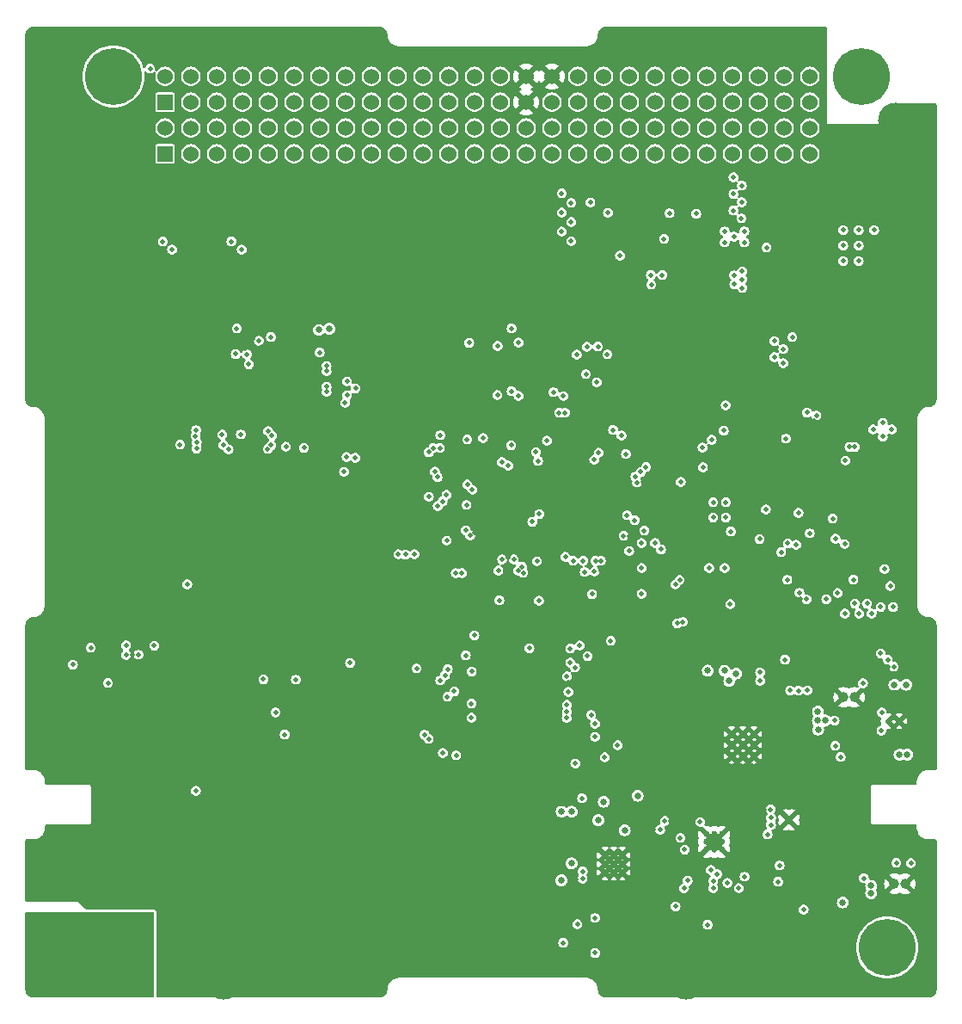
<source format=gbr>
%TF.GenerationSoftware,KiCad,Pcbnew,7.0.5*%
%TF.CreationDate,2024-04-22T16:49:58+03:00*%
%TF.ProjectId,satnogs-comms,7361746e-6f67-4732-9d63-6f6d6d732e6b,rev?*%
%TF.SameCoordinates,PX4eb9cf0PY82ce540*%
%TF.FileFunction,Copper,L5,Inr*%
%TF.FilePolarity,Positive*%
%FSLAX46Y46*%
G04 Gerber Fmt 4.6, Leading zero omitted, Abs format (unit mm)*
G04 Created by KiCad (PCBNEW 7.0.5) date 2024-04-22 16:49:58*
%MOMM*%
%LPD*%
G01*
G04 APERTURE LIST*
%TA.AperFunction,ComponentPad*%
%ADD10R,1.524000X1.524000*%
%TD*%
%TA.AperFunction,ComponentPad*%
%ADD11C,1.524000*%
%TD*%
%TA.AperFunction,ComponentPad*%
%ADD12C,5.600000*%
%TD*%
%TA.AperFunction,HeatsinkPad*%
%ADD13C,0.500000*%
%TD*%
%TA.AperFunction,ComponentPad*%
%ADD14C,0.500000*%
%TD*%
%TA.AperFunction,ComponentPad*%
%ADD15C,0.600000*%
%TD*%
%TA.AperFunction,ComponentPad*%
%ADD16C,3.500000*%
%TD*%
%TA.AperFunction,ComponentPad*%
%ADD17C,1.000000*%
%TD*%
%TA.AperFunction,ViaPad*%
%ADD18C,0.460000*%
%TD*%
%TA.AperFunction,ViaPad*%
%ADD19C,0.660000*%
%TD*%
G04 APERTURE END LIST*
D10*
%TO.N,/CAN_A-*%
%TO.C,J102*%
X13970000Y83185000D03*
D11*
%TO.N,unconnected-(J102-Pin_2-Pad2)*%
X13970000Y85725000D03*
%TO.N,/CAN_A+*%
X16510000Y83185000D03*
%TO.N,unconnected-(J102-Pin_4-Pad4)*%
X16510000Y85725000D03*
%TO.N,unconnected-(J102-Pin_5-Pad5)*%
X19050000Y83185000D03*
%TO.N,unconnected-(J102-Pin_6-Pad6)*%
X19050000Y85725000D03*
%TO.N,unconnected-(J102-Pin_7-Pad7)*%
X21590000Y83185000D03*
%TO.N,unconnected-(J102-Pin_8-Pad8)*%
X21590000Y85725000D03*
%TO.N,unconnected-(J102-Pin_9-Pad9)*%
X24130000Y83185000D03*
%TO.N,unconnected-(J102-Pin_10-Pad10)*%
X24130000Y85725000D03*
%TO.N,unconnected-(J102-Pin_11-Pad11)*%
X26670000Y83185000D03*
%TO.N,unconnected-(J102-Pin_12-Pad12)*%
X26670000Y85725000D03*
%TO.N,unconnected-(J102-Pin_13-Pad13)*%
X29210000Y83185000D03*
%TO.N,unconnected-(J102-Pin_14-Pad14)*%
X29210000Y85725000D03*
%TO.N,unconnected-(J102-Pin_15-Pad15)*%
X31750000Y83185000D03*
%TO.N,unconnected-(J102-Pin_16-Pad16)*%
X31750000Y85725000D03*
%TO.N,unconnected-(J102-Pin_17-Pad17)*%
X34290000Y83185000D03*
%TO.N,unconnected-(J102-Pin_18-Pad18)*%
X34290000Y85725000D03*
%TO.N,unconnected-(J102-Pin_19-Pad19)*%
X36830000Y83185000D03*
%TO.N,unconnected-(J102-Pin_20-Pad20)*%
X36830000Y85725000D03*
%TO.N,unconnected-(J102-Pin_21-Pad21)*%
X39370000Y83185000D03*
%TO.N,unconnected-(J102-Pin_22-Pad22)*%
X39370000Y85725000D03*
%TO.N,unconnected-(J102-Pin_23-Pad23)*%
X41910000Y83185000D03*
%TO.N,unconnected-(J102-Pin_24-Pad24)*%
X41910000Y85725000D03*
%TO.N,unconnected-(J102-Pin_25-Pad25)*%
X44450000Y83185000D03*
%TO.N,unconnected-(J102-Pin_26-Pad26)*%
X44450000Y85725000D03*
%TO.N,unconnected-(J102-Pin_27-Pad27)*%
X46990000Y83185000D03*
%TO.N,unconnected-(J102-Pin_28-Pad28)*%
X46990000Y85725000D03*
%TO.N,unconnected-(J102-Pin_29-Pad29)*%
X49530000Y83185000D03*
%TO.N,unconnected-(J102-Pin_30-Pad30)*%
X49530000Y85725000D03*
%TO.N,unconnected-(J102-Pin_31-Pad31)*%
X52070000Y83185000D03*
%TO.N,unconnected-(J102-Pin_32-Pad32)*%
X52070000Y85725000D03*
%TO.N,unconnected-(J102-Pin_33-Pad33)*%
X54610000Y83185000D03*
%TO.N,unconnected-(J102-Pin_34-Pad34)*%
X54610000Y85725000D03*
%TO.N,unconnected-(J102-Pin_35-Pad35)*%
X57150000Y83185000D03*
%TO.N,unconnected-(J102-Pin_36-Pad36)*%
X57150000Y85725000D03*
%TO.N,unconnected-(J102-Pin_37-Pad37)*%
X59690000Y83185000D03*
%TO.N,unconnected-(J102-Pin_38-Pad38)*%
X59690000Y85725000D03*
%TO.N,unconnected-(J102-Pin_39-Pad39)*%
X62230000Y83185000D03*
%TO.N,unconnected-(J102-Pin_40-Pad40)*%
X62230000Y85725000D03*
%TO.N,/BUS_SDA*%
X64770000Y83185000D03*
%TO.N,unconnected-(J102-Pin_42-Pad42)*%
X64770000Y85725000D03*
%TO.N,/BUS_SCL*%
X67310000Y83185000D03*
%TO.N,unconnected-(J102-Pin_44-Pad44)*%
X67310000Y85725000D03*
%TO.N,unconnected-(J102-Pin_45-Pad45)*%
X69850000Y83185000D03*
%TO.N,unconnected-(J102-Pin_46-Pad46)*%
X69850000Y85725000D03*
%TO.N,unconnected-(J102-Pin_47-Pad47)*%
X72390000Y83185000D03*
%TO.N,unconnected-(J102-Pin_48-Pad48)*%
X72390000Y85725000D03*
%TO.N,unconnected-(J102-Pin_49-Pad49)*%
X74930000Y83185000D03*
%TO.N,unconnected-(J102-Pin_50-Pad50)*%
X74930000Y85725000D03*
%TO.N,unconnected-(J102-Pin_51-Pad51)*%
X77470000Y83185000D03*
%TO.N,unconnected-(J102-Pin_52-Pad52)*%
X77470000Y85725000D03*
%TD*%
D10*
%TO.N,/CAN_B-*%
%TO.C,J103*%
X13970000Y88265000D03*
D11*
%TO.N,unconnected-(J103-Pin_2-Pad2)*%
X13970000Y90805000D03*
%TO.N,/CAN_B+*%
X16510000Y88265000D03*
%TO.N,unconnected-(J103-Pin_4-Pad4)*%
X16510000Y90805000D03*
%TO.N,unconnected-(J103-Pin_5-Pad5)*%
X19050000Y88265000D03*
%TO.N,unconnected-(J103-Pin_6-Pad6)*%
X19050000Y90805000D03*
%TO.N,JTMS-SWDIO*%
X21590000Y88265000D03*
%TO.N,JTCK-SWCLK*%
X21590000Y90805000D03*
%TO.N,MCU_NRSTD*%
X24130000Y88265000D03*
%TO.N,3V3_D*%
X24130000Y90805000D03*
%TO.N,unconnected-(J103-Pin_11-Pad11)*%
X26670000Y88265000D03*
%TO.N,unconnected-(J103-Pin_12-Pad12)*%
X26670000Y90805000D03*
%TO.N,unconnected-(J103-Pin_13-Pad13)*%
X29210000Y88265000D03*
%TO.N,unconnected-(J103-Pin_14-Pad14)*%
X29210000Y90805000D03*
%TO.N,unconnected-(J103-Pin_15-Pad15)*%
X31750000Y88265000D03*
%TO.N,unconnected-(J103-Pin_16-Pad16)*%
X31750000Y90805000D03*
%TO.N,unconnected-(J103-Pin_17-Pad17)*%
X34290000Y88265000D03*
%TO.N,unconnected-(J103-Pin_18-Pad18)*%
X34290000Y90805000D03*
%TO.N,unconnected-(J103-Pin_19-Pad19)*%
X36830000Y88265000D03*
%TO.N,unconnected-(J103-Pin_20-Pad20)*%
X36830000Y90805000D03*
%TO.N,UART_RX*%
X39370000Y88265000D03*
%TO.N,UART_TX*%
X39370000Y90805000D03*
%TO.N,unconnected-(J103-Pin_23-Pad23)*%
X41910000Y88265000D03*
%TO.N,unconnected-(J103-Pin_24-Pad24)*%
X41910000Y90805000D03*
%TO.N,unconnected-(J103-Pin_25-Pad25)*%
X44450000Y88265000D03*
%TO.N,unconnected-(J103-Pin_26-Pad26)*%
X44450000Y90805000D03*
%TO.N,unconnected-(J103-Pin_27-Pad27)*%
X46990000Y88265000D03*
%TO.N,unconnected-(J103-Pin_28-Pad28)*%
X46990000Y90805000D03*
%TO.N,GND*%
X49530000Y88265000D03*
X49530000Y90805000D03*
%TO.N,unconnected-(J103-Pin_31-Pad31)*%
X52070000Y88265000D03*
%TO.N,GND*%
X52070000Y90805000D03*
%TO.N,unconnected-(J103-Pin_33-Pad33)*%
X54610000Y88265000D03*
%TO.N,unconnected-(J103-Pin_34-Pad34)*%
X54610000Y90805000D03*
%TO.N,unconnected-(J103-Pin_35-Pad35)*%
X57150000Y88265000D03*
%TO.N,unconnected-(J103-Pin_36-Pad36)*%
X57150000Y90805000D03*
%TO.N,GNSS_PPS*%
X59690000Y88265000D03*
%TO.N,unconnected-(J103-Pin_38-Pad38)*%
X59690000Y90805000D03*
%TO.N,unconnected-(J103-Pin_39-Pad39)*%
X62230000Y88265000D03*
%TO.N,unconnected-(J103-Pin_40-Pad40)*%
X62230000Y90805000D03*
%TO.N,unconnected-(J103-Pin_41-Pad41)*%
X64770000Y88265000D03*
%TO.N,unconnected-(J103-Pin_42-Pad42)*%
X64770000Y90805000D03*
%TO.N,unconnected-(J103-Pin_43-Pad43)*%
X67310000Y88265000D03*
%TO.N,unconnected-(J103-Pin_44-Pad44)*%
X67310000Y90805000D03*
%TO.N,unconnected-(J103-Pin_45-Pad45)*%
X69850000Y88265000D03*
%TO.N,unconnected-(J103-Pin_46-Pad46)*%
X69850000Y90805000D03*
%TO.N,unconnected-(J103-Pin_47-Pad47)*%
X72390000Y88265000D03*
%TO.N,unconnected-(J103-Pin_48-Pad48)*%
X72390000Y90805000D03*
%TO.N,unconnected-(J103-Pin_49-Pad49)*%
X74930000Y88265000D03*
%TO.N,unconnected-(J103-Pin_50-Pad50)*%
X74930000Y90805000D03*
%TO.N,unconnected-(J103-Pin_51-Pad51)*%
X77470000Y88265000D03*
%TO.N,unconnected-(J103-Pin_52-Pad52)*%
X77470000Y90805000D03*
%TD*%
D12*
%TO.N,AC_GND_1*%
%TO.C,H112*%
X82550000Y90805000D03*
%TD*%
%TO.N,unconnected-(H113-Pad1)*%
%TO.C,H113*%
X85090000Y5080000D03*
%TD*%
%TO.N,AC_GND_2*%
%TO.C,H114*%
X5080000Y5080000D03*
%TD*%
%TO.N,unconnected-(H111-Pad1)*%
%TO.C,H111*%
X8890000Y90805000D03*
%TD*%
D13*
%TO.N,GND*%
%TO.C,U1018*%
X75687600Y17390700D03*
X75687600Y17940700D03*
X75137600Y17390700D03*
X75137600Y17940700D03*
%TD*%
D14*
%TO.N,GND*%
%TO.C,U1006*%
X69784700Y26127700D03*
X69784700Y25027700D03*
X69784700Y23927700D03*
X70884700Y26127700D03*
X70884700Y25027700D03*
X70884700Y23927700D03*
X71984700Y26127700D03*
X71984700Y25027700D03*
X71984700Y23927700D03*
%TD*%
D15*
%TO.N,GND*%
%TO.C,U1002*%
X57299800Y12488500D03*
X58149800Y12488500D03*
X58999800Y12488500D03*
X57299800Y13338500D03*
X58149800Y13338500D03*
X58999800Y13338500D03*
X57299800Y14188500D03*
X58149800Y14188500D03*
X58999800Y14188500D03*
%TD*%
%TO.N,GND*%
%TO.C,U1001*%
X67296600Y16244000D03*
X67296600Y15494000D03*
X67296600Y14744000D03*
X68046600Y16244000D03*
X68046600Y15494000D03*
X68046600Y14744000D03*
X68796600Y16244000D03*
X68796600Y15494000D03*
X68796600Y14744000D03*
%TD*%
D16*
%TO.N,GND*%
%TO.C,J104*%
X87884000Y59880000D03*
X87757000Y35877000D03*
X85953000Y86512000D03*
X82245000Y25222000D03*
X71437000Y56832000D03*
X65250000Y1730000D03*
X63500000Y30099000D03*
X46482000Y16383000D03*
X38862000Y28448000D03*
X19750000Y1750000D03*
X5486000Y86512000D03*
X3175000Y26416000D03*
%TD*%
D14*
%TO.N,GND*%
%TO.C,U508*%
X86300400Y27355800D03*
X85200400Y27355800D03*
%TD*%
D17*
%TO.N,GND*%
%TO.C,U1017*%
X85804200Y11377600D03*
X86871000Y11377600D03*
%TD*%
%TO.N,GND*%
%TO.C,U1016*%
X80797600Y29710100D03*
X81864400Y29710100D03*
%TD*%
D18*
%TO.N,3V3_D*%
X69200000Y47410000D03*
%TO.N,GNSS_PPS*%
X4900000Y32935000D03*
%TO.N,GND*%
X21450000Y62510000D03*
%TO.N,Net-(Q401-D)*%
X20925000Y63485000D03*
%TO.N,GND*%
X685800Y32131000D03*
X1346200Y29895800D03*
X56210200Y70358000D03*
X75184000Y22199600D03*
D19*
X85090000Y24139400D03*
D18*
X10795000Y33883600D03*
X76708000Y14706600D03*
X73253600Y15163800D03*
X73250000Y12085000D03*
D19*
X77130000Y28110000D03*
X71260000Y32061900D03*
X77140000Y29100000D03*
D18*
X73858700Y23499100D03*
D19*
X87833200Y15147220D03*
X86944200Y15985420D03*
D18*
X55194200Y23063200D03*
X55192080Y21384680D03*
X54051200Y22606000D03*
X54146200Y20334600D03*
X49130000Y26060000D03*
X55905400Y31902400D03*
X56007000Y28956000D03*
X43180000Y27711400D03*
X43167300Y29108400D03*
X48360900Y34542973D03*
X56259990Y30910000D03*
X52552600Y34544000D03*
X49130000Y25440000D03*
X53695600Y31208600D03*
X52552600Y33680400D03*
X59944000Y7112000D03*
D19*
X52969300Y13332600D03*
X53035200Y15862300D03*
X53009800Y9474200D03*
X54030880Y15951200D03*
D18*
X76873100Y20828000D03*
X77978000Y30099000D03*
X78613000Y30099000D03*
X79451200Y29946600D03*
X63576200Y10744200D03*
X69845500Y52478619D03*
X81661000Y51866800D03*
X84277200Y51308000D03*
X85166200Y51308000D03*
X82245200Y50038000D03*
X82245200Y48006000D03*
X82245200Y49022000D03*
X82230000Y47010000D03*
X76200000Y51498500D03*
X33800000Y750000D03*
X87122000Y22250400D03*
X27432000Y35814000D03*
X6324600Y33172400D03*
X36322000Y35814000D03*
X65805400Y50893200D03*
X71196200Y35128200D03*
X73253600Y13106400D03*
X76200000Y47117000D03*
X74498200Y13970000D03*
X18750000Y67310000D03*
X23350000Y64160000D03*
X78350000Y750000D03*
X27940000Y85725000D03*
D19*
X77127100Y27089100D03*
D18*
X15500000Y750000D03*
X5486400Y22072600D03*
X85168546Y32742946D03*
X69200000Y800000D03*
X30750000Y750000D03*
X69951600Y59613800D03*
X52298600Y39827200D03*
X63150000Y800000D03*
X71628000Y40640000D03*
X41900000Y16500000D03*
X63195200Y13271500D03*
X18500000Y750000D03*
X81850000Y7400000D03*
X31160000Y31525000D03*
D19*
X69215200Y29260800D03*
D18*
X41000000Y57785000D03*
X81525000Y56475000D03*
X42614014Y31719536D03*
X29600000Y56785000D03*
X736600Y35814000D03*
X60100000Y800000D03*
X57674581Y24342019D03*
X21600000Y750000D03*
X89433400Y33604200D03*
X65963800Y82448400D03*
X7975600Y10464800D03*
X87858600Y10016420D03*
X73152000Y54610000D03*
X56870600Y26492200D03*
X50800000Y16400000D03*
X50800000Y10300000D03*
X7950200Y22072600D03*
X80500000Y54225000D03*
X14651000Y62037800D03*
X48793400Y39433300D03*
X51079400Y49301400D03*
X48900000Y15400000D03*
X1524000Y37084000D03*
X2534603Y45237400D03*
X81381600Y22250400D03*
X27700000Y750000D03*
X56942303Y22034790D03*
X762000Y67818000D03*
X84500000Y8600000D03*
X56870600Y42189400D03*
X39950000Y35550000D03*
X80772000Y58928000D03*
X22475000Y60410000D03*
X47726600Y43484800D03*
X7874000Y87122000D03*
X756603Y80010000D03*
X60096400Y73329800D03*
X56498334Y20677623D03*
X750000Y14950000D03*
X21875000Y64010000D03*
X72948800Y18694400D03*
X68800000Y55045500D03*
X2514600Y56210200D03*
X30145000Y68808600D03*
X55219600Y70332600D03*
X76403200Y43840400D03*
X80772000Y71374000D03*
D19*
X69989900Y28409900D03*
D18*
X800000Y9900000D03*
X74396600Y55118000D03*
X56413400Y47498000D03*
X41550000Y2650000D03*
X31623000Y67956000D03*
X762000Y83032600D03*
X57050000Y800000D03*
X70840600Y12801600D03*
X71628000Y38684200D03*
X11252200Y85191600D03*
X68148200Y35128200D03*
X41550000Y7200000D03*
X53850000Y2550000D03*
X50800000Y4200000D03*
X11430000Y35814000D03*
X41550000Y10250000D03*
X77724000Y58928000D03*
X50800000Y7250000D03*
X24790400Y81229200D03*
X89408000Y62230000D03*
X80772000Y68326000D03*
X44526200Y55143400D03*
X762000Y86080600D03*
X53289200Y42113200D03*
X87376000Y45466000D03*
X63779400Y17576800D03*
X80772000Y69850000D03*
X57050000Y2550000D03*
X87376000Y54610000D03*
X63500000Y32385000D03*
X89400000Y8750000D03*
X2950000Y9950000D03*
X21700000Y68498000D03*
X74676000Y58928000D03*
X47200000Y53935000D03*
X2641600Y88036400D03*
X762000Y73914000D03*
X43450000Y18600000D03*
X44224100Y33070800D03*
X63195200Y12255500D03*
D19*
X80721200Y10490200D03*
D18*
X41900000Y18600000D03*
X63576200Y14198600D03*
X24384000Y35814000D03*
X35200000Y1650000D03*
X44100000Y15400000D03*
X2463800Y48387000D03*
X79603600Y26822400D03*
X11252200Y86741000D03*
X61061600Y50901600D03*
X18288000Y35814000D03*
X72212200Y42951400D03*
X73691288Y44418712D03*
X22550000Y68585000D03*
X28879800Y67970400D03*
X62280800Y23926800D03*
X41650000Y14950000D03*
X48550000Y47560000D03*
X64058800Y71577200D03*
X53695600Y35382200D03*
X65100200Y35128200D03*
X64465200Y11684000D03*
X87100000Y8700000D03*
X6477000Y14312250D03*
X70425000Y6950000D03*
X82905600Y16078200D03*
X5650000Y9750000D03*
X52552600Y46990000D03*
X29050000Y57660000D03*
X36322000Y30607000D03*
X40767000Y49453800D03*
X83007200Y42748200D03*
X48900000Y17000000D03*
X70810000Y73340000D03*
X36350000Y2650000D03*
X756603Y64795400D03*
X89400000Y12850000D03*
X50800000Y18600000D03*
X89408000Y64008000D03*
X54406800Y45745400D03*
X2534603Y42189400D03*
X22050000Y64710000D03*
X55473600Y55016400D03*
X66929000Y9601200D03*
X89408000Y79248000D03*
X18725000Y66660000D03*
X4851400Y14312250D03*
X74876353Y46536353D03*
X40800000Y58335000D03*
X69011800Y12700000D03*
X14651000Y60615400D03*
X44485624Y45951300D03*
X33528000Y35814000D03*
X14422400Y70343600D03*
X9601200Y9550400D03*
D19*
X66624200Y27305000D03*
D18*
X1346200Y31038800D03*
X89396835Y25044400D03*
X762000Y70866000D03*
X58013600Y6680200D03*
X13889000Y69607000D03*
X17094200Y73126600D03*
X40150000Y57460000D03*
X762000Y87960200D03*
X67868800Y77292200D03*
X65049400Y74523600D03*
X87376000Y48514000D03*
X76510300Y39370000D03*
X80750000Y5100000D03*
D19*
X85623400Y15985420D03*
D18*
X43865800Y42849800D03*
X70075000Y4625000D03*
X762000Y28956000D03*
X58064400Y71653400D03*
X3225800Y16281400D03*
X82296000Y69850000D03*
X23845800Y73126600D03*
X20925000Y68410000D03*
X59410600Y54584600D03*
X40200000Y51025900D03*
X21336000Y35814000D03*
X3708400Y35671760D03*
X40900000Y56310000D03*
X55626000Y8001000D03*
X56896000Y35272951D03*
X8382000Y35814000D03*
X62103000Y16687800D03*
X3251200Y22047200D03*
X36322000Y33655000D03*
X65561710Y10418047D03*
X51790600Y47752000D03*
X75742800Y62509400D03*
X41000000Y58810000D03*
X61899800Y56591200D03*
X63195200Y11239500D03*
X62306200Y78867000D03*
X71628000Y49784000D03*
X72390000Y27178000D03*
X32232600Y64312800D03*
X736600Y26720800D03*
X22875000Y63635000D03*
X53314600Y49507300D03*
X87376000Y42418000D03*
X50800000Y13350000D03*
X762000Y76962000D03*
X89408000Y28067000D03*
X71628000Y52832000D03*
X59757381Y26381781D03*
X6350000Y35814000D03*
X55803800Y53517800D03*
X41224200Y45593000D03*
X32000000Y31505000D03*
X87376000Y39370000D03*
X54254400Y70358000D03*
X48900000Y18600000D03*
X750000Y12950000D03*
X83820000Y68326000D03*
X18830000Y34730000D03*
X87376000Y57150000D03*
X65049400Y71577200D03*
X76123800Y13335000D03*
X81355497Y33443051D03*
X41550000Y13350000D03*
X82296000Y68326000D03*
X77952600Y35128200D03*
X762000Y58674000D03*
X60528200Y57607200D03*
X24650000Y750000D03*
X84124800Y22250400D03*
X2540000Y39116000D03*
X44775000Y54060000D03*
X87299800Y9508420D03*
X49875000Y52085000D03*
X2514600Y52451000D03*
X9194800Y13792200D03*
X74904600Y35128200D03*
X66364900Y53469400D03*
X52019200Y43103800D03*
X84810600Y30378400D03*
X44602400Y43611800D03*
X60988100Y29438600D03*
D19*
X15133600Y64222200D03*
D18*
X21892500Y60410000D03*
X55825130Y42549547D03*
X8305800Y11938000D03*
X40875000Y56960000D03*
X81000600Y35128200D03*
X81900000Y800000D03*
X15133600Y66152600D03*
X75692000Y10439400D03*
X41500000Y4150000D03*
D19*
X84404200Y11667420D03*
D18*
X30480000Y35814000D03*
X55559900Y7162800D03*
X756603Y61747400D03*
X46500000Y18600000D03*
X57658000Y41478200D03*
X89400000Y10550000D03*
X52527200Y4546600D03*
X59715400Y81330800D03*
X44750000Y51185000D03*
X59690000Y45578500D03*
X77875000Y56950000D03*
X14478000Y35814000D03*
X22625000Y64935000D03*
X85547200Y36271200D03*
D19*
X16400000Y65261800D03*
D18*
X75300000Y750000D03*
X82296000Y71374000D03*
X69354700Y9639300D03*
X71628000Y46736000D03*
X56212900Y54229000D03*
X30400000Y31535000D03*
X89408000Y31115000D03*
X65049400Y72618600D03*
X7315200Y31140400D03*
X54457600Y11811000D03*
X43891200Y49631600D03*
X685800Y32994600D03*
X50800000Y2550000D03*
X31542000Y63638000D03*
X711200Y23571200D03*
X37871400Y15367000D03*
%TO.N,VIN*%
X80772000Y74168000D03*
X76354502Y47860000D03*
X80772000Y72644000D03*
X83820000Y75692000D03*
X82296000Y74168000D03*
X70030000Y70360000D03*
X70764400Y78435200D03*
X70815200Y71628000D03*
X69951600Y77622400D03*
X80772000Y75692000D03*
X57581800Y77393800D03*
X82296000Y72644000D03*
X69951600Y79248000D03*
X77190600Y57734200D03*
X70739000Y76835000D03*
X70820000Y70850000D03*
X70764400Y80060800D03*
X82296000Y75692000D03*
X69951600Y80873600D03*
X70815200Y70002400D03*
X70010000Y71250000D03*
D19*
%TO.N,3V3_RF*%
X85801200Y30962600D03*
D18*
X39937500Y25622500D03*
X73650000Y17170000D03*
X41320000Y24240000D03*
X42650000Y24010000D03*
X69354700Y11468100D03*
X54360000Y23200000D03*
X39525000Y26035000D03*
X54580000Y7380000D03*
X55580000Y33770000D03*
X57863611Y35280000D03*
X74350000Y11570000D03*
X67957700Y11645900D03*
D19*
X86956900Y30962600D03*
D18*
X55930000Y27990000D03*
%TO.N,/CAN/CAN1_RX*%
X40550000Y51935400D03*
%TO.N,Net-(Q401-D)*%
X29884400Y59782200D03*
X24425000Y54510000D03*
X16975000Y55435000D03*
X17075000Y54185000D03*
X24400000Y65160000D03*
X22225000Y62485000D03*
X29884400Y60290200D03*
X17100000Y54810000D03*
D19*
X29125000Y65860000D03*
D18*
X29884400Y62322200D03*
X24125000Y55910000D03*
X27650000Y54260000D03*
X23200000Y64810000D03*
X22025000Y63460000D03*
D19*
X30145000Y65974800D03*
D18*
X29885339Y61814200D03*
X24500000Y55464500D03*
X24075000Y54160000D03*
X29205200Y63638000D03*
X21025000Y66010000D03*
X17025000Y56010000D03*
X25875000Y54385000D03*
%TO.N,/CAN/CAN2_RX*%
X41300400Y48996600D03*
%TO.N,/CAN/CAN2_TX*%
X40820500Y48539400D03*
%TO.N,Net-(U1-VDDA)*%
X55150000Y43160000D03*
%TO.N,/MCU/GNSS_RSTN*%
X38525000Y43810000D03*
X23650000Y31485000D03*
X26850000Y31460000D03*
X17010000Y20520000D03*
%TO.N,/MCU/GNSS_UART_TX*%
X25750000Y26060000D03*
X37650000Y43760000D03*
%TO.N,/MCU/GNSS_UART_RX*%
X24850000Y28235000D03*
X36950000Y43785000D03*
%TO.N,Net-(U509-IN+2)*%
X75247500Y41275000D03*
X78125217Y57450435D03*
X84836000Y42341800D03*
X81762600Y41294900D03*
X73152000Y48196500D03*
%TO.N,3V3_D*%
X55854600Y78409800D03*
X55500000Y64210000D03*
X74650600Y43992800D03*
X64770000Y50901600D03*
X42595800Y41935400D03*
X60900000Y44900000D03*
X53035200Y77419200D03*
X58928000Y55473600D03*
X20497800Y74574400D03*
X46800000Y42180000D03*
X6654800Y34594800D03*
X16154400Y40843200D03*
X84455000Y34036000D03*
X31891000Y59426600D03*
X53035200Y79298800D03*
X32729200Y60112400D03*
X67950000Y48910000D03*
X67800000Y55045500D03*
X66294000Y77292200D03*
X43725000Y55085000D03*
X53974999Y76479400D03*
X21509000Y73772600D03*
X77139800Y39370000D03*
X14651000Y73772600D03*
X53975000Y78359000D03*
X49120915Y42554415D03*
X43210770Y41946083D03*
X57525000Y63460000D03*
X56896000Y43154600D03*
X31699200Y58699400D03*
X50825400Y47752000D03*
X69625000Y38885000D03*
X49235473Y41976831D03*
X58089800Y56032400D03*
X67950000Y47410000D03*
X54525000Y63435000D03*
X31891000Y60798200D03*
X69200000Y48910000D03*
X56600000Y64235000D03*
X56362600Y43154600D03*
X85394800Y40665400D03*
X13741400Y74560000D03*
X53035199Y75539600D03*
X50139600Y46990000D03*
X53973967Y74599800D03*
X48746500Y42180000D03*
%TO.N,5V_RF_U*%
X80924400Y37947600D03*
X82321400Y37947600D03*
X83108800Y38938200D03*
X81915000Y38938200D03*
D19*
X87071200Y24079200D03*
X86309200Y24079200D03*
D18*
X83566000Y37947600D03*
X80213200Y39979600D03*
%TO.N,5V_RF_S*%
X76454004Y40005000D03*
%TO.N,Net-(U602-AVDD0)*%
X53543200Y28270200D03*
%TO.N,Net-(C419-Pad2)*%
X59359800Y53644800D03*
%TO.N,/Main PSU/GATE*%
X73202800Y73964800D03*
%TO.N,/MCU/AVDD*%
X54150000Y43160000D03*
%TO.N,/MCU/RCC_OSC32_IN*%
X47167800Y43281600D03*
%TO.N,/MCU/RCC_OSC32_OUT*%
X48310800Y43281600D03*
%TO.N,/BUS_SDA*%
X56667400Y53797200D03*
%TO.N,/BUS_SCL*%
X56235600Y53111400D03*
%TO.N,Net-(D501-K)*%
X63655300Y77344100D03*
%TO.N,/MCU/P5V_RF_EN*%
X60299600Y51437700D03*
%TO.N,/MCU/RF_RST*%
X54813200Y34823400D03*
X53517800Y27695897D03*
%TO.N,/MCU/EN_AGC_UHF*%
X60223400Y47142400D03*
X70485000Y10947400D03*
X67964890Y10937581D03*
%TO.N,/MCU/AGC_TEMP_UHF*%
X73304400Y16230600D03*
X61163200Y46126400D03*
%TO.N,/MCU/GAIN_SET_UHF*%
X59131200Y45618400D03*
X56311800Y8001000D03*
X63195200Y17564100D03*
%TO.N,/MCU/FLAGB_RX_UHF*%
X79984600Y24942800D03*
X82804000Y11917420D03*
X64398400Y36998400D03*
X85140800Y33426400D03*
%TO.N,/MCU/FLAGB_TX_UHF*%
X79908400Y27432000D03*
X62814200Y44272200D03*
%TO.N,/MCU/RF_SPI_SCL*%
X38750000Y32560000D03*
X41071800Y31369000D03*
%TO.N,Net-(U1-BOOT0)*%
X44018200Y45643800D03*
%TO.N,Net-(C420-Pad2)*%
X45288200Y55219600D03*
%TO.N,/RF/SW_EN_UHF*%
X73660000Y17856200D03*
X56311800Y27127200D03*
X58547000Y24993600D03*
%TO.N,/RF/SW_CTL_UHF*%
X57277000Y23825200D03*
X73609200Y18694400D03*
X55041800Y19786600D03*
%TO.N,/MCU/VSET_AGC_UHF*%
X59690000Y44119800D03*
%TO.N,/MCU/P5V_RF_PG*%
X84518500Y26455400D03*
X50500000Y53835000D03*
X80975200Y53009800D03*
X60833000Y51892200D03*
X64233900Y40829962D03*
%TO.N,/MCU/EN_RX_UHF*%
X80518000Y23850600D03*
X64941247Y37133900D03*
X85728043Y32740474D03*
X87426800Y13411200D03*
%TO.N,/MCU/MMC_RST*%
X46900000Y39260000D03*
X15450000Y54585000D03*
%TO.N,/MCU/MONITOR_PG*%
X69000000Y55954500D03*
X84455000Y38608000D03*
X53350000Y57725000D03*
%TO.N,/MCU/MONITOR_TC*%
X79095600Y39370000D03*
X69175000Y58460000D03*
X85675000Y38600000D03*
X52775000Y57725000D03*
%TO.N,/MCU/MONITOR_CRITICAL*%
X76125000Y44725000D03*
X80900000Y44800000D03*
X56023916Y39868176D03*
%TO.N,/MCU/ALERT_T_PA_U*%
X75031600Y33426400D03*
X62230000Y44907200D03*
%TO.N,/MCU/ALERT_T_PA_S*%
X11353926Y33909006D03*
X12903200Y34798000D03*
X51575094Y54964500D03*
%TO.N,/MCU/ALERT_T_PCB*%
X60452000Y50850800D03*
%TO.N,/MCU/MONITOR_WARNING*%
X75301288Y44873712D03*
X80000000Y45325000D03*
X56246306Y42108605D03*
%TO.N,/RF/uhf-frontend/5V_RX_U*%
X65443100Y11684000D03*
X71043800Y12065000D03*
D19*
X53009800Y11709400D03*
X53027580Y18465800D03*
X54002800Y13385780D03*
D18*
X64262000Y9144000D03*
X64719200Y15875000D03*
D19*
X83515200Y10439400D03*
X83515200Y11176000D03*
X80721200Y9525000D03*
X54018180Y18465800D03*
%TO.N,/RF/uhf-frontend/5V_TX_U*%
X70218600Y32049200D03*
D18*
X76377800Y30378400D03*
X77241400Y30403800D03*
X75523081Y30389981D03*
D19*
X78270100Y28333700D03*
X78257400Y27432000D03*
X78986903Y27432000D03*
D18*
X72560000Y31330000D03*
D19*
X69062800Y32334200D03*
X69532800Y31325300D03*
X78282800Y26543000D03*
D18*
X72560000Y32160000D03*
D19*
X67411800Y32334200D03*
D18*
%TO.N,/RF/uhf-frontend/GAIN_SET*%
X65100200Y10922000D03*
X53187600Y5562600D03*
X56324500Y4559300D03*
X55092600Y11887200D03*
%TO.N,/RF/3.3V_AT*%
X54356000Y32639000D03*
X44145200Y29108400D03*
X53543200Y28981400D03*
X44145200Y27711400D03*
X53873400Y33121600D03*
X44170600Y32258000D03*
X49860400Y34544069D03*
X53543200Y31775400D03*
X53873400Y34518600D03*
%TO.N,Net-(U602-DVDD)*%
X43586400Y33832800D03*
%TO.N,GNSS_PPS*%
X12500000Y91585000D03*
X32187500Y33097500D03*
X44450000Y35810000D03*
%TO.N,JTMS-SWDIO*%
X46725000Y64285000D03*
X46700000Y59460000D03*
%TO.N,JTCK-SWCLK*%
X43925000Y64585000D03*
X41075000Y55498469D03*
%TO.N,MCU_NRSTD*%
X50800000Y39235000D03*
%TO.N,UART_RX*%
X48775000Y64635000D03*
X48775000Y59385000D03*
%TO.N,UART_TX*%
X48100000Y66010000D03*
X48100000Y59830500D03*
%TO.N,Net-(U602-XTAL2)*%
X53695600Y30251400D03*
%TO.N,Net-(U1017-PGOOD)*%
X85987200Y13432720D03*
%TO.N,/MCU/I2C4_SCL*%
X56475000Y60710000D03*
X77465647Y45850647D03*
X53200000Y59360000D03*
%TO.N,Net-(U3-EN{slash}SYNC)*%
X75102500Y55160000D03*
%TO.N,/MCU/I2C4_SDA*%
X79724977Y47307151D03*
X55425000Y61510000D03*
X52225000Y59735000D03*
%TO.N,Net-(U1001-ENBL)*%
X66675000Y17449800D03*
%TO.N,Net-(U1001-VOUT)*%
X67411604Y7340600D03*
X67729100Y12712700D03*
%TO.N,Net-(U1013-Shut_Down)*%
X76860400Y8839200D03*
%TO.N,/MCU/RF_SPI_MOSI*%
X41808400Y32486600D03*
X42450000Y30300900D03*
D19*
%TO.N,/RF/uhf-frontend/RX09P*%
X57175400Y19431000D03*
X60502800Y20039600D03*
%TO.N,/RF/uhf-frontend/RX09_VGA_OPN*%
X59232800Y16637000D03*
X56642000Y17627600D03*
D18*
%TO.N,Net-(RN603-R1.1)*%
X56311800Y25831800D03*
%TO.N,/MCU/RF_SPI_MISO*%
X41783000Y29768800D03*
X41554400Y31902400D03*
%TO.N,/MCU/EN_AMP_RX_UHF*%
X55104200Y12588500D03*
X74494900Y13169900D03*
X62738000Y16687800D03*
X55295800Y42037000D03*
%TO.N,/MCU/MCU_MMC_CK*%
X39950000Y53835000D03*
X31850000Y53360000D03*
%TO.N,/MCU/MCU_MMC_CMD*%
X39950000Y49451100D03*
X31600000Y51910000D03*
%TO.N,/MCU/MCU_MMC_D3*%
X19600000Y55560000D03*
X40391515Y54239469D03*
%TO.N,/MCU/MCU_MMC_D2*%
X21438000Y55585000D03*
X41039734Y54239469D03*
%TO.N,/MCU/MCU_MMC_D1*%
X20225000Y54110000D03*
X47149235Y52844900D03*
%TO.N,/MCU/MCU_MMC_D0*%
X47775000Y52510000D03*
X19725000Y54535000D03*
%TO.N,Net-(Q2-S1)*%
X61850000Y70332600D03*
X61823600Y71272400D03*
X69088000Y75565000D03*
X70002400Y75031600D03*
X71018400Y75565000D03*
X69088000Y74472800D03*
X58775600Y73177400D03*
X63115500Y74828300D03*
X71018400Y74472800D03*
X62941200Y71272400D03*
%TO.N,/MCU/EN_PA_UHF*%
X59461400Y47625000D03*
X82701268Y31089600D03*
%TO.N,/MCU/P3V3_RF_PG*%
X84556600Y28232100D03*
X48050000Y54510000D03*
X61341000Y52374800D03*
X64653538Y41273000D03*
%TO.N,/MCU/TCXO_EN*%
X53390800Y43535600D03*
%TO.N,/MCU/TCXO_OUT*%
X50596800Y43103800D03*
%TO.N,/MCU/MMC_EN*%
X32700000Y53289500D03*
X50700000Y52960000D03*
%TO.N,/MCU/I2C1_SDA*%
X66950000Y52346700D03*
X66900000Y54300000D03*
X67564000Y42443400D03*
X43586400Y46151800D03*
X60906600Y42443400D03*
%TO.N,/MCU/I2C1_SCL*%
X8343900Y31127700D03*
X69088000Y42443400D03*
X41706800Y45135800D03*
X69697600Y46024800D03*
X10134600Y34818017D03*
X10134600Y33883600D03*
X60900000Y39900000D03*
X72525000Y45285000D03*
%TO.N,/Main PSU/S2mos*%
X81381600Y54356000D03*
X85547200Y56070500D03*
X74847387Y63982600D03*
X81889600Y54356000D03*
X74853800Y62585600D03*
X83705700Y56070500D03*
X84658200Y55372000D03*
X73983787Y63195200D03*
X84658200Y56718200D03*
X73990200Y64770000D03*
%TO.N,/Main PSU/G2mos*%
X75742800Y65151000D03*
%TO.N,Net-(U1001-VSET)*%
X68351400Y12319000D03*
%TO.N,/CAN/CAN1_FAULT*%
X43738800Y50647600D03*
%TO.N,/CAN/CAN2_FAULT*%
X41681400Y49644308D03*
%TO.N,/CAN/CAN1_S*%
X44224100Y50139600D03*
%TO.N,/CAN/CAN2_S*%
X43662600Y48641000D03*
%TO.N,Net-(C1011-Pad2)*%
X65143500Y14732000D03*
%TO.N,/CAN/CAN1_TX*%
X40800000Y51385000D03*
%TD*%
%TA.AperFunction,Conductor*%
%TO.N,AC_GND_2*%
G36*
X12841575Y8579998D02*
G01*
X12888068Y8526342D01*
X12899453Y8473455D01*
X12864231Y325955D01*
X12843934Y257922D01*
X12790078Y211661D01*
X12738232Y200500D01*
X955594Y200500D01*
X949415Y200804D01*
X818143Y213733D01*
X793917Y218552D01*
X676597Y254141D01*
X653777Y263593D01*
X606917Y288640D01*
X545657Y321385D01*
X525118Y335108D01*
X430348Y412884D01*
X412883Y430349D01*
X385791Y463360D01*
X335107Y525119D01*
X321384Y545657D01*
X263589Y653784D01*
X254140Y676598D01*
X218551Y793918D01*
X213732Y818145D01*
X200804Y949416D01*
X200500Y955594D01*
X200500Y8474000D01*
X220502Y8542121D01*
X274158Y8588614D01*
X326500Y8600000D01*
X12773454Y8600000D01*
X12841575Y8579998D01*
G37*
%TD.AperFunction*%
%TD*%
%TA.AperFunction,Conductor*%
%TO.N,GND*%
G36*
X35118584Y95684196D02*
G01*
X35172569Y95678880D01*
X35249858Y95671268D01*
X35274081Y95666450D01*
X35391405Y95630859D01*
X35414216Y95621411D01*
X35522345Y95563615D01*
X35542881Y95549893D01*
X35637651Y95472117D01*
X35655116Y95454652D01*
X35732892Y95359882D01*
X35746615Y95339344D01*
X35803960Y95232058D01*
X35804407Y95231223D01*
X35813859Y95208403D01*
X35849448Y95091083D01*
X35854267Y95066857D01*
X35867196Y94935586D01*
X35867500Y94929407D01*
X35867500Y94831626D01*
X35875582Y94785792D01*
X35902535Y94632936D01*
X35971532Y94443368D01*
X35971534Y94443364D01*
X35971535Y94443362D01*
X35971536Y94443360D01*
X36050127Y94307235D01*
X36072410Y94268640D01*
X36072409Y94268640D01*
X36134244Y94194949D01*
X36202092Y94114092D01*
X36356640Y93984410D01*
X36531360Y93883536D01*
X36531363Y93883535D01*
X36531367Y93883533D01*
X36720935Y93814536D01*
X36720937Y93814536D01*
X36720942Y93814534D01*
X36919626Y93779500D01*
X36919628Y93779500D01*
X55536372Y93779500D01*
X55536374Y93779500D01*
X55735058Y93814534D01*
X55735063Y93814536D01*
X55735064Y93814536D01*
X55924632Y93883533D01*
X55924632Y93883534D01*
X55924640Y93883536D01*
X56099360Y93984410D01*
X56253908Y94114092D01*
X56383590Y94268640D01*
X56484464Y94443360D01*
X56553466Y94632942D01*
X56588500Y94831626D01*
X56588500Y94929407D01*
X56588804Y94935585D01*
X56601732Y95066856D01*
X56601733Y95066857D01*
X56601732Y95066861D01*
X56606551Y95091083D01*
X56642142Y95208410D01*
X56651587Y95231214D01*
X56709388Y95339351D01*
X56723103Y95359877D01*
X56800888Y95454658D01*
X56818342Y95472112D01*
X56913123Y95549897D01*
X56933649Y95563612D01*
X57041786Y95621413D01*
X57064590Y95630858D01*
X57181920Y95666450D01*
X57206139Y95671268D01*
X57337430Y95684198D01*
X57343594Y95684500D01*
X57380382Y95684500D01*
X79029899Y95684500D01*
X79098020Y95664498D01*
X79144513Y95610842D01*
X79155896Y95559251D01*
X79199999Y88150000D01*
X79200000Y88150000D01*
X79200000Y88149961D01*
X79200000Y86100000D01*
X84700000Y86100000D01*
X85764357Y88083576D01*
X85814191Y88134143D01*
X85875383Y88150000D01*
X89843500Y88150000D01*
X89911621Y88129998D01*
X89958114Y88076342D01*
X89969500Y88024000D01*
X89969500Y59045394D01*
X89969196Y59039215D01*
X89956267Y58907944D01*
X89951448Y58883718D01*
X89915859Y58766398D01*
X89906407Y58743578D01*
X89848615Y58635457D01*
X89834892Y58614919D01*
X89757116Y58520149D01*
X89739651Y58502684D01*
X89644881Y58424908D01*
X89624343Y58411185D01*
X89516222Y58353393D01*
X89493402Y58343941D01*
X89376082Y58308352D01*
X89351856Y58303533D01*
X89220585Y58290604D01*
X89214406Y58290300D01*
X89116626Y58290300D01*
X88997250Y58269251D01*
X88917935Y58255265D01*
X88728367Y58186268D01*
X88728363Y58186266D01*
X88553639Y58085390D01*
X88399092Y57955708D01*
X88269410Y57801161D01*
X88168534Y57626437D01*
X88168532Y57626433D01*
X88099535Y57436865D01*
X88099534Y57436858D01*
X88064500Y57238174D01*
X88064500Y57159890D01*
X88064500Y38787582D01*
X88064500Y38747700D01*
X88064500Y38646826D01*
X88077813Y38571328D01*
X88099535Y38448136D01*
X88168532Y38258568D01*
X88168534Y38258564D01*
X88168535Y38258562D01*
X88168536Y38258560D01*
X88243424Y38128849D01*
X88269410Y38083840D01*
X88269409Y38083840D01*
X88331244Y38010149D01*
X88399092Y37929292D01*
X88553640Y37799610D01*
X88728360Y37698736D01*
X88728363Y37698735D01*
X88728367Y37698733D01*
X88917935Y37629736D01*
X88917937Y37629736D01*
X88917942Y37629734D01*
X89116626Y37594700D01*
X89177618Y37594700D01*
X89214406Y37594700D01*
X89220584Y37594396D01*
X89274569Y37589080D01*
X89351858Y37581468D01*
X89376081Y37576650D01*
X89493405Y37541059D01*
X89516216Y37531611D01*
X89624345Y37473815D01*
X89644881Y37460093D01*
X89739651Y37382317D01*
X89757116Y37364852D01*
X89834892Y37270082D01*
X89848615Y37249544D01*
X89905960Y37142258D01*
X89906407Y37141423D01*
X89915859Y37118603D01*
X89951448Y37001283D01*
X89956267Y36977057D01*
X89969196Y36845787D01*
X89969500Y36839608D01*
X89969500Y22678366D01*
X89949498Y22610245D01*
X89895842Y22563752D01*
X89843552Y22552366D01*
X89201104Y22552100D01*
X89056623Y22552100D01*
X88857932Y22517064D01*
X88668357Y22448064D01*
X88668355Y22448063D01*
X88493631Y22347184D01*
X88339081Y22217499D01*
X88209406Y22062955D01*
X88108530Y21888229D01*
X88039527Y21698636D01*
X88012580Y21545791D01*
X88004498Y21499953D01*
X88004498Y21499951D01*
X88004498Y21499947D01*
X88004500Y21421670D01*
X88004500Y21228100D01*
X87984498Y21159979D01*
X87930842Y21113486D01*
X87878500Y21102100D01*
X83659234Y21102100D01*
X83651142Y21098203D01*
X83624526Y21088890D01*
X83615771Y21086892D01*
X83615765Y21086889D01*
X83608742Y21081288D01*
X83584870Y21066288D01*
X83576781Y21062392D01*
X83576776Y21062388D01*
X83571177Y21055367D01*
X83551235Y21035426D01*
X83544213Y21029825D01*
X83544212Y21029824D01*
X83544208Y21029819D01*
X83540312Y21021730D01*
X83525312Y20997858D01*
X83519711Y20990835D01*
X83519708Y20990829D01*
X83517710Y20982074D01*
X83508397Y20955458D01*
X83504500Y20947366D01*
X83504500Y20947364D01*
X83504500Y20947363D01*
X83504500Y20924191D01*
X83504500Y20924190D01*
X83504500Y17447363D01*
X83504500Y17355837D01*
X83508396Y17347746D01*
X83517711Y17321125D01*
X83519710Y17312369D01*
X83525080Y17305635D01*
X83525304Y17305355D01*
X83540317Y17281464D01*
X83544212Y17273376D01*
X83551229Y17267780D01*
X83571180Y17247829D01*
X83576776Y17240812D01*
X83584863Y17236918D01*
X83608749Y17221908D01*
X83615769Y17216310D01*
X83624521Y17214313D01*
X83651149Y17204995D01*
X83659237Y17201100D01*
X83682410Y17201100D01*
X87878500Y17201100D01*
X87946621Y17181098D01*
X87993114Y17127442D01*
X88004500Y17075101D01*
X88004500Y16943582D01*
X88004500Y16903700D01*
X88004500Y16802826D01*
X88031971Y16647031D01*
X88039535Y16604136D01*
X88108532Y16414568D01*
X88108534Y16414564D01*
X88108535Y16414562D01*
X88108536Y16414560D01*
X88165109Y16316572D01*
X88209410Y16239840D01*
X88209409Y16239840D01*
X88236714Y16207300D01*
X88339092Y16085292D01*
X88493640Y15955610D01*
X88668360Y15854736D01*
X88668363Y15854735D01*
X88668367Y15854733D01*
X88857935Y15785736D01*
X88857937Y15785736D01*
X88857942Y15785734D01*
X89056626Y15750700D01*
X89134910Y15750700D01*
X89843500Y15750700D01*
X89911621Y15730698D01*
X89958114Y15677042D01*
X89969500Y15624700D01*
X89969500Y955594D01*
X89969196Y949415D01*
X89956267Y818144D01*
X89951448Y793918D01*
X89915859Y676598D01*
X89906407Y653778D01*
X89848615Y545657D01*
X89834892Y525119D01*
X89757116Y430349D01*
X89739651Y412884D01*
X89644881Y335108D01*
X89624343Y321385D01*
X89516222Y263593D01*
X89493402Y254141D01*
X89376082Y218552D01*
X89351856Y213733D01*
X89220585Y200804D01*
X89214406Y200500D01*
X57343594Y200500D01*
X57337415Y200804D01*
X57206143Y213733D01*
X57181917Y218552D01*
X57064597Y254141D01*
X57041777Y263593D01*
X57022011Y274158D01*
X56933657Y321385D01*
X56913118Y335108D01*
X56818348Y412884D01*
X56800883Y430349D01*
X56773791Y463360D01*
X56723107Y525119D01*
X56709384Y545657D01*
X56651589Y653784D01*
X56642140Y676598D01*
X56606551Y793918D01*
X56601732Y818145D01*
X56588804Y949416D01*
X56588500Y955594D01*
X56588500Y1053372D01*
X56580418Y1099208D01*
X56553466Y1252058D01*
X56553464Y1252063D01*
X56553464Y1252065D01*
X56484467Y1441633D01*
X56484465Y1441637D01*
X56484464Y1441640D01*
X56383590Y1616360D01*
X56383589Y1616361D01*
X56383590Y1616361D01*
X56324421Y1686875D01*
X56253908Y1770908D01*
X56099360Y1900590D01*
X55924640Y2001464D01*
X55924638Y2001465D01*
X55924636Y2001466D01*
X55924632Y2001468D01*
X55735064Y2070465D01*
X55707009Y2075412D01*
X55536374Y2105500D01*
X55458090Y2105500D01*
X37060382Y2105500D01*
X37020500Y2105500D01*
X36919626Y2105500D01*
X36800250Y2084451D01*
X36720935Y2070465D01*
X36531367Y2001468D01*
X36531363Y2001466D01*
X36356639Y1900590D01*
X36202092Y1770908D01*
X36072410Y1616361D01*
X35971534Y1441637D01*
X35971532Y1441633D01*
X35902535Y1252065D01*
X35867499Y1053373D01*
X35867499Y967325D01*
X35867500Y967320D01*
X35867500Y955594D01*
X35867196Y949415D01*
X35854267Y818144D01*
X35849448Y793918D01*
X35813859Y676598D01*
X35804407Y653778D01*
X35746615Y545657D01*
X35732892Y525119D01*
X35655116Y430349D01*
X35637651Y412884D01*
X35542881Y335108D01*
X35522343Y321385D01*
X35414222Y263593D01*
X35391402Y254141D01*
X35274082Y218552D01*
X35249856Y213733D01*
X35118585Y200804D01*
X35112406Y200500D01*
X13245737Y200500D01*
X13177616Y220502D01*
X13131123Y274158D01*
X13119738Y327045D01*
X13120110Y412884D01*
X13138035Y4559297D01*
X55839059Y4559297D01*
X55858721Y4422542D01*
X55858723Y4422535D01*
X55916121Y4296851D01*
X56006604Y4192428D01*
X56122841Y4117727D01*
X56255415Y4078800D01*
X56393585Y4078800D01*
X56526159Y4117727D01*
X56642396Y4192428D01*
X56732879Y4296851D01*
X56790277Y4422535D01*
X56809941Y4559300D01*
X56809941Y4559304D01*
X56790278Y4696059D01*
X56790277Y4696060D01*
X56790277Y4696065D01*
X56732879Y4821749D01*
X56642396Y4926172D01*
X56642395Y4926173D01*
X56584277Y4963523D01*
X56526159Y5000873D01*
X56393585Y5039800D01*
X56255415Y5039800D01*
X56122843Y5000874D01*
X56122839Y5000872D01*
X56006604Y4926173D01*
X55916121Y4821750D01*
X55858723Y4696066D01*
X55858721Y4696059D01*
X55839059Y4559304D01*
X55839059Y4559297D01*
X13138035Y4559297D01*
X13140286Y5080001D01*
X82034693Y5080001D01*
X82053903Y4737918D01*
X82111294Y4400137D01*
X82206148Y4070892D01*
X82337259Y3754363D01*
X82337264Y3754352D01*
X82337271Y3754340D01*
X82502991Y3454490D01*
X82502995Y3454483D01*
X82701262Y3175051D01*
X82701267Y3175044D01*
X82800000Y3064562D01*
X82929572Y2919572D01*
X83091814Y2774584D01*
X83185043Y2691268D01*
X83185050Y2691263D01*
X83464482Y2492996D01*
X83464489Y2492992D01*
X83574620Y2432126D01*
X83764352Y2327264D01*
X84080896Y2196147D01*
X84410130Y2101296D01*
X84747914Y2043904D01*
X85090000Y2024693D01*
X85432086Y2043904D01*
X85769870Y2101296D01*
X86099104Y2196147D01*
X86415648Y2327264D01*
X86715521Y2492998D01*
X86994953Y2691265D01*
X87250428Y2919572D01*
X87478735Y3175047D01*
X87677002Y3454479D01*
X87842736Y3754352D01*
X87973853Y4070896D01*
X88068704Y4400130D01*
X88126096Y4737914D01*
X88145307Y5080000D01*
X88126096Y5422086D01*
X88068704Y5759870D01*
X87973853Y6089104D01*
X87842736Y6405648D01*
X87677002Y6705521D01*
X87478735Y6984953D01*
X87478734Y6984954D01*
X87478732Y6984957D01*
X87360238Y7117551D01*
X87250428Y7240428D01*
X87094243Y7380004D01*
X86994956Y7468733D01*
X86994949Y7468738D01*
X86715517Y7667005D01*
X86715510Y7667009D01*
X86501269Y7785415D01*
X86415648Y7832736D01*
X86415641Y7832739D01*
X86415637Y7832741D01*
X86099108Y7963852D01*
X85769863Y8058706D01*
X85432082Y8116097D01*
X85090000Y8135307D01*
X84747917Y8116097D01*
X84410136Y8058706D01*
X84080891Y7963852D01*
X83764362Y7832741D01*
X83764339Y7832729D01*
X83464489Y7667009D01*
X83464482Y7667005D01*
X83185050Y7468738D01*
X83185043Y7468733D01*
X82929572Y7240428D01*
X82701267Y6984957D01*
X82701262Y6984950D01*
X82502995Y6705518D01*
X82502991Y6705511D01*
X82337271Y6405661D01*
X82337259Y6405638D01*
X82206148Y6089109D01*
X82111294Y5759864D01*
X82053903Y5422083D01*
X82034693Y5080001D01*
X13140286Y5080001D01*
X13142372Y5562597D01*
X52702159Y5562597D01*
X52721821Y5425842D01*
X52721823Y5425835D01*
X52779221Y5300151D01*
X52869704Y5195728D01*
X52985941Y5121027D01*
X53118515Y5082100D01*
X53256685Y5082100D01*
X53389259Y5121027D01*
X53505496Y5195728D01*
X53595979Y5300151D01*
X53653377Y5425835D01*
X53673041Y5562600D01*
X53673041Y5562604D01*
X53653378Y5699359D01*
X53653377Y5699360D01*
X53653377Y5699365D01*
X53595979Y5825049D01*
X53505496Y5929472D01*
X53505495Y5929473D01*
X53447377Y5966823D01*
X53389259Y6004173D01*
X53256685Y6043100D01*
X53118515Y6043100D01*
X52985943Y6004174D01*
X52985939Y6004172D01*
X52869704Y5929473D01*
X52779221Y5825050D01*
X52721823Y5699366D01*
X52721821Y5699359D01*
X52702159Y5562604D01*
X52702159Y5562597D01*
X13142372Y5562597D01*
X13150229Y7379997D01*
X54094559Y7379997D01*
X54114221Y7243242D01*
X54114223Y7243235D01*
X54171621Y7117551D01*
X54262104Y7013128D01*
X54378341Y6938427D01*
X54510915Y6899500D01*
X54649085Y6899500D01*
X54781659Y6938427D01*
X54897896Y7013128D01*
X54988379Y7117551D01*
X55045777Y7243235D01*
X55059776Y7340597D01*
X66926163Y7340597D01*
X66945825Y7203842D01*
X66945827Y7203835D01*
X67003225Y7078151D01*
X67093708Y6973728D01*
X67209945Y6899027D01*
X67342519Y6860100D01*
X67480689Y6860100D01*
X67613263Y6899027D01*
X67729500Y6973728D01*
X67819983Y7078151D01*
X67877381Y7203835D01*
X67897045Y7340600D01*
X67897045Y7340604D01*
X67877382Y7477359D01*
X67877381Y7477360D01*
X67877381Y7477365D01*
X67819983Y7603049D01*
X67729500Y7707472D01*
X67729499Y7707473D01*
X67668191Y7746873D01*
X67613263Y7782173D01*
X67480689Y7821100D01*
X67342519Y7821100D01*
X67209947Y7782174D01*
X67209943Y7782172D01*
X67093708Y7707473D01*
X67003225Y7603050D01*
X66945827Y7477366D01*
X66945825Y7477359D01*
X66926163Y7340604D01*
X66926163Y7340597D01*
X55059776Y7340597D01*
X55065441Y7380000D01*
X55065441Y7380004D01*
X55045778Y7516759D01*
X55045777Y7516760D01*
X55045777Y7516765D01*
X54988379Y7642449D01*
X54897896Y7746872D01*
X54897895Y7746873D01*
X54839777Y7784223D01*
X54781659Y7821573D01*
X54649085Y7860500D01*
X54510915Y7860500D01*
X54378343Y7821574D01*
X54378339Y7821572D01*
X54262104Y7746873D01*
X54171621Y7642450D01*
X54114223Y7516766D01*
X54114221Y7516759D01*
X54094559Y7380004D01*
X54094559Y7379997D01*
X13150229Y7379997D01*
X13152913Y8000997D01*
X55826359Y8000997D01*
X55846021Y7864242D01*
X55846023Y7864235D01*
X55903421Y7738551D01*
X55993904Y7634128D01*
X56110141Y7559427D01*
X56242715Y7520500D01*
X56380885Y7520500D01*
X56513459Y7559427D01*
X56629696Y7634128D01*
X56720179Y7738551D01*
X56777577Y7864235D01*
X56797241Y8001000D01*
X56797241Y8001004D01*
X56777578Y8137759D01*
X56777577Y8137760D01*
X56777577Y8137765D01*
X56720179Y8263449D01*
X56629696Y8367872D01*
X56629695Y8367873D01*
X56571577Y8405223D01*
X56513459Y8442573D01*
X56380885Y8481500D01*
X56242715Y8481500D01*
X56110143Y8442574D01*
X56110139Y8442572D01*
X55993904Y8367873D01*
X55903421Y8263450D01*
X55846023Y8137766D01*
X55846021Y8137759D01*
X55826359Y8001004D01*
X55826359Y8000997D01*
X13152913Y8000997D01*
X13154951Y8472350D01*
X13149231Y8527225D01*
X13137846Y8580112D01*
X13130493Y8607028D01*
X13081162Y8693659D01*
X13081158Y8693663D01*
X13081155Y8693668D01*
X13034678Y8747305D01*
X13034662Y8747322D01*
X13001895Y8778940D01*
X13001893Y8778941D01*
X12913559Y8825148D01*
X12913558Y8825149D01*
X12913557Y8825149D01*
X12845436Y8845151D01*
X12773454Y8855500D01*
X6260019Y8855500D01*
X6191898Y8875502D01*
X6177725Y8886087D01*
X6115807Y8939491D01*
X5878699Y9143997D01*
X63776559Y9143997D01*
X63796221Y9007242D01*
X63796223Y9007235D01*
X63853621Y8881551D01*
X63944104Y8777128D01*
X64060341Y8702427D01*
X64192915Y8663500D01*
X64331085Y8663500D01*
X64463659Y8702427D01*
X64579896Y8777128D01*
X64633679Y8839197D01*
X76374959Y8839197D01*
X76394621Y8702442D01*
X76394623Y8702435D01*
X76452021Y8576751D01*
X76542504Y8472328D01*
X76658741Y8397627D01*
X76791315Y8358700D01*
X76929485Y8358700D01*
X77062059Y8397627D01*
X77178296Y8472328D01*
X77268779Y8576751D01*
X77326177Y8702435D01*
X77326467Y8704459D01*
X77345841Y8839197D01*
X77345841Y8839204D01*
X77326178Y8975959D01*
X77326177Y8975960D01*
X77326177Y8975965D01*
X77268779Y9101649D01*
X77178296Y9206072D01*
X77178295Y9206073D01*
X77120177Y9243423D01*
X77062059Y9280773D01*
X76929485Y9319700D01*
X76791315Y9319700D01*
X76658743Y9280774D01*
X76658739Y9280772D01*
X76542504Y9206073D01*
X76452021Y9101650D01*
X76394623Y8975966D01*
X76394621Y8975959D01*
X76374959Y8839204D01*
X76374959Y8839197D01*
X64633679Y8839197D01*
X64670379Y8881551D01*
X64727777Y9007235D01*
X64747441Y9144000D01*
X64747441Y9144004D01*
X64727778Y9280759D01*
X64727777Y9280760D01*
X64727777Y9280765D01*
X64670379Y9406449D01*
X64579896Y9510872D01*
X64579895Y9510873D01*
X64557913Y9525000D01*
X80135691Y9525000D01*
X80155642Y9373459D01*
X80214132Y9232247D01*
X80249258Y9186471D01*
X80307183Y9110983D01*
X80405557Y9035497D01*
X80428446Y9017933D01*
X80499051Y8988688D01*
X80569659Y8959442D01*
X80721200Y8939491D01*
X80872741Y8959442D01*
X81013955Y9017934D01*
X81135217Y9110983D01*
X81228266Y9232245D01*
X81286758Y9373459D01*
X81306709Y9525000D01*
X81286758Y9676541D01*
X81228266Y9817754D01*
X81135217Y9939017D01*
X81094796Y9970034D01*
X81013953Y10032068D01*
X80872741Y10090558D01*
X80721200Y10110509D01*
X80569659Y10090558D01*
X80511168Y10066331D01*
X80428447Y10032067D01*
X80428439Y10032062D01*
X80307182Y9939018D01*
X80214138Y9817761D01*
X80214133Y9817753D01*
X80179869Y9735032D01*
X80155642Y9676541D01*
X80148791Y9624500D01*
X80135691Y9525001D01*
X80135691Y9525000D01*
X64557913Y9525000D01*
X64521777Y9548223D01*
X64463659Y9585573D01*
X64331085Y9624500D01*
X64192915Y9624500D01*
X64060343Y9585574D01*
X64060339Y9585572D01*
X63944104Y9510873D01*
X63853621Y9406450D01*
X63796223Y9280766D01*
X63796221Y9280759D01*
X63776559Y9144004D01*
X63776559Y9143997D01*
X5878699Y9143997D01*
X5350000Y9600000D01*
X326500Y9600000D01*
X258379Y9620002D01*
X211886Y9673658D01*
X200500Y9726000D01*
X200500Y10921997D01*
X64614759Y10921997D01*
X64634421Y10785242D01*
X64634423Y10785235D01*
X64691821Y10659551D01*
X64782304Y10555128D01*
X64898541Y10480427D01*
X65031115Y10441500D01*
X65169285Y10441500D01*
X65301859Y10480427D01*
X65418096Y10555128D01*
X65508579Y10659551D01*
X65565977Y10785235D01*
X65570714Y10818181D01*
X65585641Y10921997D01*
X65585641Y10922004D01*
X65565978Y11058759D01*
X65565977Y11058762D01*
X65565977Y11058765D01*
X65561739Y11068044D01*
X65551635Y11138314D01*
X65581127Y11202895D01*
X65636620Y11238561D01*
X65636564Y11238685D01*
X65637428Y11239080D01*
X65640851Y11241280D01*
X65644759Y11242427D01*
X65760996Y11317128D01*
X65851479Y11421551D01*
X65908877Y11547235D01*
X65923063Y11645900D01*
X65928541Y11683997D01*
X65928541Y11684004D01*
X65908878Y11820759D01*
X65908877Y11820760D01*
X65908877Y11820765D01*
X65851479Y11946449D01*
X65760996Y12050872D01*
X65760995Y12050873D01*
X65648663Y12123064D01*
X65644759Y12125573D01*
X65641942Y12126400D01*
X65512185Y12164500D01*
X65374015Y12164500D01*
X65241443Y12125574D01*
X65241439Y12125572D01*
X65125204Y12050873D01*
X65034721Y11946450D01*
X64977323Y11820766D01*
X64977321Y11820759D01*
X64957659Y11684004D01*
X64957659Y11683997D01*
X64977321Y11547242D01*
X64977323Y11547235D01*
X64981560Y11537958D01*
X64991663Y11467684D01*
X64962170Y11403103D01*
X64906679Y11367439D01*
X64906736Y11367315D01*
X64905877Y11366923D01*
X64902453Y11364722D01*
X64898543Y11363574D01*
X64898539Y11363572D01*
X64782304Y11288873D01*
X64691821Y11184450D01*
X64634423Y11058766D01*
X64634421Y11058759D01*
X64614759Y10922004D01*
X64614759Y10921997D01*
X200500Y10921997D01*
X200500Y11709400D01*
X52424291Y11709400D01*
X52444242Y11557859D01*
X52502732Y11416647D01*
X52528203Y11383453D01*
X52595783Y11295383D01*
X52669672Y11238685D01*
X52717046Y11202333D01*
X52770979Y11179994D01*
X52858259Y11143842D01*
X53009800Y11123891D01*
X53161341Y11143842D01*
X53296995Y11200031D01*
X53302553Y11202333D01*
X53302553Y11202334D01*
X53302555Y11202334D01*
X53423817Y11295383D01*
X53516866Y11416645D01*
X53575358Y11557859D01*
X53595309Y11709400D01*
X53575358Y11860941D01*
X53564482Y11887197D01*
X54607159Y11887197D01*
X54626821Y11750442D01*
X54626823Y11750435D01*
X54684221Y11624751D01*
X54774704Y11520328D01*
X54890941Y11445627D01*
X55023515Y11406700D01*
X55161685Y11406700D01*
X55294259Y11445627D01*
X55410496Y11520328D01*
X55500979Y11624751D01*
X55558377Y11750435D01*
X55560307Y11763853D01*
X56934363Y11763853D01*
X56947000Y11755913D01*
X56947001Y11755912D01*
X57118862Y11695774D01*
X57118870Y11695773D01*
X57299799Y11675388D01*
X57480729Y11695773D01*
X57480737Y11695774D01*
X57652597Y11755911D01*
X57657756Y11759153D01*
X57679434Y11765281D01*
X57676892Y11766915D01*
X57765416Y11766915D01*
X57791838Y11759157D01*
X57797003Y11755911D01*
X57968862Y11695774D01*
X57968870Y11695773D01*
X58149800Y11675388D01*
X58330729Y11695773D01*
X58330737Y11695774D01*
X58502597Y11755911D01*
X58507756Y11759153D01*
X58529434Y11765281D01*
X58526892Y11766915D01*
X58615416Y11766915D01*
X58641838Y11759157D01*
X58647003Y11755911D01*
X58818862Y11695774D01*
X58818870Y11695773D01*
X58999800Y11675388D01*
X59180729Y11695773D01*
X59180737Y11695774D01*
X59352599Y11755912D01*
X59365235Y11763853D01*
X59365236Y11763854D01*
X58999800Y12129290D01*
X58663894Y11793385D01*
X58615416Y11766915D01*
X58526892Y11766915D01*
X58485703Y11793386D01*
X58149800Y12129290D01*
X57813894Y11793385D01*
X57765416Y11766915D01*
X57676892Y11766915D01*
X57635703Y11793386D01*
X57299800Y12129290D01*
X57299799Y12129290D01*
X56934363Y11763855D01*
X56934363Y11763853D01*
X55560307Y11763853D01*
X55560512Y11765281D01*
X55578041Y11887197D01*
X55578041Y11887204D01*
X55558378Y12023959D01*
X55558377Y12023960D01*
X55558377Y12023965D01*
X55500979Y12149649D01*
X55500977Y12149651D01*
X55496107Y12157230D01*
X55497515Y12158136D01*
X55472357Y12213224D01*
X55482460Y12283498D01*
X55501852Y12313672D01*
X55512579Y12326051D01*
X55569977Y12451735D01*
X55575263Y12488501D01*
X56486687Y12488501D01*
X56507072Y12307571D01*
X56507073Y12307564D01*
X56567211Y12135703D01*
X56575152Y12123065D01*
X56940588Y12488500D01*
X57144509Y12488500D01*
X57165314Y12410855D01*
X57222155Y12354014D01*
X57280054Y12338500D01*
X57319546Y12338500D01*
X57377445Y12354014D01*
X57434286Y12410854D01*
X57455091Y12488499D01*
X57659010Y12488499D01*
X57724799Y12422711D01*
X57724801Y12422711D01*
X57790589Y12488499D01*
X57790589Y12488500D01*
X57994509Y12488500D01*
X58015314Y12410855D01*
X58072155Y12354014D01*
X58130054Y12338500D01*
X58169546Y12338500D01*
X58227445Y12354014D01*
X58284286Y12410854D01*
X58305091Y12488499D01*
X58509010Y12488499D01*
X58574799Y12422711D01*
X58574801Y12422711D01*
X58640589Y12488500D01*
X58844509Y12488500D01*
X58865314Y12410855D01*
X58922155Y12354014D01*
X58980054Y12338500D01*
X59019546Y12338500D01*
X59077445Y12354014D01*
X59134286Y12410854D01*
X59155091Y12488500D01*
X59155091Y12488501D01*
X59359010Y12488501D01*
X59724446Y12123064D01*
X59724447Y12123065D01*
X59732388Y12135701D01*
X59792526Y12307563D01*
X59792527Y12307571D01*
X59812912Y12488500D01*
X59792527Y12669430D01*
X59792526Y12669438D01*
X59777389Y12712697D01*
X67243659Y12712697D01*
X67263321Y12575942D01*
X67263323Y12575935D01*
X67320721Y12450251D01*
X67411204Y12345828D01*
X67527441Y12271127D01*
X67607707Y12247559D01*
X67615775Y12245190D01*
X67675501Y12206807D01*
X67704994Y12142226D01*
X67694891Y12071952D01*
X67648402Y12018299D01*
X67639807Y12012775D01*
X67639805Y12012774D01*
X67549321Y11908350D01*
X67491923Y11782666D01*
X67491921Y11782659D01*
X67472259Y11645904D01*
X67472259Y11645897D01*
X67491921Y11509142D01*
X67491923Y11509135D01*
X67549321Y11383451D01*
X67560886Y11370104D01*
X67590379Y11305523D01*
X67580274Y11235249D01*
X67560892Y11205087D01*
X67556514Y11200034D01*
X67556511Y11200030D01*
X67499113Y11074346D01*
X67499111Y11074340D01*
X67479449Y10937585D01*
X67479449Y10937578D01*
X67499111Y10800823D01*
X67499113Y10800816D01*
X67556511Y10675132D01*
X67646994Y10570709D01*
X67763231Y10496008D01*
X67895805Y10457081D01*
X68033975Y10457081D01*
X68166549Y10496008D01*
X68282786Y10570709D01*
X68373269Y10675132D01*
X68430667Y10800816D01*
X68440162Y10866854D01*
X68450331Y10937578D01*
X68450331Y10937585D01*
X68448920Y10947397D01*
X69999559Y10947397D01*
X70019221Y10810642D01*
X70019223Y10810635D01*
X70076621Y10684951D01*
X70167104Y10580528D01*
X70283341Y10505827D01*
X70415915Y10466900D01*
X70554085Y10466900D01*
X70686659Y10505827D01*
X70802896Y10580528D01*
X70893379Y10684951D01*
X70950777Y10810635D01*
X70951862Y10818181D01*
X70970441Y10947397D01*
X70970441Y10947404D01*
X70950778Y11084159D01*
X70950777Y11084160D01*
X70950777Y11084165D01*
X70893379Y11209849D01*
X70802896Y11314272D01*
X70802895Y11314273D01*
X70726182Y11363573D01*
X70686659Y11388973D01*
X70638536Y11403103D01*
X70554085Y11427900D01*
X70415915Y11427900D01*
X70283343Y11388974D01*
X70283339Y11388972D01*
X70167104Y11314273D01*
X70076621Y11209850D01*
X70019223Y11084166D01*
X70019221Y11084159D01*
X69999559Y10947404D01*
X69999559Y10947397D01*
X68448920Y10947397D01*
X68430668Y11074340D01*
X68430667Y11074341D01*
X68430667Y11074346D01*
X68373269Y11200030D01*
X68373265Y11200035D01*
X68361704Y11213378D01*
X68332210Y11277958D01*
X68342314Y11348232D01*
X68361704Y11378403D01*
X68366079Y11383451D01*
X68404736Y11468097D01*
X68869259Y11468097D01*
X68888921Y11331342D01*
X68888923Y11331335D01*
X68946321Y11205651D01*
X69036804Y11101228D01*
X69153041Y11026527D01*
X69285615Y10987600D01*
X69423785Y10987600D01*
X69556359Y11026527D01*
X69672596Y11101228D01*
X69763079Y11205651D01*
X69820477Y11331335D01*
X69823278Y11350818D01*
X69840141Y11468097D01*
X69840141Y11468104D01*
X69825491Y11569997D01*
X73864559Y11569997D01*
X73884221Y11433242D01*
X73884223Y11433235D01*
X73941621Y11307551D01*
X74032104Y11203128D01*
X74148341Y11128427D01*
X74280915Y11089500D01*
X74419085Y11089500D01*
X74551659Y11128427D01*
X74667896Y11203128D01*
X74758379Y11307551D01*
X74815777Y11433235D01*
X74817559Y11445629D01*
X74835441Y11569997D01*
X74835441Y11570004D01*
X74815778Y11706759D01*
X74815777Y11706760D01*
X74815777Y11706765D01*
X74758379Y11832449D01*
X74684754Y11917417D01*
X82318559Y11917417D01*
X82338221Y11780662D01*
X82338223Y11780655D01*
X82395621Y11654971D01*
X82486104Y11550548D01*
X82602341Y11475847D01*
X82734915Y11436920D01*
X82820367Y11436920D01*
X82888488Y11416918D01*
X82934981Y11363262D01*
X82945288Y11294475D01*
X82930803Y11184449D01*
X82929691Y11176000D01*
X82949642Y11024459D01*
X83008133Y10883246D01*
X83012261Y10876096D01*
X83010786Y10875245D01*
X83032845Y10818181D01*
X83018579Y10748632D01*
X83009400Y10734350D01*
X83008133Y10732154D01*
X82949642Y10590942D01*
X82929691Y10439401D01*
X82929691Y10439400D01*
X82949642Y10287859D01*
X83008132Y10146647D01*
X83043258Y10100871D01*
X83101183Y10025383D01*
X83199557Y9949897D01*
X83222446Y9932333D01*
X83293051Y9903088D01*
X83363659Y9873842D01*
X83515200Y9853891D01*
X83666741Y9873842D01*
X83807955Y9932334D01*
X83929217Y10025383D01*
X84022266Y10146645D01*
X84080758Y10287859D01*
X84100709Y10439400D01*
X84100390Y10441820D01*
X84098381Y10457081D01*
X84091724Y10507644D01*
X85293451Y10507644D01*
X85416591Y10441824D01*
X85606593Y10384186D01*
X85606604Y10384184D01*
X85804197Y10364723D01*
X85804203Y10364723D01*
X86001795Y10384184D01*
X86001806Y10384186D01*
X86191799Y10441820D01*
X86191809Y10441824D01*
X86278203Y10488003D01*
X86347709Y10502475D01*
X86396997Y10488003D01*
X86483390Y10441824D01*
X86483400Y10441820D01*
X86673393Y10384186D01*
X86673404Y10384184D01*
X86870997Y10364723D01*
X86871003Y10364723D01*
X87068595Y10384184D01*
X87068606Y10384186D01*
X87258608Y10441824D01*
X87258612Y10441825D01*
X87381747Y10507644D01*
X86600885Y11288506D01*
X86569977Y11345108D01*
X86771000Y11345108D01*
X86809197Y11292535D01*
X86855162Y11277600D01*
X86886838Y11277600D01*
X86932803Y11292535D01*
X86971000Y11345108D01*
X86971000Y11377599D01*
X87230210Y11377599D01*
X87740956Y10866853D01*
X87806775Y10989988D01*
X87806776Y10989992D01*
X87864414Y11179994D01*
X87864416Y11180005D01*
X87883876Y11377597D01*
X87883876Y11377604D01*
X87864416Y11575196D01*
X87864414Y11575207D01*
X87806776Y11765209D01*
X87740956Y11888348D01*
X87230210Y11377601D01*
X87230210Y11377599D01*
X86971000Y11377599D01*
X86971000Y11410092D01*
X86932803Y11462665D01*
X86886838Y11477600D01*
X86855162Y11477600D01*
X86809197Y11462665D01*
X86771000Y11410092D01*
X86771000Y11345108D01*
X86569977Y11345108D01*
X86566859Y11350818D01*
X86571924Y11421633D01*
X86600885Y11466697D01*
X86871000Y11736811D01*
X87381747Y12247558D01*
X87258608Y12313377D01*
X87068606Y12371015D01*
X87068595Y12371017D01*
X86871003Y12390477D01*
X86870997Y12390477D01*
X86673404Y12371017D01*
X86673393Y12371015D01*
X86483394Y12313379D01*
X86483392Y12313378D01*
X86396995Y12267198D01*
X86327489Y12252727D01*
X86278205Y12267198D01*
X86191807Y12313378D01*
X86191805Y12313379D01*
X86001806Y12371015D01*
X86001795Y12371017D01*
X85804203Y12390477D01*
X85804197Y12390477D01*
X85606604Y12371017D01*
X85606593Y12371015D01*
X85416600Y12313381D01*
X85416585Y12313375D01*
X85293452Y12247559D01*
X85293452Y12247558D01*
X86074314Y11466696D01*
X86108340Y11404384D01*
X86103275Y11333569D01*
X86074314Y11288506D01*
X85293451Y10507644D01*
X84091724Y10507644D01*
X84080758Y10590941D01*
X84022266Y10732154D01*
X84022263Y10732158D01*
X84018135Y10739308D01*
X84019611Y10740161D01*
X83997554Y10797216D01*
X84011818Y10866765D01*
X84020983Y10881024D01*
X84022266Y10883245D01*
X84038317Y10921997D01*
X84080758Y11024459D01*
X84100709Y11176000D01*
X84080758Y11327541D01*
X84060024Y11377597D01*
X84791323Y11377597D01*
X84810783Y11180005D01*
X84810785Y11179994D01*
X84868423Y10989992D01*
X84934242Y10866854D01*
X85412497Y11345108D01*
X85704200Y11345108D01*
X85742397Y11292535D01*
X85788362Y11277600D01*
X85820038Y11277600D01*
X85866003Y11292535D01*
X85904200Y11345108D01*
X85904200Y11410092D01*
X85866003Y11462665D01*
X85820038Y11477600D01*
X85788362Y11477600D01*
X85742397Y11462665D01*
X85704200Y11410092D01*
X85704200Y11345108D01*
X85412497Y11345108D01*
X85444990Y11377601D01*
X84934242Y11888349D01*
X84934241Y11888348D01*
X84868425Y11765215D01*
X84868419Y11765200D01*
X84810785Y11575207D01*
X84810783Y11575196D01*
X84791323Y11377604D01*
X84791323Y11377597D01*
X84060024Y11377597D01*
X84022266Y11468754D01*
X84016823Y11475847D01*
X83929218Y11590016D01*
X83807953Y11683068D01*
X83666741Y11741558D01*
X83515200Y11761509D01*
X83515199Y11761509D01*
X83427058Y11749905D01*
X83356910Y11760844D01*
X83303811Y11807972D01*
X83284621Y11876326D01*
X83285894Y11892752D01*
X83289441Y11917420D01*
X83289441Y11917421D01*
X83289441Y11917424D01*
X83269778Y12054179D01*
X83269777Y12054180D01*
X83269777Y12054185D01*
X83212379Y12179869D01*
X83121896Y12284292D01*
X83121895Y12284293D01*
X83054741Y12327450D01*
X83005659Y12358993D01*
X82873085Y12397920D01*
X82734915Y12397920D01*
X82602343Y12358994D01*
X82602339Y12358992D01*
X82486104Y12284293D01*
X82395621Y12179870D01*
X82338223Y12054186D01*
X82338221Y12054179D01*
X82318559Y11917424D01*
X82318559Y11917417D01*
X74684754Y11917417D01*
X74667896Y11936872D01*
X74667895Y11936873D01*
X74609777Y11974223D01*
X74551659Y12011573D01*
X74547565Y12012775D01*
X74419085Y12050500D01*
X74280915Y12050500D01*
X74148343Y12011574D01*
X74148339Y12011572D01*
X74032104Y11936873D01*
X73941621Y11832450D01*
X73884223Y11706766D01*
X73884221Y11706759D01*
X73864559Y11570004D01*
X73864559Y11569997D01*
X69825491Y11569997D01*
X69820478Y11604859D01*
X69820477Y11604860D01*
X69820477Y11604865D01*
X69763079Y11730549D01*
X69672596Y11834972D01*
X69672595Y11834973D01*
X69591332Y11887197D01*
X69556359Y11909673D01*
X69529985Y11917417D01*
X69423785Y11948600D01*
X69285615Y11948600D01*
X69153043Y11909674D01*
X69153039Y11909672D01*
X69036804Y11834973D01*
X68946321Y11730550D01*
X68888923Y11604866D01*
X68888921Y11604859D01*
X68869259Y11468104D01*
X68869259Y11468097D01*
X68404736Y11468097D01*
X68423477Y11509135D01*
X68439910Y11623429D01*
X68443141Y11645897D01*
X68443141Y11645903D01*
X68431191Y11729012D01*
X68441294Y11799286D01*
X68487787Y11852942D01*
X68520403Y11867839D01*
X68553059Y11877427D01*
X68669296Y11952128D01*
X68759779Y12056551D01*
X68763636Y12064997D01*
X70558359Y12064997D01*
X70578021Y11928242D01*
X70578023Y11928235D01*
X70635421Y11802551D01*
X70725904Y11698128D01*
X70842141Y11623427D01*
X70974715Y11584500D01*
X71112885Y11584500D01*
X71245459Y11623427D01*
X71361696Y11698128D01*
X71452179Y11802551D01*
X71509577Y11928235D01*
X71521559Y12011572D01*
X71529241Y12064997D01*
X71529241Y12065004D01*
X71509578Y12201759D01*
X71509577Y12201760D01*
X71509577Y12201765D01*
X71452179Y12327449D01*
X71361696Y12431872D01*
X71361695Y12431873D01*
X71303577Y12469223D01*
X71245459Y12506573D01*
X71112885Y12545500D01*
X70974715Y12545500D01*
X70842143Y12506574D01*
X70842139Y12506572D01*
X70725904Y12431873D01*
X70635421Y12327450D01*
X70578023Y12201766D01*
X70578021Y12201759D01*
X70558359Y12065004D01*
X70558359Y12064997D01*
X68763636Y12064997D01*
X68817177Y12182235D01*
X68826569Y12247559D01*
X68836841Y12318997D01*
X68836841Y12319004D01*
X68817178Y12455759D01*
X68817177Y12455760D01*
X68817177Y12455765D01*
X68759779Y12581449D01*
X68669296Y12685872D01*
X68669295Y12685873D01*
X68603232Y12728329D01*
X68553059Y12760573D01*
X68420485Y12799500D01*
X68298670Y12799500D01*
X68230549Y12819502D01*
X68184057Y12873157D01*
X68137479Y12975149D01*
X68046996Y13079572D01*
X68046995Y13079573D01*
X67939351Y13148751D01*
X67930759Y13154273D01*
X67919554Y13157563D01*
X67877548Y13169897D01*
X74009459Y13169897D01*
X74029121Y13033142D01*
X74029123Y13033135D01*
X74086521Y12907451D01*
X74177004Y12803028D01*
X74293241Y12728327D01*
X74425815Y12689400D01*
X74563985Y12689400D01*
X74696559Y12728327D01*
X74812796Y12803028D01*
X74903279Y12907451D01*
X74960677Y13033135D01*
X74962286Y13044328D01*
X74980341Y13169897D01*
X74980341Y13169904D01*
X74960678Y13306659D01*
X74960677Y13306660D01*
X74960677Y13306665D01*
X74903279Y13432349D01*
X74902960Y13432717D01*
X85501759Y13432717D01*
X85521421Y13295962D01*
X85521423Y13295955D01*
X85578821Y13170271D01*
X85669304Y13065848D01*
X85785541Y12991147D01*
X85918115Y12952220D01*
X86056285Y12952220D01*
X86188859Y12991147D01*
X86305096Y13065848D01*
X86395579Y13170271D01*
X86452977Y13295955D01*
X86459094Y13338501D01*
X86469547Y13411197D01*
X86941359Y13411197D01*
X86961021Y13274442D01*
X86961023Y13274435D01*
X87018421Y13148751D01*
X87108904Y13044328D01*
X87225141Y12969627D01*
X87357715Y12930700D01*
X87495885Y12930700D01*
X87628459Y12969627D01*
X87744696Y13044328D01*
X87835179Y13148751D01*
X87892577Y13274435D01*
X87901788Y13338500D01*
X87912241Y13411197D01*
X87912241Y13411204D01*
X87892578Y13547959D01*
X87892577Y13547960D01*
X87892577Y13547965D01*
X87835179Y13673649D01*
X87744696Y13778072D01*
X87744695Y13778073D01*
X87655017Y13835705D01*
X87628459Y13852773D01*
X87495885Y13891700D01*
X87357715Y13891700D01*
X87225143Y13852774D01*
X87225139Y13852772D01*
X87108904Y13778073D01*
X87018421Y13673650D01*
X86961023Y13547966D01*
X86961021Y13547959D01*
X86941359Y13411204D01*
X86941359Y13411197D01*
X86469547Y13411197D01*
X86472641Y13432717D01*
X86472641Y13432724D01*
X86452978Y13569479D01*
X86452977Y13569480D01*
X86452977Y13569485D01*
X86395579Y13695169D01*
X86305096Y13799592D01*
X86305095Y13799593D01*
X86246977Y13836943D01*
X86188859Y13874293D01*
X86125669Y13892847D01*
X86056285Y13913220D01*
X85918115Y13913220D01*
X85785543Y13874294D01*
X85785539Y13874292D01*
X85669304Y13799593D01*
X85578821Y13695170D01*
X85521423Y13569486D01*
X85521421Y13569479D01*
X85501759Y13432724D01*
X85501759Y13432717D01*
X74902960Y13432717D01*
X74812796Y13536772D01*
X74812795Y13536773D01*
X74754677Y13574123D01*
X74696559Y13611473D01*
X74563985Y13650400D01*
X74425815Y13650400D01*
X74293243Y13611474D01*
X74293239Y13611472D01*
X74177004Y13536773D01*
X74086521Y13432350D01*
X74029123Y13306666D01*
X74029121Y13306659D01*
X74009459Y13169904D01*
X74009459Y13169897D01*
X67877548Y13169897D01*
X67798185Y13193200D01*
X67660015Y13193200D01*
X67527443Y13154274D01*
X67527439Y13154272D01*
X67411204Y13079573D01*
X67320721Y12975150D01*
X67263323Y12849466D01*
X67263321Y12849459D01*
X67243659Y12712704D01*
X67243659Y12712697D01*
X59777389Y12712697D01*
X59732389Y12841297D01*
X59729143Y12846462D01*
X59723018Y12868136D01*
X59694915Y12824406D01*
X59359010Y12488501D01*
X59155091Y12488501D01*
X59134286Y12566145D01*
X59077445Y12622986D01*
X59019546Y12638500D01*
X58980054Y12638500D01*
X58922155Y12622986D01*
X58865314Y12566146D01*
X58844509Y12488500D01*
X58640589Y12488500D01*
X58640589Y12488501D01*
X58574801Y12554290D01*
X58574799Y12554290D01*
X58509010Y12488501D01*
X58509010Y12488499D01*
X58305091Y12488499D01*
X58305091Y12488500D01*
X58284286Y12566145D01*
X58227445Y12622986D01*
X58169546Y12638500D01*
X58130054Y12638500D01*
X58072155Y12622986D01*
X58015314Y12566146D01*
X57994509Y12488500D01*
X57790589Y12488500D01*
X57790589Y12488501D01*
X57724801Y12554290D01*
X57724799Y12554290D01*
X57659010Y12488501D01*
X57659010Y12488499D01*
X57455091Y12488499D01*
X57455091Y12488500D01*
X57434286Y12566145D01*
X57377445Y12622986D01*
X57319546Y12638500D01*
X57280054Y12638500D01*
X57222155Y12622986D01*
X57165314Y12566146D01*
X57144509Y12488500D01*
X56940588Y12488500D01*
X56940589Y12488501D01*
X56604684Y12824406D01*
X56578214Y12872879D01*
X56570463Y12846475D01*
X56567212Y12841302D01*
X56567211Y12841299D01*
X56507073Y12669438D01*
X56507072Y12669430D01*
X56486687Y12488501D01*
X55575263Y12488501D01*
X55589641Y12588497D01*
X55589641Y12588504D01*
X55569978Y12725259D01*
X55569977Y12725260D01*
X55569977Y12725265D01*
X55512579Y12850949D01*
X55458379Y12913499D01*
X57234010Y12913499D01*
X57299799Y12847711D01*
X57299801Y12847711D01*
X57365588Y12913500D01*
X58084010Y12913500D01*
X58149799Y12847711D01*
X58149801Y12847711D01*
X58215589Y12913499D01*
X58934010Y12913499D01*
X58999799Y12847711D01*
X58999801Y12847711D01*
X59065589Y12913501D01*
X59065589Y12913502D01*
X58999801Y12979290D01*
X58999799Y12979290D01*
X58934010Y12913501D01*
X58934010Y12913499D01*
X58215589Y12913499D01*
X58215589Y12913501D01*
X58149801Y12979290D01*
X58149799Y12979290D01*
X58084010Y12913503D01*
X58084010Y12913500D01*
X57365588Y12913500D01*
X57365589Y12913501D01*
X57365589Y12913502D01*
X57299801Y12979290D01*
X57299799Y12979290D01*
X57234010Y12913501D01*
X57234010Y12913499D01*
X55458379Y12913499D01*
X55422096Y12955372D01*
X55422095Y12955373D01*
X55348612Y13002597D01*
X55305859Y13030073D01*
X55173285Y13069000D01*
X55035115Y13069000D01*
X54902543Y13030074D01*
X54902539Y13030072D01*
X54786304Y12955373D01*
X54695821Y12850950D01*
X54638423Y12725266D01*
X54638421Y12725259D01*
X54618759Y12588504D01*
X54618759Y12588497D01*
X54638421Y12451742D01*
X54638423Y12451735D01*
X54695821Y12326051D01*
X54700693Y12318470D01*
X54699284Y12317565D01*
X54724443Y12262475D01*
X54714338Y12192201D01*
X54694954Y12162036D01*
X54684221Y12149649D01*
X54626823Y12023965D01*
X54626821Y12023959D01*
X54607159Y11887204D01*
X54607159Y11887197D01*
X53564482Y11887197D01*
X53516866Y12002154D01*
X53509639Y12011572D01*
X53423818Y12123416D01*
X53423815Y12123418D01*
X53378571Y12158136D01*
X53302553Y12216468D01*
X53161341Y12274958D01*
X53009800Y12294909D01*
X52858259Y12274958D01*
X52809620Y12254811D01*
X52717047Y12216467D01*
X52717039Y12216462D01*
X52595782Y12123418D01*
X52502738Y12002161D01*
X52502733Y12002153D01*
X52480551Y11948600D01*
X52447101Y11867842D01*
X52444242Y11860940D01*
X52424291Y11709401D01*
X52424291Y11709400D01*
X200500Y11709400D01*
X200500Y13385780D01*
X53417291Y13385780D01*
X53437242Y13234239D01*
X53495732Y13093027D01*
X53495734Y13093025D01*
X53588783Y12971763D01*
X53664712Y12913500D01*
X53710046Y12878713D01*
X53780652Y12849469D01*
X53851259Y12820222D01*
X53981859Y12803028D01*
X54002799Y12800271D01*
X54002799Y12800272D01*
X54002800Y12800271D01*
X54154341Y12820222D01*
X54281468Y12872879D01*
X54295553Y12878713D01*
X54295553Y12878714D01*
X54295555Y12878714D01*
X54416817Y12971763D01*
X54509866Y13093025D01*
X54568358Y13234239D01*
X54582085Y13338501D01*
X56486687Y13338501D01*
X56507072Y13157571D01*
X56507073Y13157564D01*
X56567211Y12985705D01*
X56570459Y12980535D01*
X56576580Y12958868D01*
X56604684Y13002597D01*
X56940588Y13338500D01*
X57144509Y13338500D01*
X57165314Y13260855D01*
X57222155Y13204014D01*
X57280054Y13188500D01*
X57319546Y13188500D01*
X57377445Y13204014D01*
X57434286Y13260854D01*
X57455091Y13338500D01*
X57659010Y13338500D01*
X57724799Y13272711D01*
X57724801Y13272711D01*
X57790589Y13338500D01*
X57994509Y13338500D01*
X58015314Y13260855D01*
X58072155Y13204014D01*
X58130054Y13188500D01*
X58169546Y13188500D01*
X58227445Y13204014D01*
X58284286Y13260854D01*
X58305091Y13338499D01*
X58509010Y13338499D01*
X58574799Y13272711D01*
X58574801Y13272711D01*
X58640589Y13338499D01*
X58640589Y13338500D01*
X58844509Y13338500D01*
X58865314Y13260855D01*
X58922155Y13204014D01*
X58980054Y13188500D01*
X59019546Y13188500D01*
X59077445Y13204014D01*
X59134286Y13260854D01*
X59155091Y13338500D01*
X59155091Y13338501D01*
X59359010Y13338501D01*
X59694914Y13002597D01*
X59721386Y12954116D01*
X59729147Y12980544D01*
X59732389Y12985703D01*
X59792526Y13157563D01*
X59792527Y13157571D01*
X59812912Y13338500D01*
X59792527Y13519430D01*
X59792526Y13519438D01*
X59732389Y13691297D01*
X59729143Y13696462D01*
X59723018Y13718136D01*
X59694915Y13674406D01*
X59359010Y13338501D01*
X59155091Y13338501D01*
X59134286Y13416145D01*
X59077445Y13472986D01*
X59019546Y13488500D01*
X58980054Y13488500D01*
X58922155Y13472986D01*
X58865314Y13416146D01*
X58844509Y13338500D01*
X58640589Y13338500D01*
X58640589Y13338501D01*
X58574801Y13404290D01*
X58574799Y13404290D01*
X58509010Y13338502D01*
X58509010Y13338499D01*
X58305091Y13338499D01*
X58305091Y13338500D01*
X58284286Y13416145D01*
X58227445Y13472986D01*
X58169546Y13488500D01*
X58130054Y13488500D01*
X58072155Y13472986D01*
X58015314Y13416146D01*
X57994509Y13338500D01*
X57790589Y13338500D01*
X57790589Y13338501D01*
X57724801Y13404290D01*
X57724799Y13404290D01*
X57659010Y13338503D01*
X57659010Y13338500D01*
X57455091Y13338500D01*
X57434286Y13416145D01*
X57377445Y13472986D01*
X57319546Y13488500D01*
X57280054Y13488500D01*
X57222155Y13472986D01*
X57165314Y13416146D01*
X57144509Y13338500D01*
X56940588Y13338500D01*
X56940589Y13338501D01*
X56604684Y13674406D01*
X56578214Y13722879D01*
X56570463Y13696475D01*
X56567212Y13691302D01*
X56567211Y13691299D01*
X56507073Y13519438D01*
X56507072Y13519430D01*
X56486687Y13338501D01*
X54582085Y13338501D01*
X54588309Y13385780D01*
X54568358Y13537321D01*
X54509866Y13678534D01*
X54497101Y13695169D01*
X54444670Y13763499D01*
X57234010Y13763499D01*
X57299799Y13697711D01*
X57299801Y13697711D01*
X57365588Y13763500D01*
X58084010Y13763500D01*
X58149799Y13697711D01*
X58149801Y13697711D01*
X58215589Y13763499D01*
X58934010Y13763499D01*
X58999799Y13697711D01*
X58999801Y13697711D01*
X59065589Y13763501D01*
X59065589Y13763503D01*
X58999801Y13829290D01*
X58999799Y13829290D01*
X58934010Y13763501D01*
X58934010Y13763499D01*
X58215589Y13763499D01*
X58215589Y13763501D01*
X58149801Y13829290D01*
X58149799Y13829290D01*
X58084010Y13763503D01*
X58084010Y13763500D01*
X57365588Y13763500D01*
X57365589Y13763501D01*
X57365589Y13763503D01*
X57299801Y13829290D01*
X57299799Y13829290D01*
X57234010Y13763501D01*
X57234010Y13763499D01*
X54444670Y13763499D01*
X54416818Y13799796D01*
X54416815Y13799798D01*
X54370024Y13835703D01*
X54295553Y13892848D01*
X54154341Y13951338D01*
X54002800Y13971289D01*
X53851259Y13951338D01*
X53801888Y13930888D01*
X53710047Y13892847D01*
X53710039Y13892842D01*
X53588782Y13799798D01*
X53495738Y13678541D01*
X53495733Y13678533D01*
X53467956Y13611472D01*
X53441649Y13547959D01*
X53437242Y13537320D01*
X53417291Y13385781D01*
X53417291Y13385780D01*
X200500Y13385780D01*
X200500Y14188500D01*
X56486687Y14188500D01*
X56507072Y14007571D01*
X56507073Y14007564D01*
X56567211Y13835705D01*
X56570459Y13830535D01*
X56576580Y13808868D01*
X56604684Y13852597D01*
X56940587Y14188500D01*
X57144509Y14188500D01*
X57165314Y14110855D01*
X57222155Y14054014D01*
X57280054Y14038500D01*
X57319546Y14038500D01*
X57377445Y14054014D01*
X57434286Y14110854D01*
X57455091Y14188500D01*
X57455091Y14188501D01*
X57659010Y14188501D01*
X57724799Y14122711D01*
X57724801Y14122711D01*
X57790588Y14188500D01*
X57994509Y14188500D01*
X58015314Y14110855D01*
X58072155Y14054014D01*
X58130054Y14038500D01*
X58169546Y14038500D01*
X58227445Y14054014D01*
X58284286Y14110854D01*
X58305091Y14188499D01*
X58509010Y14188499D01*
X58574799Y14122711D01*
X58574801Y14122711D01*
X58640589Y14188500D01*
X58844509Y14188500D01*
X58865314Y14110855D01*
X58922155Y14054014D01*
X58980054Y14038500D01*
X59019546Y14038500D01*
X59077445Y14054014D01*
X59134286Y14110854D01*
X59155091Y14188500D01*
X59155091Y14188501D01*
X59359010Y14188501D01*
X59694914Y13852597D01*
X59721386Y13804116D01*
X59729147Y13830544D01*
X59732389Y13835703D01*
X59792526Y14007563D01*
X59792527Y14007571D01*
X59793854Y14019353D01*
X66931163Y14019353D01*
X66943800Y14011413D01*
X66943801Y14011412D01*
X67115662Y13951274D01*
X67115670Y13951273D01*
X67296599Y13930888D01*
X67477529Y13951273D01*
X67477537Y13951274D01*
X67629984Y14004618D01*
X67700889Y14008238D01*
X67713216Y14004618D01*
X67865662Y13951274D01*
X67865670Y13951273D01*
X68046599Y13930888D01*
X68227529Y13951273D01*
X68227537Y13951274D01*
X68379984Y14004618D01*
X68450889Y14008238D01*
X68463216Y14004618D01*
X68615662Y13951274D01*
X68615670Y13951273D01*
X68796600Y13930888D01*
X68977529Y13951273D01*
X68977537Y13951274D01*
X69149399Y14011412D01*
X69162035Y14019353D01*
X69162036Y14019354D01*
X68796600Y14384790D01*
X68796600Y14384791D01*
X68437391Y14744000D01*
X68641309Y14744000D01*
X68662114Y14666355D01*
X68718955Y14609514D01*
X68776854Y14594000D01*
X68816346Y14594000D01*
X68874245Y14609514D01*
X68931086Y14666354D01*
X68951891Y14744000D01*
X68931086Y14821645D01*
X68874245Y14878486D01*
X68816346Y14894000D01*
X68776854Y14894000D01*
X68718955Y14878486D01*
X68662114Y14821646D01*
X68641309Y14744000D01*
X68437391Y14744000D01*
X68421601Y14759790D01*
X68421600Y14759790D01*
X68413486Y14751676D01*
X68413482Y14751674D01*
X68135694Y14473886D01*
X68073382Y14439860D01*
X68002567Y14444925D01*
X67957503Y14473886D01*
X67687390Y14744000D01*
X67891309Y14744000D01*
X67912114Y14666355D01*
X67968955Y14609514D01*
X68026854Y14594000D01*
X68066346Y14594000D01*
X68124245Y14609514D01*
X68181086Y14666354D01*
X68201891Y14744000D01*
X68181086Y14821645D01*
X68124245Y14878486D01*
X68066346Y14894000D01*
X68026854Y14894000D01*
X67968955Y14878486D01*
X67912114Y14821646D01*
X67891309Y14744000D01*
X67687390Y14744000D01*
X67671600Y14759790D01*
X67663486Y14751676D01*
X67663482Y14751675D01*
X67663483Y14751674D01*
X67296600Y14384790D01*
X66931163Y14019355D01*
X66931163Y14019353D01*
X59793854Y14019353D01*
X59812912Y14188500D01*
X59792527Y14369430D01*
X59792526Y14369438D01*
X59732388Y14541299D01*
X59732387Y14541300D01*
X59724447Y14553937D01*
X59724445Y14553937D01*
X59359010Y14188502D01*
X59359010Y14188501D01*
X59155091Y14188501D01*
X59134286Y14266145D01*
X59077445Y14322986D01*
X59019546Y14338500D01*
X58980054Y14338500D01*
X58922155Y14322986D01*
X58865314Y14266146D01*
X58844509Y14188500D01*
X58640589Y14188500D01*
X58640589Y14188501D01*
X58574801Y14254290D01*
X58574799Y14254290D01*
X58509010Y14188501D01*
X58509010Y14188499D01*
X58305091Y14188499D01*
X58305091Y14188500D01*
X58284286Y14266145D01*
X58227445Y14322986D01*
X58169546Y14338500D01*
X58130054Y14338500D01*
X58072155Y14322986D01*
X58015314Y14266146D01*
X57994509Y14188500D01*
X57790588Y14188500D01*
X57790589Y14188501D01*
X57790589Y14188502D01*
X57724801Y14254290D01*
X57724799Y14254290D01*
X57659010Y14188503D01*
X57659010Y14188501D01*
X57455091Y14188501D01*
X57434286Y14266145D01*
X57377445Y14322986D01*
X57319546Y14338500D01*
X57280054Y14338500D01*
X57222155Y14322986D01*
X57165314Y14266146D01*
X57144509Y14188500D01*
X56940587Y14188500D01*
X56940588Y14188501D01*
X56575151Y14553937D01*
X56567210Y14541297D01*
X56507073Y14369438D01*
X56507072Y14369430D01*
X56486687Y14188500D01*
X200500Y14188500D01*
X200500Y14913149D01*
X56934363Y14913149D01*
X57299799Y14547712D01*
X57635703Y14883616D01*
X57684177Y14910085D01*
X57678613Y14911719D01*
X57770166Y14911719D01*
X57813894Y14883616D01*
X58149799Y14547711D01*
X58149800Y14547711D01*
X58485703Y14883616D01*
X58534177Y14910085D01*
X58528613Y14911719D01*
X58620166Y14911719D01*
X58663894Y14883616D01*
X58999799Y14547711D01*
X58999800Y14547711D01*
X59184085Y14731997D01*
X64658059Y14731997D01*
X64677721Y14595242D01*
X64677723Y14595235D01*
X64735121Y14469551D01*
X64825604Y14365128D01*
X64941841Y14290427D01*
X65074415Y14251500D01*
X65212585Y14251500D01*
X65345159Y14290427D01*
X65461396Y14365128D01*
X65551879Y14469551D01*
X65609277Y14595235D01*
X65611330Y14609514D01*
X65628941Y14731997D01*
X65628941Y14732004D01*
X65627216Y14744000D01*
X66483487Y14744000D01*
X66503872Y14563071D01*
X66503873Y14563064D01*
X66564011Y14391203D01*
X66571952Y14378565D01*
X66937388Y14744000D01*
X67141309Y14744000D01*
X67162114Y14666355D01*
X67218955Y14609514D01*
X67276854Y14594000D01*
X67316346Y14594000D01*
X67374245Y14609514D01*
X67431086Y14666354D01*
X67451891Y14744000D01*
X67431086Y14821645D01*
X67374245Y14878486D01*
X67316346Y14894000D01*
X67276854Y14894000D01*
X67218955Y14878486D01*
X67162114Y14821646D01*
X67141309Y14744000D01*
X66937388Y14744000D01*
X67267369Y15073980D01*
X67312388Y15119001D01*
X68030809Y15119001D01*
X68046599Y15103211D01*
X68062389Y15119001D01*
X68780809Y15119001D01*
X69521246Y14378564D01*
X69521247Y14378565D01*
X69529188Y14391201D01*
X69589326Y14563063D01*
X69589327Y14563071D01*
X69609712Y14744000D01*
X69589327Y14924930D01*
X69589326Y14924938D01*
X69535982Y15077384D01*
X69532362Y15148289D01*
X69535982Y15160616D01*
X69589326Y15313063D01*
X69589327Y15313071D01*
X69609712Y15494001D01*
X69589327Y15674930D01*
X69589325Y15674941D01*
X69535982Y15827386D01*
X69532362Y15898290D01*
X69535982Y15910617D01*
X69589326Y16063064D01*
X69589327Y16063071D01*
X69608202Y16230597D01*
X72818959Y16230597D01*
X72838621Y16093842D01*
X72838623Y16093835D01*
X72896021Y15968151D01*
X72986504Y15863728D01*
X73102741Y15789027D01*
X73235315Y15750100D01*
X73373485Y15750100D01*
X73506059Y15789027D01*
X73622296Y15863728D01*
X73712779Y15968151D01*
X73770177Y16093835D01*
X73777049Y16141629D01*
X73789841Y16230597D01*
X73789841Y16230604D01*
X73770178Y16367359D01*
X73770177Y16367360D01*
X73770177Y16367365D01*
X73712779Y16493049D01*
X73706750Y16500007D01*
X73677257Y16564588D01*
X73687360Y16634862D01*
X73733853Y16688518D01*
X73766473Y16703415D01*
X73770175Y16704502D01*
X74804954Y16704502D01*
X74806632Y16703446D01*
X74806635Y16703445D01*
X74967859Y16647031D01*
X75137600Y16627905D01*
X75307339Y16647030D01*
X75370984Y16669301D01*
X75441888Y16672921D01*
X75454216Y16669301D01*
X75517860Y16647030D01*
X75687599Y16627905D01*
X75857340Y16647031D01*
X76018563Y16703444D01*
X76020244Y16704502D01*
X76020244Y16704503D01*
X75687600Y17037146D01*
X75525095Y17199652D01*
X75412600Y17312148D01*
X75300105Y17199652D01*
X75137600Y17037147D01*
X74804954Y16704502D01*
X73770175Y16704502D01*
X73851659Y16728427D01*
X73967896Y16803128D01*
X74058379Y16907551D01*
X74115777Y17033235D01*
X74119587Y17059733D01*
X74135441Y17169997D01*
X74135441Y17170004D01*
X74115778Y17306759D01*
X74115777Y17306760D01*
X74115777Y17306765D01*
X74058379Y17432449D01*
X74058376Y17432453D01*
X74054113Y17439087D01*
X74034111Y17507208D01*
X74054113Y17575329D01*
X74064888Y17589722D01*
X74068378Y17593750D01*
X74068379Y17593751D01*
X74125777Y17719435D01*
X74125974Y17720808D01*
X74139493Y17814828D01*
X74168986Y17879409D01*
X74185153Y17889800D01*
X74173135Y17897013D01*
X74332041Y17897013D01*
X74359434Y17879408D01*
X74388928Y17814828D01*
X74389418Y17811004D01*
X74393929Y17770964D01*
X74416200Y17707317D01*
X74419818Y17636412D01*
X74416200Y17624089D01*
X74393930Y17560445D01*
X74393930Y17560442D01*
X74374804Y17390700D01*
X74393930Y17220960D01*
X74450344Y17059737D01*
X74450346Y17059733D01*
X74451400Y17058056D01*
X74451401Y17058055D01*
X74751554Y17358208D01*
X75037600Y17358208D01*
X75075797Y17305635D01*
X75121762Y17290700D01*
X75153438Y17290700D01*
X75199403Y17305635D01*
X75237600Y17358208D01*
X75587600Y17358208D01*
X75625797Y17305635D01*
X75671762Y17290700D01*
X75703438Y17290700D01*
X75749403Y17305635D01*
X75787600Y17358208D01*
X75787600Y17423192D01*
X75749403Y17475765D01*
X75703438Y17490700D01*
X75671762Y17490700D01*
X75625797Y17475765D01*
X75587600Y17423192D01*
X75587600Y17358208D01*
X75237600Y17358208D01*
X75237600Y17423192D01*
X75199403Y17475765D01*
X75153438Y17490700D01*
X75121762Y17490700D01*
X75075797Y17475765D01*
X75037600Y17423192D01*
X75037600Y17358208D01*
X74751554Y17358208D01*
X75059046Y17665700D01*
X75766152Y17665700D01*
X76373796Y17058056D01*
X76373798Y17058056D01*
X76374856Y17059737D01*
X76431269Y17220960D01*
X76450395Y17390701D01*
X76431270Y17560440D01*
X76408999Y17624084D01*
X76405379Y17694988D01*
X76408999Y17707316D01*
X76431270Y17770961D01*
X76450395Y17940701D01*
X76431269Y18110441D01*
X76374855Y18271665D01*
X76374854Y18271668D01*
X76373798Y18273346D01*
X76373797Y18273346D01*
X75766152Y17665701D01*
X75766152Y17665700D01*
X75059046Y17665700D01*
X75059047Y17665701D01*
X74816540Y17908208D01*
X75037600Y17908208D01*
X75075797Y17855635D01*
X75121762Y17840700D01*
X75153438Y17840700D01*
X75199403Y17855635D01*
X75237600Y17908208D01*
X75587600Y17908208D01*
X75625797Y17855635D01*
X75671762Y17840700D01*
X75703438Y17840700D01*
X75749403Y17855635D01*
X75787600Y17908208D01*
X75787600Y17973192D01*
X75749403Y18025765D01*
X75703438Y18040700D01*
X75671762Y18040700D01*
X75625797Y18025765D01*
X75587600Y17973192D01*
X75587600Y17908208D01*
X75237600Y17908208D01*
X75237600Y17973192D01*
X75199403Y18025765D01*
X75153438Y18040700D01*
X75121762Y18040700D01*
X75075797Y18025765D01*
X75037600Y17973192D01*
X75037600Y17908208D01*
X74816540Y17908208D01*
X74451401Y18273347D01*
X74450345Y18271665D01*
X74450344Y18271664D01*
X74393930Y18110441D01*
X74378742Y17975649D01*
X74351238Y17910196D01*
X74332041Y17897013D01*
X74173135Y17897013D01*
X74160878Y17904370D01*
X74129423Y17968019D01*
X74128817Y17971825D01*
X74125778Y17992959D01*
X74125777Y17992960D01*
X74125777Y17992965D01*
X74068379Y18118649D01*
X74003817Y18193158D01*
X73978737Y18222102D01*
X73949244Y18286683D01*
X73959348Y18356957D01*
X73978733Y18387121D01*
X74017579Y18431951D01*
X74074977Y18557635D01*
X74075267Y18559659D01*
X74084935Y18626899D01*
X74804954Y18626899D01*
X75137600Y18294254D01*
X75412600Y18019254D01*
X75525095Y18131748D01*
X75687601Y18294254D01*
X76020245Y18626899D01*
X76020244Y18626900D01*
X76018567Y18627954D01*
X76018563Y18627956D01*
X75857340Y18684370D01*
X75687599Y18703496D01*
X75517855Y18684370D01*
X75454213Y18662101D01*
X75383309Y18658483D01*
X75370987Y18662101D01*
X75307344Y18684370D01*
X75137600Y18703496D01*
X74967859Y18684370D01*
X74806636Y18627956D01*
X74806635Y18627955D01*
X74804954Y18626899D01*
X74084935Y18626899D01*
X74094641Y18694397D01*
X74094641Y18694404D01*
X74074978Y18831159D01*
X74074977Y18831160D01*
X74074977Y18831165D01*
X74017579Y18956849D01*
X73927096Y19061272D01*
X73927095Y19061273D01*
X73868977Y19098623D01*
X73810859Y19135973D01*
X73803121Y19138245D01*
X73678285Y19174900D01*
X73540115Y19174900D01*
X73407543Y19135974D01*
X73407539Y19135972D01*
X73291304Y19061273D01*
X73200821Y18956850D01*
X73143423Y18831166D01*
X73143421Y18831159D01*
X73123759Y18694404D01*
X73123759Y18694397D01*
X73143421Y18557642D01*
X73143423Y18557635D01*
X73200821Y18431951D01*
X73290462Y18328499D01*
X73319955Y18263918D01*
X73309850Y18193644D01*
X73290462Y18163475D01*
X73251621Y18118650D01*
X73194223Y17992966D01*
X73194221Y17992959D01*
X73174559Y17856204D01*
X73174559Y17856197D01*
X73194221Y17719442D01*
X73194223Y17719435D01*
X73251621Y17593751D01*
X73255887Y17587113D01*
X73275889Y17518992D01*
X73255887Y17450871D01*
X73245116Y17436483D01*
X73241624Y17432453D01*
X73241621Y17432449D01*
X73184223Y17306765D01*
X73184221Y17306759D01*
X73164559Y17170004D01*
X73164559Y17169997D01*
X73184221Y17033242D01*
X73184223Y17033235D01*
X73241621Y16907551D01*
X73247650Y16900593D01*
X73277143Y16836012D01*
X73267039Y16765739D01*
X73220546Y16712083D01*
X73187924Y16697185D01*
X73102741Y16672173D01*
X73102739Y16672172D01*
X72986504Y16597473D01*
X72896021Y16493050D01*
X72838623Y16367366D01*
X72838621Y16367359D01*
X72818959Y16230604D01*
X72818959Y16230597D01*
X69608202Y16230597D01*
X69609712Y16244001D01*
X69589327Y16424930D01*
X69589326Y16424938D01*
X69529188Y16596799D01*
X69529187Y16596800D01*
X69521247Y16609437D01*
X69521246Y16609437D01*
X68788925Y15877116D01*
X68780810Y15869002D01*
X68780810Y15869001D01*
X69066714Y15583097D01*
X69100739Y15520784D01*
X69095675Y15449969D01*
X69066714Y15404906D01*
X68788926Y15127118D01*
X68788924Y15127115D01*
X68780810Y15119002D01*
X68780809Y15119001D01*
X68062389Y15119001D01*
X68062388Y15119003D01*
X68046601Y15134790D01*
X68046599Y15134791D01*
X68030809Y15119001D01*
X67312388Y15119001D01*
X67285092Y15146297D01*
X67285091Y15146299D01*
X67026485Y15404904D01*
X66992460Y15467217D01*
X66994375Y15494000D01*
X67141309Y15494000D01*
X67162114Y15416355D01*
X67218955Y15359514D01*
X67276854Y15344000D01*
X67316346Y15344000D01*
X67374245Y15359514D01*
X67431086Y15416354D01*
X67451891Y15494000D01*
X67451891Y15494001D01*
X67655810Y15494001D01*
X67671599Y15478211D01*
X67671601Y15478212D01*
X67687389Y15494000D01*
X67891309Y15494000D01*
X67912114Y15416355D01*
X67968955Y15359514D01*
X68026854Y15344000D01*
X68066346Y15344000D01*
X68124245Y15359514D01*
X68181086Y15416354D01*
X68201891Y15494000D01*
X68201891Y15494001D01*
X68405809Y15494001D01*
X68421599Y15478211D01*
X68421601Y15478212D01*
X68437388Y15493999D01*
X68437389Y15494000D01*
X68641309Y15494000D01*
X68662114Y15416355D01*
X68718955Y15359514D01*
X68776854Y15344000D01*
X68816346Y15344000D01*
X68874245Y15359514D01*
X68931086Y15416354D01*
X68951891Y15494000D01*
X68931086Y15571645D01*
X68874245Y15628486D01*
X68816346Y15644000D01*
X68776854Y15644000D01*
X68718955Y15628486D01*
X68662114Y15571646D01*
X68641309Y15494000D01*
X68437389Y15494000D01*
X68437389Y15494001D01*
X68421599Y15509791D01*
X68405809Y15494001D01*
X68201891Y15494001D01*
X68181086Y15571645D01*
X68124245Y15628486D01*
X68066346Y15644000D01*
X68026854Y15644000D01*
X67968955Y15628486D01*
X67912114Y15571646D01*
X67891309Y15494000D01*
X67687389Y15494000D01*
X67687389Y15494001D01*
X67671599Y15509791D01*
X67655810Y15494001D01*
X67451891Y15494001D01*
X67431086Y15571645D01*
X67374245Y15628486D01*
X67316346Y15644000D01*
X67276854Y15644000D01*
X67218955Y15628486D01*
X67162114Y15571646D01*
X67141309Y15494000D01*
X66994375Y15494000D01*
X66997524Y15538032D01*
X67026485Y15583095D01*
X67267363Y15823974D01*
X67267369Y15823982D01*
X67312388Y15869001D01*
X68030809Y15869001D01*
X68046599Y15853211D01*
X68046601Y15853212D01*
X68062388Y15868999D01*
X68062389Y15869001D01*
X68046599Y15884791D01*
X68030809Y15869001D01*
X67312388Y15869001D01*
X67285092Y15896296D01*
X67285088Y15896302D01*
X66937390Y16244000D01*
X67141309Y16244000D01*
X67162114Y16166355D01*
X67218955Y16109514D01*
X67276854Y16094000D01*
X67316346Y16094000D01*
X67374245Y16109514D01*
X67431086Y16166354D01*
X67451891Y16244000D01*
X67431086Y16321645D01*
X67374245Y16378486D01*
X67316346Y16394000D01*
X67276854Y16394000D01*
X67218955Y16378486D01*
X67162114Y16321646D01*
X67141309Y16244000D01*
X66937390Y16244000D01*
X66571952Y16609437D01*
X66564010Y16596797D01*
X66503873Y16424938D01*
X66503872Y16424930D01*
X66483487Y16244000D01*
X66503872Y16063071D01*
X66503873Y16063064D01*
X66557218Y15910617D01*
X66560838Y15839713D01*
X66557218Y15827386D01*
X66503874Y15674941D01*
X66503872Y15674930D01*
X66483487Y15494000D01*
X66503872Y15313071D01*
X66503873Y15313063D01*
X66557218Y15160616D01*
X66560838Y15089711D01*
X66557218Y15077384D01*
X66503873Y14924938D01*
X66503872Y14924930D01*
X66483487Y14744000D01*
X65627216Y14744000D01*
X65609278Y14868759D01*
X65609277Y14868760D01*
X65609277Y14868765D01*
X65551879Y14994449D01*
X65461396Y15098872D01*
X65461395Y15098873D01*
X65387598Y15146299D01*
X65345159Y15173573D01*
X65212585Y15212500D01*
X65074415Y15212500D01*
X64941843Y15173574D01*
X64941839Y15173572D01*
X64825604Y15098873D01*
X64735121Y14994450D01*
X64677723Y14868766D01*
X64677721Y14868759D01*
X64658059Y14732004D01*
X64658059Y14731997D01*
X59184085Y14731997D01*
X59365235Y14913148D01*
X59352597Y14921089D01*
X59180736Y14981227D01*
X59180729Y14981228D01*
X58999799Y15001613D01*
X58818870Y14981228D01*
X58818862Y14981227D01*
X58647001Y14921089D01*
X58646998Y14921088D01*
X58641825Y14917837D01*
X58620166Y14911719D01*
X58528613Y14911719D01*
X58507765Y14917841D01*
X58502595Y14921089D01*
X58330736Y14981227D01*
X58330729Y14981228D01*
X58149800Y15001613D01*
X57968870Y14981228D01*
X57968862Y14981227D01*
X57797001Y14921089D01*
X57796998Y14921088D01*
X57791825Y14917837D01*
X57770166Y14911719D01*
X57678613Y14911719D01*
X57657765Y14917841D01*
X57652595Y14921089D01*
X57480736Y14981227D01*
X57480729Y14981228D01*
X57299799Y15001613D01*
X57118870Y14981228D01*
X57118862Y14981227D01*
X56947003Y14921090D01*
X56934363Y14913149D01*
X200500Y14913149D01*
X200500Y15624838D01*
X220502Y15692959D01*
X274158Y15739452D01*
X326445Y15750838D01*
X939943Y15751094D01*
X955395Y15751100D01*
X1101771Y15751100D01*
X1101776Y15751100D01*
X1300462Y15786135D01*
X1490046Y15855138D01*
X1524442Y15874997D01*
X64233759Y15874997D01*
X64253421Y15738242D01*
X64253423Y15738235D01*
X64310821Y15612551D01*
X64401304Y15508128D01*
X64517541Y15433427D01*
X64650115Y15394500D01*
X64788285Y15394500D01*
X64920859Y15433427D01*
X65037096Y15508128D01*
X65127579Y15612551D01*
X65184977Y15738235D01*
X65186829Y15751119D01*
X65204641Y15874997D01*
X65204641Y15875004D01*
X65184978Y16011759D01*
X65184977Y16011760D01*
X65184977Y16011765D01*
X65127579Y16137449D01*
X65037096Y16241872D01*
X65037095Y16241873D01*
X64978977Y16279223D01*
X64920859Y16316573D01*
X64906027Y16320928D01*
X64788285Y16355500D01*
X64650115Y16355500D01*
X64517543Y16316574D01*
X64517539Y16316572D01*
X64401304Y16241873D01*
X64310821Y16137450D01*
X64253423Y16011766D01*
X64253421Y16011759D01*
X64233759Y15875004D01*
X64233759Y15874997D01*
X1524442Y15874997D01*
X1664767Y15956015D01*
X1819316Y16085700D01*
X1826281Y16094000D01*
X1948993Y16240246D01*
X1948993Y16240247D01*
X1948998Y16240252D01*
X2049871Y16414975D01*
X2118871Y16604560D01*
X2124591Y16637000D01*
X58647291Y16637000D01*
X58667242Y16485459D01*
X58725732Y16344247D01*
X58760858Y16298471D01*
X58818783Y16222983D01*
X58911133Y16152119D01*
X58940046Y16129933D01*
X59010651Y16100688D01*
X59081259Y16071442D01*
X59212848Y16054118D01*
X59232799Y16051491D01*
X59232799Y16051492D01*
X59232800Y16051491D01*
X59384341Y16071442D01*
X59504871Y16121367D01*
X59525553Y16129933D01*
X59525553Y16129934D01*
X59525555Y16129934D01*
X59646817Y16222983D01*
X59739866Y16344245D01*
X59798358Y16485459D01*
X59818309Y16637000D01*
X59811621Y16687797D01*
X62252559Y16687797D01*
X62272221Y16551042D01*
X62272223Y16551035D01*
X62329621Y16425351D01*
X62420104Y16320928D01*
X62536341Y16246227D01*
X62668915Y16207300D01*
X62807085Y16207300D01*
X62939659Y16246227D01*
X63055896Y16320928D01*
X63146379Y16425351D01*
X63203777Y16551035D01*
X63212174Y16609437D01*
X63223441Y16687797D01*
X63223441Y16687804D01*
X63203778Y16824559D01*
X63203777Y16824560D01*
X63203777Y16824565D01*
X63166416Y16906373D01*
X63156313Y16976645D01*
X63185807Y17041225D01*
X63245533Y17079609D01*
X63263110Y17083432D01*
X63264276Y17083600D01*
X63264285Y17083600D01*
X63396859Y17122527D01*
X63513096Y17197228D01*
X63603579Y17301651D01*
X63660977Y17427335D01*
X63664207Y17449797D01*
X66189559Y17449797D01*
X66209221Y17313042D01*
X66209223Y17313035D01*
X66266621Y17187351D01*
X66357104Y17082928D01*
X66473341Y17008227D01*
X66605915Y16969300D01*
X66744084Y16969300D01*
X66744085Y16969300D01*
X66816467Y16990553D01*
X66887461Y16990553D01*
X66941059Y16958752D01*
X67296600Y16603210D01*
X67296599Y16603210D01*
X67644296Y16255513D01*
X67644304Y16255508D01*
X67671599Y16228212D01*
X67687387Y16244000D01*
X67891309Y16244000D01*
X67912114Y16166355D01*
X67968955Y16109514D01*
X68026854Y16094000D01*
X68066346Y16094000D01*
X68124245Y16109514D01*
X68181086Y16166354D01*
X68201891Y16244000D01*
X68181086Y16321645D01*
X68124245Y16378486D01*
X68066346Y16394000D01*
X68026854Y16394000D01*
X67968955Y16378486D01*
X67912114Y16321646D01*
X67891309Y16244000D01*
X67687387Y16244000D01*
X67716618Y16273231D01*
X67716624Y16273235D01*
X67957505Y16514115D01*
X68019817Y16548141D01*
X68090632Y16543076D01*
X68135696Y16514115D01*
X68394298Y16255512D01*
X68394304Y16255508D01*
X68421599Y16228212D01*
X68437387Y16244000D01*
X68641309Y16244000D01*
X68662114Y16166355D01*
X68718955Y16109514D01*
X68776854Y16094000D01*
X68816346Y16094000D01*
X68874245Y16109514D01*
X68931086Y16166354D01*
X68951891Y16244000D01*
X68931086Y16321645D01*
X68874245Y16378486D01*
X68816346Y16394000D01*
X68776854Y16394000D01*
X68718955Y16378486D01*
X68662114Y16321646D01*
X68641309Y16244000D01*
X68437387Y16244000D01*
X68466618Y16273231D01*
X68466622Y16273234D01*
X68796601Y16603211D01*
X69162035Y16968648D01*
X69149397Y16976589D01*
X68977536Y17036727D01*
X68977529Y17036728D01*
X68796600Y17057113D01*
X68615670Y17036728D01*
X68615662Y17036727D01*
X68463216Y16983382D01*
X68392311Y16979762D01*
X68379984Y16983382D01*
X68227537Y17036727D01*
X68227529Y17036728D01*
X68046600Y17057113D01*
X67865670Y17036728D01*
X67865662Y17036727D01*
X67713216Y16983382D01*
X67642311Y16979762D01*
X67629984Y16983382D01*
X67477537Y17036727D01*
X67477529Y17036728D01*
X67296599Y17057113D01*
X67230293Y17049643D01*
X67160361Y17061893D01*
X67108154Y17110007D01*
X67090246Y17178708D01*
X67101573Y17227191D01*
X67140777Y17313035D01*
X67151944Y17390701D01*
X67160441Y17449797D01*
X67160441Y17449804D01*
X67140778Y17586559D01*
X67140777Y17586560D01*
X67140777Y17586565D01*
X67083379Y17712249D01*
X66992896Y17816672D01*
X66992895Y17816673D01*
X66893903Y17880291D01*
X66876659Y17891373D01*
X66846450Y17900243D01*
X66744085Y17930300D01*
X66605915Y17930300D01*
X66473343Y17891374D01*
X66473339Y17891372D01*
X66357104Y17816673D01*
X66266621Y17712250D01*
X66209223Y17586566D01*
X66209221Y17586559D01*
X66189559Y17449804D01*
X66189559Y17449797D01*
X63664207Y17449797D01*
X63670088Y17490700D01*
X63680641Y17564097D01*
X63680641Y17564104D01*
X63660978Y17700859D01*
X63660977Y17700860D01*
X63660977Y17700865D01*
X63603579Y17826549D01*
X63513096Y17930972D01*
X63513095Y17930973D01*
X63454977Y17968323D01*
X63396859Y18005673D01*
X63264285Y18044600D01*
X63126115Y18044600D01*
X62993543Y18005674D01*
X62993539Y18005672D01*
X62877304Y17930973D01*
X62786821Y17826550D01*
X62729423Y17700866D01*
X62729421Y17700859D01*
X62709759Y17564104D01*
X62709759Y17564097D01*
X62729421Y17427342D01*
X62729423Y17427335D01*
X62766782Y17345530D01*
X62776885Y17275256D01*
X62747392Y17210675D01*
X62687666Y17172292D01*
X62670103Y17168471D01*
X62668915Y17168301D01*
X62536343Y17129374D01*
X62536339Y17129372D01*
X62420104Y17054673D01*
X62329621Y16950250D01*
X62272223Y16824566D01*
X62272221Y16824559D01*
X62252559Y16687804D01*
X62252559Y16687797D01*
X59811621Y16687797D01*
X59798358Y16788541D01*
X59739866Y16929754D01*
X59729255Y16943582D01*
X59646818Y17051016D01*
X59646815Y17051018D01*
X59569941Y17110007D01*
X59525553Y17144068D01*
X59384341Y17202558D01*
X59232800Y17222509D01*
X59081259Y17202558D01*
X59050251Y17189714D01*
X58940047Y17144067D01*
X58940039Y17144062D01*
X58818782Y17051018D01*
X58725738Y16929761D01*
X58725733Y16929753D01*
X58715117Y16904123D01*
X58667242Y16788541D01*
X58659328Y16728429D01*
X58647291Y16637001D01*
X58647291Y16637000D01*
X2124591Y16637000D01*
X2153902Y16803247D01*
X2153900Y16904123D01*
X2153900Y16907551D01*
X2153900Y17075100D01*
X2173902Y17143221D01*
X2227558Y17189714D01*
X2279900Y17201100D01*
X6499162Y17201100D01*
X6499163Y17201100D01*
X6507250Y17204995D01*
X6533882Y17214314D01*
X6542631Y17216310D01*
X6549649Y17221908D01*
X6573543Y17236921D01*
X6581624Y17240812D01*
X6587217Y17247827D01*
X6607173Y17267783D01*
X6614188Y17273376D01*
X6618079Y17281457D01*
X6633092Y17305351D01*
X6638690Y17312369D01*
X6640687Y17321120D01*
X6650005Y17347750D01*
X6653900Y17355837D01*
X6653900Y17447363D01*
X6653900Y17447364D01*
X6653900Y17627600D01*
X56056491Y17627600D01*
X56076442Y17476059D01*
X56134932Y17334847D01*
X56152181Y17312368D01*
X56227983Y17213583D01*
X56318575Y17144068D01*
X56349246Y17120533D01*
X56419851Y17091288D01*
X56490459Y17062042D01*
X56642000Y17042091D01*
X56793541Y17062042D01*
X56934755Y17120534D01*
X57056017Y17213583D01*
X57149066Y17334845D01*
X57207558Y17476059D01*
X57227509Y17627600D01*
X57207558Y17779141D01*
X57149066Y17920354D01*
X57140918Y17930972D01*
X57056018Y18041616D01*
X57056015Y18041618D01*
X57004826Y18080898D01*
X56934753Y18134668D01*
X56793541Y18193158D01*
X56642000Y18213109D01*
X56490459Y18193158D01*
X56441902Y18173045D01*
X56349247Y18134667D01*
X56349239Y18134662D01*
X56227982Y18041618D01*
X56134938Y17920361D01*
X56134933Y17920353D01*
X56108362Y17856204D01*
X56076442Y17779141D01*
X56075365Y17770961D01*
X56056491Y17627601D01*
X56056491Y17627600D01*
X6653900Y17627600D01*
X6653900Y18465800D01*
X52442071Y18465800D01*
X52462022Y18314259D01*
X52520512Y18173047D01*
X52549962Y18134668D01*
X52613563Y18051783D01*
X52690214Y17992966D01*
X52734826Y17958733D01*
X52778361Y17940701D01*
X52876039Y17900242D01*
X53027580Y17880291D01*
X53179121Y17900242D01*
X53320335Y17958734D01*
X53320337Y17958735D01*
X53446175Y18055296D01*
X53512395Y18080898D01*
X53581944Y18066634D01*
X53599585Y18055296D01*
X53725422Y17958735D01*
X53725424Y17958734D01*
X53768961Y17940701D01*
X53866639Y17900242D01*
X53998228Y17882918D01*
X54018179Y17880291D01*
X54018179Y17880292D01*
X54018180Y17880291D01*
X54169721Y17900242D01*
X54310935Y17958734D01*
X54432197Y18051783D01*
X54525246Y18173045D01*
X54583738Y18314259D01*
X54603689Y18465800D01*
X54583738Y18617341D01*
X54525246Y18758554D01*
X54469529Y18831165D01*
X54432198Y18879816D01*
X54432195Y18879818D01*
X54374705Y18923933D01*
X54310933Y18972868D01*
X54169721Y19031358D01*
X54018180Y19051309D01*
X53866639Y19031358D01*
X53808147Y19007131D01*
X53725427Y18972867D01*
X53725419Y18972862D01*
X53599584Y18876304D01*
X53533364Y18850703D01*
X53463815Y18864968D01*
X53446175Y18876304D01*
X53320333Y18972868D01*
X53179121Y19031358D01*
X53027580Y19051309D01*
X52876039Y19031358D01*
X52817547Y19007131D01*
X52734827Y18972867D01*
X52734819Y18972862D01*
X52613562Y18879818D01*
X52520518Y18758561D01*
X52520513Y18758553D01*
X52497708Y18703496D01*
X52465982Y18626900D01*
X52462022Y18617340D01*
X52442071Y18465801D01*
X52442071Y18465800D01*
X6653900Y18465800D01*
X6653900Y19786597D01*
X54556359Y19786597D01*
X54576021Y19649842D01*
X54576023Y19649835D01*
X54633421Y19524151D01*
X54723904Y19419728D01*
X54840141Y19345027D01*
X54972715Y19306100D01*
X55110885Y19306100D01*
X55243459Y19345027D01*
X55359696Y19419728D01*
X55369463Y19431000D01*
X56589891Y19431000D01*
X56609842Y19279459D01*
X56668332Y19138247D01*
X56670077Y19135973D01*
X56761383Y19016983D01*
X56818877Y18972866D01*
X56882646Y18923933D01*
X56953251Y18894688D01*
X57023859Y18865442D01*
X57155448Y18848118D01*
X57175399Y18845491D01*
X57175399Y18845492D01*
X57175400Y18845491D01*
X57326941Y18865442D01*
X57468155Y18923934D01*
X57589417Y19016983D01*
X57682466Y19138245D01*
X57740958Y19279459D01*
X57760909Y19431000D01*
X57740958Y19582541D01*
X57682466Y19723754D01*
X57634242Y19786600D01*
X57589418Y19845016D01*
X57589415Y19845018D01*
X57548996Y19876034D01*
X57468153Y19938068D01*
X57326941Y19996558D01*
X57175400Y20016509D01*
X57023859Y19996558D01*
X56965367Y19972331D01*
X56882647Y19938067D01*
X56882639Y19938062D01*
X56761382Y19845018D01*
X56668338Y19723761D01*
X56668333Y19723753D01*
X56637719Y19649842D01*
X56627671Y19625583D01*
X56609842Y19582540D01*
X56589891Y19431001D01*
X56589891Y19431000D01*
X55369463Y19431000D01*
X55450179Y19524151D01*
X55507577Y19649835D01*
X55521525Y19746845D01*
X55527241Y19786597D01*
X55527241Y19786604D01*
X55507578Y19923359D01*
X55507577Y19923360D01*
X55507577Y19923365D01*
X55454494Y20039600D01*
X59917291Y20039600D01*
X59937242Y19888059D01*
X59995732Y19746847D01*
X60013453Y19723753D01*
X60088783Y19625583D01*
X60144876Y19582541D01*
X60210046Y19532533D01*
X60280652Y19503288D01*
X60351259Y19474042D01*
X60502800Y19454091D01*
X60654341Y19474042D01*
X60795555Y19532534D01*
X60916817Y19625583D01*
X61009866Y19746845D01*
X61068358Y19888059D01*
X61088309Y20039600D01*
X61068358Y20191141D01*
X61009866Y20332354D01*
X60970823Y20383235D01*
X60916818Y20453616D01*
X60916815Y20453618D01*
X60876396Y20484634D01*
X60795553Y20546668D01*
X60654341Y20605158D01*
X60502800Y20625109D01*
X60351259Y20605158D01*
X60292768Y20580931D01*
X60210047Y20546667D01*
X60210039Y20546662D01*
X60088782Y20453618D01*
X59995738Y20332361D01*
X59995733Y20332353D01*
X59968705Y20267100D01*
X59952582Y20228174D01*
X59937242Y20191140D01*
X59917291Y20039601D01*
X59917291Y20039600D01*
X55454494Y20039600D01*
X55450179Y20049049D01*
X55359696Y20153472D01*
X55359695Y20153473D01*
X55301082Y20191141D01*
X55243459Y20228173D01*
X55110885Y20267100D01*
X54972715Y20267100D01*
X54840143Y20228174D01*
X54840139Y20228172D01*
X54723904Y20153473D01*
X54633421Y20049050D01*
X54576023Y19923366D01*
X54576021Y19923359D01*
X54556359Y19786604D01*
X54556359Y19786597D01*
X6653900Y19786597D01*
X6653900Y20519997D01*
X16524559Y20519997D01*
X16544221Y20383242D01*
X16544223Y20383235D01*
X16601621Y20257551D01*
X16692104Y20153128D01*
X16808341Y20078427D01*
X16940915Y20039500D01*
X17079085Y20039500D01*
X17211659Y20078427D01*
X17327896Y20153128D01*
X17418379Y20257551D01*
X17475777Y20383235D01*
X17476067Y20385259D01*
X17495441Y20519997D01*
X17495441Y20520004D01*
X17475778Y20656759D01*
X17475777Y20656760D01*
X17475777Y20656765D01*
X17418379Y20782449D01*
X17327896Y20886872D01*
X17327895Y20886873D01*
X17233770Y20947363D01*
X17211659Y20961573D01*
X17079085Y21000500D01*
X16940915Y21000500D01*
X16808343Y20961574D01*
X16808339Y20961572D01*
X16692104Y20886873D01*
X16601621Y20782450D01*
X16544223Y20656766D01*
X16544221Y20656759D01*
X16524559Y20520004D01*
X16524559Y20519997D01*
X6653900Y20519997D01*
X6653900Y20924190D01*
X6653900Y20947363D01*
X6650005Y20955451D01*
X6640687Y20982079D01*
X6638690Y20990831D01*
X6633092Y20997851D01*
X6618082Y21021737D01*
X6614188Y21029824D01*
X6607171Y21035420D01*
X6587220Y21055371D01*
X6581624Y21062388D01*
X6573536Y21066283D01*
X6549647Y21081295D01*
X6542631Y21086890D01*
X6533875Y21088889D01*
X6507254Y21098204D01*
X6499163Y21102100D01*
X6499162Y21102100D01*
X2279900Y21102100D01*
X2211779Y21122102D01*
X2165286Y21175758D01*
X2153900Y21228100D01*
X2153900Y21425075D01*
X2153881Y21425406D01*
X2153883Y21499951D01*
X2118853Y21698635D01*
X2049854Y21888217D01*
X2049849Y21888225D01*
X2025247Y21930839D01*
X1948982Y22062937D01*
X1819303Y22217487D01*
X1819288Y22217500D01*
X1664757Y22347169D01*
X1664753Y22347171D01*
X1596967Y22386308D01*
X1490038Y22448044D01*
X1405877Y22478677D01*
X1300461Y22517046D01*
X1300458Y22517047D01*
X1300457Y22517047D01*
X1101774Y22552081D01*
X1101772Y22552081D01*
X1002057Y22552081D01*
X326446Y22552364D01*
X258334Y22572395D01*
X211863Y22626070D01*
X200499Y22678364D01*
X200499Y23199997D01*
X53874559Y23199997D01*
X53894221Y23063242D01*
X53894223Y23063235D01*
X53951621Y22937551D01*
X54042104Y22833128D01*
X54158341Y22758427D01*
X54290915Y22719500D01*
X54429085Y22719500D01*
X54561659Y22758427D01*
X54677896Y22833128D01*
X54768379Y22937551D01*
X54825777Y23063235D01*
X54845441Y23200000D01*
X54845441Y23200004D01*
X54839474Y23241502D01*
X69452054Y23241502D01*
X69453732Y23240446D01*
X69453735Y23240445D01*
X69614959Y23184031D01*
X69784699Y23164905D01*
X69954440Y23184031D01*
X70115663Y23240444D01*
X70117344Y23241502D01*
X70552054Y23241502D01*
X70553732Y23240446D01*
X70553735Y23240445D01*
X70714959Y23184031D01*
X70884700Y23164905D01*
X71054440Y23184031D01*
X71215663Y23240444D01*
X71217344Y23241502D01*
X71652054Y23241502D01*
X71653732Y23240446D01*
X71653735Y23240445D01*
X71814959Y23184031D01*
X71984700Y23164905D01*
X72154440Y23184031D01*
X72315663Y23240444D01*
X72317344Y23241502D01*
X72317344Y23241504D01*
X71984701Y23574147D01*
X71984700Y23574147D01*
X71652054Y23241502D01*
X71217344Y23241502D01*
X71217344Y23241504D01*
X70884701Y23574147D01*
X70884700Y23574147D01*
X70552054Y23241502D01*
X70117344Y23241502D01*
X70117344Y23241504D01*
X69784701Y23574147D01*
X69784700Y23574147D01*
X69452054Y23241502D01*
X54839474Y23241502D01*
X54825778Y23336759D01*
X54825777Y23336760D01*
X54825777Y23336765D01*
X54768379Y23462449D01*
X54677896Y23566872D01*
X54677895Y23566873D01*
X54564343Y23639848D01*
X54561659Y23641573D01*
X54556363Y23643128D01*
X54429085Y23680500D01*
X54290915Y23680500D01*
X54158343Y23641574D01*
X54158339Y23641572D01*
X54042104Y23566873D01*
X53951621Y23462450D01*
X53894223Y23336766D01*
X53894221Y23336759D01*
X53874559Y23200004D01*
X53874559Y23199997D01*
X200499Y23199997D01*
X200499Y24239997D01*
X40834559Y24239997D01*
X40854221Y24103242D01*
X40854223Y24103235D01*
X40911621Y23977551D01*
X41002104Y23873128D01*
X41118341Y23798427D01*
X41250915Y23759500D01*
X41389085Y23759500D01*
X41521659Y23798427D01*
X41637896Y23873128D01*
X41728379Y23977551D01*
X41743197Y24009997D01*
X42164559Y24009997D01*
X42184221Y23873242D01*
X42184223Y23873235D01*
X42241621Y23747551D01*
X42332104Y23643128D01*
X42448341Y23568427D01*
X42580915Y23529500D01*
X42719085Y23529500D01*
X42851659Y23568427D01*
X42967896Y23643128D01*
X43058379Y23747551D01*
X43093839Y23825197D01*
X56791559Y23825197D01*
X56811221Y23688442D01*
X56811223Y23688435D01*
X56868621Y23562751D01*
X56959104Y23458328D01*
X57075341Y23383627D01*
X57207915Y23344700D01*
X57346085Y23344700D01*
X57478659Y23383627D01*
X57594896Y23458328D01*
X57685379Y23562751D01*
X57742777Y23688435D01*
X57762441Y23825200D01*
X57762441Y23825204D01*
X57747704Y23927701D01*
X69021904Y23927701D01*
X69041030Y23757960D01*
X69097444Y23596737D01*
X69097446Y23596733D01*
X69098500Y23595056D01*
X69098501Y23595055D01*
X69398654Y23895208D01*
X69684700Y23895208D01*
X69722897Y23842635D01*
X69768862Y23827700D01*
X69800538Y23827700D01*
X69846503Y23842635D01*
X69884700Y23895208D01*
X69884700Y23927701D01*
X70138253Y23927701D01*
X70334700Y23731253D01*
X70334701Y23731253D01*
X70498656Y23895208D01*
X70784700Y23895208D01*
X70822897Y23842635D01*
X70868862Y23827700D01*
X70900538Y23827700D01*
X70946503Y23842635D01*
X70984700Y23895208D01*
X70984700Y23927699D01*
X71238253Y23927699D01*
X71434699Y23731253D01*
X71434701Y23731253D01*
X71598656Y23895208D01*
X71884700Y23895208D01*
X71922897Y23842635D01*
X71968862Y23827700D01*
X72000538Y23827700D01*
X72046503Y23842635D01*
X72084700Y23895208D01*
X72084700Y23927700D01*
X72338253Y23927700D01*
X72670896Y23595056D01*
X72670898Y23595056D01*
X72671956Y23596737D01*
X72728369Y23757960D01*
X72738807Y23850597D01*
X80032559Y23850597D01*
X80052221Y23713842D01*
X80052223Y23713835D01*
X80109621Y23588151D01*
X80200104Y23483728D01*
X80316341Y23409027D01*
X80448915Y23370100D01*
X80587085Y23370100D01*
X80719659Y23409027D01*
X80835896Y23483728D01*
X80926379Y23588151D01*
X80983777Y23713835D01*
X80999790Y23825204D01*
X81003441Y23850597D01*
X81003441Y23850604D01*
X80983778Y23987359D01*
X80983777Y23987360D01*
X80983777Y23987365D01*
X80941837Y24079200D01*
X85723691Y24079200D01*
X85743642Y23927659D01*
X85802132Y23786447D01*
X85831979Y23747551D01*
X85895183Y23665183D01*
X85986573Y23595056D01*
X86016446Y23572133D01*
X86087052Y23542888D01*
X86157659Y23513642D01*
X86309200Y23493691D01*
X86460741Y23513642D01*
X86601955Y23572134D01*
X86613490Y23580986D01*
X86679710Y23606590D01*
X86749259Y23592328D01*
X86766902Y23580990D01*
X86778443Y23572135D01*
X86778444Y23572134D01*
X86836935Y23547907D01*
X86919659Y23513642D01*
X87051247Y23496318D01*
X87071199Y23493691D01*
X87071199Y23493692D01*
X87071200Y23493691D01*
X87222741Y23513642D01*
X87351254Y23566873D01*
X87363953Y23572133D01*
X87363953Y23572134D01*
X87363955Y23572134D01*
X87485217Y23665183D01*
X87578266Y23786445D01*
X87636758Y23927659D01*
X87656709Y24079200D01*
X87636758Y24230741D01*
X87578266Y24371954D01*
X87574574Y24376765D01*
X87485218Y24493216D01*
X87485215Y24493218D01*
X87444796Y24524234D01*
X87363953Y24586268D01*
X87222741Y24644758D01*
X87071200Y24664709D01*
X86919658Y24644758D01*
X86778446Y24586267D01*
X86778445Y24586267D01*
X86766900Y24577408D01*
X86700679Y24551810D01*
X86631131Y24566077D01*
X86613497Y24577410D01*
X86601953Y24586268D01*
X86460741Y24644758D01*
X86309200Y24664709D01*
X86157659Y24644758D01*
X86099167Y24620531D01*
X86016447Y24586267D01*
X86016439Y24586262D01*
X85895182Y24493218D01*
X85802138Y24371961D01*
X85802133Y24371953D01*
X85785212Y24331100D01*
X85747478Y24240000D01*
X85743642Y24230740D01*
X85723691Y24079201D01*
X85723691Y24079200D01*
X80941837Y24079200D01*
X80926379Y24113049D01*
X80835896Y24217472D01*
X80835895Y24217473D01*
X80759182Y24266773D01*
X80719659Y24292173D01*
X80587085Y24331100D01*
X80448915Y24331100D01*
X80318728Y24292874D01*
X80304162Y24292874D01*
X80287491Y24273634D01*
X80200105Y24217474D01*
X80109621Y24113050D01*
X80052223Y23987366D01*
X80052221Y23987359D01*
X80032559Y23850604D01*
X80032559Y23850597D01*
X72738807Y23850597D01*
X72747495Y23927701D01*
X72728369Y24097441D01*
X72671955Y24258665D01*
X72671954Y24258668D01*
X72670898Y24260346D01*
X72338253Y23927701D01*
X72338253Y23927700D01*
X72084700Y23927700D01*
X72084700Y23960192D01*
X72046503Y24012765D01*
X72000538Y24027700D01*
X71968862Y24027700D01*
X71922897Y24012765D01*
X71884700Y23960192D01*
X71884700Y23895208D01*
X71598656Y23895208D01*
X71631147Y23927699D01*
X71631147Y23927702D01*
X71434701Y24124147D01*
X71434699Y24124147D01*
X71238253Y23927702D01*
X71238253Y23927699D01*
X70984700Y23927699D01*
X70984700Y23960192D01*
X70946503Y24012765D01*
X70900538Y24027700D01*
X70868862Y24027700D01*
X70822897Y24012765D01*
X70784700Y23960192D01*
X70784700Y23895208D01*
X70498656Y23895208D01*
X70531147Y23927699D01*
X70531147Y23927702D01*
X70334701Y24124147D01*
X70334700Y24124147D01*
X70138253Y23927701D01*
X69884700Y23927701D01*
X69884700Y23960192D01*
X69846503Y24012765D01*
X69800538Y24027700D01*
X69768862Y24027700D01*
X69722897Y24012765D01*
X69684700Y23960192D01*
X69684700Y23895208D01*
X69398654Y23895208D01*
X69431147Y23927701D01*
X69098501Y24260347D01*
X69097445Y24258665D01*
X69097444Y24258664D01*
X69041030Y24097441D01*
X69021904Y23927701D01*
X57747704Y23927701D01*
X57742778Y23961959D01*
X57742777Y23961960D01*
X57742777Y23961965D01*
X57685379Y24087649D01*
X57594896Y24192072D01*
X57594895Y24192073D01*
X57520323Y24239997D01*
X57478659Y24266773D01*
X57459328Y24272449D01*
X57346085Y24305700D01*
X57207915Y24305700D01*
X57075343Y24266774D01*
X57075339Y24266772D01*
X56959104Y24192073D01*
X56868621Y24087650D01*
X56811223Y23961966D01*
X56811221Y23961959D01*
X56791559Y23825204D01*
X56791559Y23825197D01*
X43093839Y23825197D01*
X43115777Y23873235D01*
X43128535Y23961966D01*
X43135441Y24009997D01*
X43135441Y24010004D01*
X43115778Y24146759D01*
X43115777Y24146760D01*
X43115777Y24146765D01*
X43058379Y24272449D01*
X42967896Y24376872D01*
X42967895Y24376873D01*
X42909777Y24414223D01*
X42851659Y24451573D01*
X42762681Y24477699D01*
X69588253Y24477699D01*
X69784699Y24281253D01*
X69784701Y24281253D01*
X69981147Y24477699D01*
X70688253Y24477699D01*
X70884699Y24281253D01*
X70884701Y24281253D01*
X71081147Y24477699D01*
X71788253Y24477699D01*
X71984699Y24281253D01*
X71984701Y24281253D01*
X72181147Y24477699D01*
X72181147Y24477702D01*
X71984701Y24674147D01*
X71984699Y24674147D01*
X71788253Y24477702D01*
X71788253Y24477699D01*
X71081147Y24477699D01*
X71081147Y24477702D01*
X70884701Y24674147D01*
X70884699Y24674147D01*
X70688253Y24477702D01*
X70688253Y24477699D01*
X69981147Y24477699D01*
X69981147Y24477702D01*
X69784701Y24674147D01*
X69784699Y24674147D01*
X69588253Y24477702D01*
X69588253Y24477699D01*
X42762681Y24477699D01*
X42719085Y24490500D01*
X42580915Y24490500D01*
X42448343Y24451574D01*
X42448339Y24451572D01*
X42332104Y24376873D01*
X42241621Y24272450D01*
X42184223Y24146766D01*
X42184221Y24146759D01*
X42164559Y24010004D01*
X42164559Y24009997D01*
X41743197Y24009997D01*
X41785777Y24103235D01*
X41802202Y24217473D01*
X41805441Y24239997D01*
X41805441Y24240004D01*
X41785778Y24376759D01*
X41785777Y24376760D01*
X41785777Y24376765D01*
X41728379Y24502449D01*
X41637896Y24606872D01*
X41637895Y24606873D01*
X41523560Y24680351D01*
X41521659Y24681573D01*
X41475743Y24695055D01*
X41389085Y24720500D01*
X41250915Y24720500D01*
X41118343Y24681574D01*
X41118339Y24681572D01*
X41002104Y24606873D01*
X40911621Y24502450D01*
X40854223Y24376766D01*
X40854221Y24376759D01*
X40834559Y24240004D01*
X40834559Y24239997D01*
X200499Y24239997D01*
X200499Y24993597D01*
X58061559Y24993597D01*
X58081221Y24856842D01*
X58081223Y24856835D01*
X58138621Y24731151D01*
X58229104Y24626728D01*
X58345341Y24552027D01*
X58477915Y24513100D01*
X58616085Y24513100D01*
X58748659Y24552027D01*
X58864896Y24626728D01*
X58955379Y24731151D01*
X59012777Y24856835D01*
X59022966Y24927700D01*
X59032441Y24993597D01*
X59032441Y24993604D01*
X59027539Y25027700D01*
X69021904Y25027700D01*
X69041030Y24857960D01*
X69097444Y24696737D01*
X69097446Y24696733D01*
X69098500Y24695056D01*
X69098501Y24695055D01*
X69398654Y24995208D01*
X69684700Y24995208D01*
X69722897Y24942635D01*
X69768862Y24927700D01*
X69800538Y24927700D01*
X69846503Y24942635D01*
X69884700Y24995208D01*
X69884700Y25027699D01*
X70138253Y25027699D01*
X70334699Y24831253D01*
X70334701Y24831253D01*
X70498656Y24995208D01*
X70784700Y24995208D01*
X70822897Y24942635D01*
X70868862Y24927700D01*
X70900538Y24927700D01*
X70946503Y24942635D01*
X70984700Y24995208D01*
X70984700Y25027699D01*
X71238253Y25027699D01*
X71434699Y24831253D01*
X71434701Y24831253D01*
X71598656Y24995208D01*
X71884700Y24995208D01*
X71922897Y24942635D01*
X71968862Y24927700D01*
X72000538Y24927700D01*
X72046503Y24942635D01*
X72084700Y24995208D01*
X72084700Y25027701D01*
X72338252Y25027701D01*
X72670898Y24695056D01*
X72671956Y24696737D01*
X72728369Y24857960D01*
X72737928Y24942797D01*
X79499159Y24942797D01*
X79518821Y24806042D01*
X79518823Y24806035D01*
X79576221Y24680351D01*
X79666704Y24575928D01*
X79782941Y24501227D01*
X79915515Y24462300D01*
X80053684Y24462300D01*
X80053685Y24462300D01*
X80183875Y24500527D01*
X80198436Y24500527D01*
X80215109Y24519768D01*
X80302496Y24575928D01*
X80392979Y24680351D01*
X80450377Y24806035D01*
X80467870Y24927700D01*
X80470041Y24942797D01*
X80470041Y24942804D01*
X80450378Y25079559D01*
X80450377Y25079560D01*
X80450377Y25079565D01*
X80392979Y25205249D01*
X80302496Y25309672D01*
X80302495Y25309673D01*
X80223644Y25360347D01*
X80186259Y25384373D01*
X80166315Y25390229D01*
X80053685Y25423300D01*
X79915515Y25423300D01*
X79782943Y25384374D01*
X79782939Y25384372D01*
X79666704Y25309673D01*
X79576221Y25205250D01*
X79518823Y25079566D01*
X79518821Y25079559D01*
X79499159Y24942804D01*
X79499159Y24942797D01*
X72737928Y24942797D01*
X72747495Y25027701D01*
X72728369Y25197441D01*
X72671955Y25358665D01*
X72671954Y25358668D01*
X72670898Y25360346D01*
X72670897Y25360347D01*
X72338252Y25027701D01*
X72084700Y25027701D01*
X72084700Y25060192D01*
X72046503Y25112765D01*
X72000538Y25127700D01*
X71968862Y25127700D01*
X71922897Y25112765D01*
X71884700Y25060192D01*
X71884700Y24995208D01*
X71598656Y24995208D01*
X71631147Y25027699D01*
X71631147Y25027702D01*
X71434701Y25224147D01*
X71434699Y25224147D01*
X71238253Y25027702D01*
X71238253Y25027699D01*
X70984700Y25027699D01*
X70984700Y25060192D01*
X70946503Y25112765D01*
X70900538Y25127700D01*
X70868862Y25127700D01*
X70822897Y25112765D01*
X70784700Y25060192D01*
X70784700Y24995208D01*
X70498656Y24995208D01*
X70531147Y25027699D01*
X70531147Y25027700D01*
X70334699Y25224147D01*
X70138253Y25027701D01*
X70138253Y25027699D01*
X69884700Y25027699D01*
X69884700Y25060192D01*
X69846503Y25112765D01*
X69800538Y25127700D01*
X69768862Y25127700D01*
X69722897Y25112765D01*
X69684700Y25060192D01*
X69684700Y24995208D01*
X69398654Y24995208D01*
X69431147Y25027701D01*
X69431147Y25027702D01*
X69098501Y25360347D01*
X69097445Y25358665D01*
X69097444Y25358664D01*
X69041030Y25197441D01*
X69021904Y25027700D01*
X59027539Y25027700D01*
X59012778Y25130359D01*
X59012777Y25130360D01*
X59012777Y25130365D01*
X58955379Y25256049D01*
X58864896Y25360472D01*
X58864895Y25360473D01*
X58806777Y25397823D01*
X58748659Y25435173D01*
X58616085Y25474100D01*
X58477915Y25474100D01*
X58345343Y25435174D01*
X58345339Y25435172D01*
X58229104Y25360473D01*
X58138621Y25256050D01*
X58081223Y25130366D01*
X58081221Y25130359D01*
X58061559Y24993604D01*
X58061559Y24993597D01*
X200499Y24993597D01*
X200499Y26059997D01*
X25264559Y26059997D01*
X25284221Y25923242D01*
X25284223Y25923235D01*
X25341621Y25797551D01*
X25432104Y25693128D01*
X25548341Y25618427D01*
X25680915Y25579500D01*
X25819085Y25579500D01*
X25951659Y25618427D01*
X26067896Y25693128D01*
X26158379Y25797551D01*
X26215777Y25923235D01*
X26222295Y25968566D01*
X26231846Y26034997D01*
X39039559Y26034997D01*
X39059221Y25898242D01*
X39059223Y25898235D01*
X39116621Y25772551D01*
X39207104Y25668128D01*
X39323341Y25593427D01*
X39370772Y25579500D01*
X39385103Y25575292D01*
X39444830Y25536908D01*
X39470499Y25489901D01*
X39471720Y25485741D01*
X39518014Y25384372D01*
X39529121Y25360051D01*
X39619604Y25255628D01*
X39735841Y25180927D01*
X39868415Y25142000D01*
X40006585Y25142000D01*
X40139159Y25180927D01*
X40255396Y25255628D01*
X40345879Y25360051D01*
X40403277Y25485735D01*
X40413164Y25554500D01*
X40422941Y25622497D01*
X40422941Y25622504D01*
X40403278Y25759259D01*
X40403277Y25759260D01*
X40403277Y25759265D01*
X40370153Y25831797D01*
X55826359Y25831797D01*
X55846021Y25695042D01*
X55846023Y25695035D01*
X55903421Y25569351D01*
X55993904Y25464928D01*
X56110141Y25390227D01*
X56242715Y25351300D01*
X56380885Y25351300D01*
X56513459Y25390227D01*
X56629696Y25464928D01*
X56720179Y25569351D01*
X56723991Y25577699D01*
X69588253Y25577699D01*
X69784699Y25381253D01*
X69784701Y25381253D01*
X69981147Y25577699D01*
X70688253Y25577699D01*
X70884699Y25381253D01*
X70884701Y25381253D01*
X71081147Y25577699D01*
X71788253Y25577699D01*
X71984699Y25381253D01*
X71984701Y25381253D01*
X72181147Y25577699D01*
X72181147Y25577702D01*
X71984701Y25774147D01*
X71984699Y25774147D01*
X71788253Y25577702D01*
X71788253Y25577699D01*
X71081147Y25577699D01*
X71081147Y25577702D01*
X70884701Y25774147D01*
X70884699Y25774147D01*
X70688253Y25577702D01*
X70688253Y25577699D01*
X69981147Y25577699D01*
X69981147Y25577702D01*
X69784701Y25774147D01*
X69784699Y25774147D01*
X69588253Y25577702D01*
X69588253Y25577699D01*
X56723991Y25577699D01*
X56777577Y25695035D01*
X56797241Y25831800D01*
X56797241Y25831804D01*
X56777578Y25968559D01*
X56777577Y25968560D01*
X56777577Y25968565D01*
X56720179Y26094249D01*
X56691194Y26127700D01*
X69021904Y26127700D01*
X69041030Y25957960D01*
X69097444Y25796737D01*
X69097446Y25796733D01*
X69098500Y25795056D01*
X69098501Y25795055D01*
X69398655Y26095208D01*
X69684700Y26095208D01*
X69722897Y26042635D01*
X69768862Y26027700D01*
X69800538Y26027700D01*
X69846503Y26042635D01*
X69884700Y26095208D01*
X69884700Y26127699D01*
X70138253Y26127699D01*
X70334699Y25931253D01*
X70334701Y25931253D01*
X70498656Y26095208D01*
X70784700Y26095208D01*
X70822897Y26042635D01*
X70868862Y26027700D01*
X70900538Y26027700D01*
X70946503Y26042635D01*
X70984700Y26095208D01*
X70984700Y26127699D01*
X71238253Y26127699D01*
X71434699Y25931253D01*
X71434701Y25931253D01*
X71598656Y26095208D01*
X71884700Y26095208D01*
X71922897Y26042635D01*
X71968862Y26027700D01*
X72000538Y26027700D01*
X72046503Y26042635D01*
X72084700Y26095208D01*
X72084700Y26127701D01*
X72338252Y26127701D01*
X72670898Y25795056D01*
X72671956Y25796737D01*
X72728369Y25957960D01*
X72747495Y26127700D01*
X72728369Y26297441D01*
X72671955Y26458665D01*
X72671954Y26458668D01*
X72670898Y26460346D01*
X72670897Y26460347D01*
X72338252Y26127701D01*
X72084700Y26127701D01*
X72084700Y26160192D01*
X72046503Y26212765D01*
X72000538Y26227700D01*
X71968862Y26227700D01*
X71922897Y26212765D01*
X71884700Y26160192D01*
X71884700Y26095208D01*
X71598656Y26095208D01*
X71631147Y26127699D01*
X71631147Y26127702D01*
X71434701Y26324147D01*
X71434699Y26324147D01*
X71238253Y26127702D01*
X71238253Y26127699D01*
X70984700Y26127699D01*
X70984700Y26160192D01*
X70946503Y26212765D01*
X70900538Y26227700D01*
X70868862Y26227700D01*
X70822897Y26212765D01*
X70784700Y26160192D01*
X70784700Y26095208D01*
X70498656Y26095208D01*
X70531147Y26127699D01*
X70531147Y26127701D01*
X70334700Y26324148D01*
X70334699Y26324148D01*
X70138253Y26127700D01*
X70138253Y26127699D01*
X69884700Y26127699D01*
X69884700Y26160192D01*
X69846503Y26212765D01*
X69800538Y26227700D01*
X69768862Y26227700D01*
X69722897Y26212765D01*
X69684700Y26160192D01*
X69684700Y26095208D01*
X69398655Y26095208D01*
X69431146Y26127699D01*
X69431146Y26127701D01*
X69098501Y26460346D01*
X69097445Y26458665D01*
X69097444Y26458664D01*
X69041030Y26297441D01*
X69021904Y26127700D01*
X56691194Y26127700D01*
X56629696Y26198672D01*
X56629695Y26198673D01*
X56549444Y26250247D01*
X56513459Y26273373D01*
X56431490Y26297441D01*
X56380885Y26312300D01*
X56242715Y26312300D01*
X56110143Y26273374D01*
X56110139Y26273372D01*
X55993904Y26198673D01*
X55903421Y26094250D01*
X55846023Y25968566D01*
X55846021Y25968559D01*
X55826359Y25831804D01*
X55826359Y25831797D01*
X40370153Y25831797D01*
X40345879Y25884949D01*
X40255396Y25989372D01*
X40255395Y25989373D01*
X40145501Y26059997D01*
X40139159Y26064073D01*
X40139158Y26064073D01*
X40077394Y26082209D01*
X40017669Y26120593D01*
X39991998Y26167606D01*
X39990777Y26171764D01*
X39990777Y26171765D01*
X39933379Y26297449D01*
X39842896Y26401872D01*
X39842895Y26401873D01*
X39759605Y26455400D01*
X39726659Y26476573D01*
X39710720Y26481253D01*
X39594085Y26515500D01*
X39455915Y26515500D01*
X39323343Y26476574D01*
X39323339Y26476572D01*
X39207104Y26401873D01*
X39116621Y26297450D01*
X39059223Y26171766D01*
X39059221Y26171759D01*
X39039559Y26035004D01*
X39039559Y26034997D01*
X26231846Y26034997D01*
X26235441Y26059997D01*
X26235441Y26060004D01*
X26215778Y26196759D01*
X26215777Y26196760D01*
X26215777Y26196765D01*
X26158379Y26322449D01*
X26067896Y26426872D01*
X26067895Y26426873D01*
X25990558Y26476574D01*
X25951659Y26501573D01*
X25819085Y26540500D01*
X25680915Y26540500D01*
X25548343Y26501574D01*
X25548339Y26501572D01*
X25432104Y26426873D01*
X25341621Y26322450D01*
X25284223Y26196766D01*
X25284221Y26196759D01*
X25264559Y26060004D01*
X25264559Y26059997D01*
X200499Y26059997D01*
X200499Y27711397D01*
X43659759Y27711397D01*
X43679421Y27574642D01*
X43679423Y27574635D01*
X43736821Y27448951D01*
X43827304Y27344528D01*
X43943541Y27269827D01*
X44076115Y27230900D01*
X44214285Y27230900D01*
X44346859Y27269827D01*
X44463096Y27344528D01*
X44553579Y27448951D01*
X44610977Y27574635D01*
X44618980Y27630294D01*
X44628412Y27695894D01*
X53032359Y27695894D01*
X53052021Y27559139D01*
X53052023Y27559132D01*
X53109421Y27433448D01*
X53199904Y27329025D01*
X53316141Y27254324D01*
X53448715Y27215397D01*
X53586885Y27215397D01*
X53719459Y27254324D01*
X53835696Y27329025D01*
X53926179Y27433448D01*
X53983577Y27559132D01*
X53991406Y27613582D01*
X54003241Y27695894D01*
X54003241Y27695901D01*
X53983578Y27832656D01*
X53983577Y27832657D01*
X53983577Y27832662D01*
X53951500Y27902899D01*
X53941398Y27973172D01*
X53946338Y27989997D01*
X55444559Y27989997D01*
X55464221Y27853242D01*
X55464223Y27853235D01*
X55521621Y27727551D01*
X55612104Y27623128D01*
X55728341Y27548427D01*
X55792321Y27529641D01*
X55807135Y27525291D01*
X55866861Y27486907D01*
X55896355Y27422327D01*
X55886251Y27352054D01*
X55846024Y27263969D01*
X55846021Y27263959D01*
X55826359Y27127204D01*
X55826359Y27127197D01*
X55846021Y26990442D01*
X55846023Y26990435D01*
X55903421Y26864751D01*
X55993904Y26760328D01*
X56110141Y26685627D01*
X56242715Y26646700D01*
X56380885Y26646700D01*
X56513459Y26685627D01*
X56629696Y26760328D01*
X56676116Y26813899D01*
X69452053Y26813899D01*
X69784699Y26481253D01*
X69784700Y26481253D01*
X70117345Y26813899D01*
X70552053Y26813899D01*
X70884699Y26481253D01*
X70884700Y26481253D01*
X71217345Y26813899D01*
X71652053Y26813899D01*
X71984699Y26481253D01*
X71984700Y26481253D01*
X72317345Y26813899D01*
X72317344Y26813900D01*
X72315667Y26814954D01*
X72315663Y26814956D01*
X72154440Y26871370D01*
X71984700Y26890496D01*
X71814959Y26871370D01*
X71653736Y26814956D01*
X71653735Y26814955D01*
X71652053Y26813899D01*
X71217345Y26813899D01*
X71217344Y26813900D01*
X71215667Y26814954D01*
X71215663Y26814956D01*
X71054440Y26871370D01*
X70884700Y26890496D01*
X70714959Y26871370D01*
X70553736Y26814956D01*
X70553735Y26814955D01*
X70552053Y26813899D01*
X70117345Y26813899D01*
X70117344Y26813900D01*
X70115667Y26814954D01*
X70115663Y26814956D01*
X69954440Y26871370D01*
X69784699Y26890496D01*
X69614959Y26871370D01*
X69453736Y26814956D01*
X69453735Y26814955D01*
X69452053Y26813899D01*
X56676116Y26813899D01*
X56720179Y26864751D01*
X56777577Y26990435D01*
X56785804Y27047654D01*
X56797241Y27127197D01*
X56797241Y27127204D01*
X56777578Y27263959D01*
X56777577Y27263960D01*
X56777577Y27263965D01*
X56720179Y27389649D01*
X56683482Y27432000D01*
X77671891Y27432000D01*
X77691842Y27280459D01*
X77750332Y27139247D01*
X77820615Y27047654D01*
X77846216Y26981434D01*
X77831952Y26911885D01*
X77820616Y26894245D01*
X77775735Y26835756D01*
X77775733Y26835753D01*
X77766681Y26813899D01*
X77717242Y26694541D01*
X77713959Y26669604D01*
X77697291Y26543001D01*
X77697291Y26543000D01*
X77717242Y26391459D01*
X77775732Y26250247D01*
X77804494Y26212765D01*
X77868783Y26128983D01*
X77958677Y26060004D01*
X77990046Y26035933D01*
X78060652Y26006688D01*
X78131259Y25977442D01*
X78262848Y25960118D01*
X78282799Y25957491D01*
X78282799Y25957492D01*
X78282800Y25957491D01*
X78434341Y25977442D01*
X78575555Y26035934D01*
X78696817Y26128983D01*
X78789866Y26250245D01*
X78848358Y26391459D01*
X78856776Y26455397D01*
X84033059Y26455397D01*
X84052721Y26318642D01*
X84052723Y26318635D01*
X84110121Y26192951D01*
X84200604Y26088528D01*
X84316841Y26013827D01*
X84449415Y25974900D01*
X84587585Y25974900D01*
X84720159Y26013827D01*
X84836396Y26088528D01*
X84926879Y26192951D01*
X84984277Y26318635D01*
X84996245Y26401873D01*
X85003941Y26455397D01*
X85003941Y26455398D01*
X85003801Y26456371D01*
X85003941Y26457345D01*
X85003941Y26464412D01*
X85004957Y26464412D01*
X85013903Y26526646D01*
X85060394Y26580303D01*
X85128514Y26600307D01*
X85142628Y26599514D01*
X85200396Y26593005D01*
X85370140Y26612131D01*
X85531363Y26668544D01*
X85533044Y26669602D01*
X85967754Y26669602D01*
X85969432Y26668546D01*
X85969435Y26668545D01*
X86130659Y26612131D01*
X86300399Y26593005D01*
X86470140Y26612131D01*
X86631363Y26668544D01*
X86633044Y26669602D01*
X86633044Y26669604D01*
X86300401Y27002247D01*
X86300400Y27002247D01*
X85967754Y26669602D01*
X85533044Y26669602D01*
X85533044Y26669603D01*
X84935942Y27266704D01*
X84905034Y27323308D01*
X85100400Y27323308D01*
X85138597Y27270735D01*
X85184562Y27255800D01*
X85216238Y27255800D01*
X85262203Y27270735D01*
X85300400Y27323308D01*
X85300400Y27355801D01*
X85553951Y27355801D01*
X85750400Y27159353D01*
X85750401Y27159353D01*
X85914356Y27323308D01*
X86200400Y27323308D01*
X86238597Y27270735D01*
X86284562Y27255800D01*
X86316238Y27255800D01*
X86362203Y27270735D01*
X86400400Y27323308D01*
X86400400Y27355800D01*
X86653953Y27355800D01*
X86986596Y27023156D01*
X86986598Y27023156D01*
X86987656Y27024837D01*
X87044069Y27186060D01*
X87063195Y27355801D01*
X87044069Y27525541D01*
X86987655Y27686765D01*
X86987654Y27686768D01*
X86986598Y27688446D01*
X86653953Y27355801D01*
X86653953Y27355800D01*
X86400400Y27355800D01*
X86400400Y27388292D01*
X86362203Y27440865D01*
X86316238Y27455800D01*
X86284562Y27455800D01*
X86238597Y27440865D01*
X86200400Y27388292D01*
X86200400Y27323308D01*
X85914356Y27323308D01*
X85946847Y27355799D01*
X85946847Y27355801D01*
X85750400Y27552248D01*
X85750399Y27552248D01*
X85553951Y27355801D01*
X85300400Y27355801D01*
X85300400Y27388292D01*
X85262203Y27440865D01*
X85216238Y27455800D01*
X85184562Y27455800D01*
X85138597Y27440865D01*
X85100400Y27388292D01*
X85100400Y27323308D01*
X84905034Y27323308D01*
X84901917Y27329017D01*
X84906981Y27399832D01*
X84935942Y27444896D01*
X85200401Y27709354D01*
X85533045Y28041999D01*
X85967753Y28041999D01*
X86300399Y27709353D01*
X86300400Y27709353D01*
X86633045Y28041999D01*
X86633044Y28042000D01*
X86631367Y28043054D01*
X86631363Y28043056D01*
X86470140Y28099470D01*
X86300400Y28118596D01*
X86130659Y28099470D01*
X85969436Y28043056D01*
X85969435Y28043055D01*
X85967753Y28041999D01*
X85533045Y28041999D01*
X85533044Y28042000D01*
X85531367Y28043054D01*
X85531363Y28043056D01*
X85370140Y28099470D01*
X85200397Y28118596D01*
X85200396Y28118596D01*
X85182054Y28116530D01*
X85112123Y28128781D01*
X85059916Y28176896D01*
X85043234Y28223806D01*
X85022378Y28368859D01*
X85022377Y28368860D01*
X85022377Y28368865D01*
X84964979Y28494549D01*
X84874496Y28598972D01*
X84874495Y28598973D01*
X84804851Y28643730D01*
X84758259Y28673673D01*
X84748382Y28676573D01*
X84625685Y28712600D01*
X84487515Y28712600D01*
X84354943Y28673674D01*
X84354939Y28673672D01*
X84238704Y28598973D01*
X84148221Y28494550D01*
X84090823Y28368866D01*
X84090821Y28368859D01*
X84071159Y28232104D01*
X84071159Y28232097D01*
X84090821Y28095342D01*
X84090823Y28095335D01*
X84148221Y27969651D01*
X84238704Y27865228D01*
X84354941Y27790527D01*
X84404108Y27776091D01*
X84463830Y27737710D01*
X84493324Y27673129D01*
X84487537Y27613582D01*
X84456729Y27525539D01*
X84437604Y27355800D01*
X84456730Y27186059D01*
X84491633Y27086311D01*
X84495252Y27015406D01*
X84459963Y26953801D01*
X84408203Y26923800D01*
X84316841Y26896974D01*
X84316839Y26896972D01*
X84200604Y26822273D01*
X84110121Y26717850D01*
X84052723Y26592166D01*
X84052721Y26592159D01*
X84033059Y26455404D01*
X84033059Y26455397D01*
X78856776Y26455397D01*
X78868309Y26543000D01*
X78848358Y26694541D01*
X78848357Y26694542D01*
X78847280Y26702728D01*
X78850240Y26703118D01*
X78851571Y26759748D01*
X78891348Y26818556D01*
X78956604Y26846523D01*
X78978644Y26846395D01*
X78978644Y26846491D01*
X78986903Y26846491D01*
X79138444Y26866442D01*
X79258974Y26916367D01*
X79279656Y26924933D01*
X79279656Y26924934D01*
X79279658Y26924934D01*
X79400920Y27017983D01*
X79417195Y27039193D01*
X79474531Y27081060D01*
X79545402Y27085282D01*
X79585278Y27068487D01*
X79590503Y27065130D01*
X79590504Y27065128D01*
X79706741Y26990427D01*
X79839315Y26951500D01*
X79977485Y26951500D01*
X80110059Y26990427D01*
X80226296Y27065128D01*
X80316779Y27169551D01*
X80374177Y27295235D01*
X80381264Y27344528D01*
X80393841Y27431997D01*
X80393841Y27432004D01*
X80374178Y27568759D01*
X80374177Y27568760D01*
X80374177Y27568765D01*
X80316779Y27694449D01*
X80226296Y27798872D01*
X80226295Y27798873D01*
X80168177Y27836223D01*
X80110059Y27873573D01*
X79977485Y27912500D01*
X79839315Y27912500D01*
X79706743Y27873574D01*
X79706735Y27873571D01*
X79585277Y27795514D01*
X79517157Y27775512D01*
X79449036Y27795514D01*
X79417195Y27824808D01*
X79400921Y27846016D01*
X79398128Y27848159D01*
X79360499Y27877034D01*
X79279656Y27939068D01*
X79138444Y27997558D01*
X78986903Y28017509D01*
X78986902Y28017509D01*
X78971171Y28015438D01*
X78901023Y28026377D01*
X78847924Y28073505D01*
X78828734Y28141859D01*
X78835271Y28173714D01*
X78833521Y28174183D01*
X78835657Y28182157D01*
X78835656Y28182157D01*
X78835658Y28182159D01*
X78855609Y28333700D01*
X78835658Y28485241D01*
X78777166Y28626454D01*
X78776056Y28627900D01*
X78684118Y28747716D01*
X78684115Y28747718D01*
X78563666Y28840144D01*
X80286851Y28840144D01*
X80409991Y28774324D01*
X80599993Y28716686D01*
X80600004Y28716684D01*
X80797597Y28697223D01*
X80797603Y28697223D01*
X80995195Y28716684D01*
X80995206Y28716686D01*
X81185199Y28774320D01*
X81185209Y28774324D01*
X81271603Y28820503D01*
X81341109Y28834975D01*
X81390397Y28820503D01*
X81476790Y28774324D01*
X81476800Y28774320D01*
X81666793Y28716686D01*
X81666804Y28716684D01*
X81864397Y28697223D01*
X81864403Y28697223D01*
X82061995Y28716684D01*
X82062006Y28716686D01*
X82252008Y28774324D01*
X82252012Y28774325D01*
X82375147Y28840144D01*
X81594285Y29621006D01*
X81563377Y29677608D01*
X81764400Y29677608D01*
X81802597Y29625035D01*
X81848562Y29610100D01*
X81880238Y29610100D01*
X81926203Y29625035D01*
X81964400Y29677608D01*
X81964400Y29710101D01*
X82223610Y29710101D01*
X82734357Y29199354D01*
X82800175Y29322488D01*
X82800176Y29322492D01*
X82857814Y29512494D01*
X82857816Y29512505D01*
X82877276Y29710097D01*
X82877276Y29710104D01*
X82857816Y29907696D01*
X82857814Y29907707D01*
X82800176Y30097709D01*
X82734356Y30220849D01*
X82223610Y29710102D01*
X82223610Y29710101D01*
X81964400Y29710101D01*
X81964400Y29742592D01*
X81926203Y29795165D01*
X81880238Y29810100D01*
X81848562Y29810100D01*
X81802597Y29795165D01*
X81764400Y29742592D01*
X81764400Y29677608D01*
X81563377Y29677608D01*
X81560259Y29683318D01*
X81565324Y29754133D01*
X81594285Y29799197D01*
X81864400Y30069311D01*
X82403075Y30607987D01*
X82465388Y30642012D01*
X82527668Y30639789D01*
X82632183Y30609100D01*
X82770353Y30609100D01*
X82902927Y30648027D01*
X83019164Y30722728D01*
X83109647Y30827151D01*
X83167045Y30952835D01*
X83168449Y30962600D01*
X85215691Y30962600D01*
X85235642Y30811059D01*
X85294132Y30669847D01*
X85296893Y30666249D01*
X85387183Y30548583D01*
X85432449Y30513849D01*
X85508446Y30455533D01*
X85579051Y30426288D01*
X85649659Y30397042D01*
X85781248Y30379718D01*
X85801199Y30377091D01*
X85801199Y30377092D01*
X85801200Y30377091D01*
X85952741Y30397042D01*
X86093955Y30455534D01*
X86215217Y30548583D01*
X86279087Y30631820D01*
X86336426Y30673687D01*
X86407297Y30677908D01*
X86469200Y30643143D01*
X86479012Y30631820D01*
X86542883Y30548583D01*
X86588149Y30513849D01*
X86664146Y30455533D01*
X86734752Y30426288D01*
X86805359Y30397042D01*
X86956900Y30377091D01*
X87108441Y30397042D01*
X87249655Y30455534D01*
X87370917Y30548583D01*
X87463966Y30669845D01*
X87465558Y30673687D01*
X87473546Y30692974D01*
X87522458Y30811059D01*
X87542409Y30962600D01*
X87542339Y30963128D01*
X87540184Y30979500D01*
X87522458Y31114141D01*
X87463966Y31255354D01*
X87456979Y31264459D01*
X87370918Y31376616D01*
X87370915Y31376618D01*
X87311904Y31421900D01*
X87249653Y31469668D01*
X87108441Y31528158D01*
X86956900Y31548109D01*
X86805359Y31528158D01*
X86768646Y31512951D01*
X86664147Y31469667D01*
X86664139Y31469662D01*
X86542882Y31376618D01*
X86479012Y31293380D01*
X86421674Y31251513D01*
X86350803Y31247291D01*
X86288900Y31282055D01*
X86279088Y31293380D01*
X86215218Y31376616D01*
X86215215Y31376618D01*
X86156204Y31421900D01*
X86093953Y31469668D01*
X85952741Y31528158D01*
X85801200Y31548109D01*
X85649659Y31528158D01*
X85612946Y31512951D01*
X85508447Y31469667D01*
X85508439Y31469662D01*
X85387182Y31376618D01*
X85294138Y31255361D01*
X85294133Y31255353D01*
X85260336Y31173759D01*
X85237294Y31118128D01*
X85235642Y31114140D01*
X85215691Y30962601D01*
X85215691Y30962600D01*
X83168449Y30962600D01*
X83174132Y31002128D01*
X83186709Y31089597D01*
X83186709Y31089604D01*
X83167046Y31226359D01*
X83167045Y31226360D01*
X83167045Y31226365D01*
X83109647Y31352049D01*
X83019164Y31456472D01*
X83019163Y31456473D01*
X82942472Y31505759D01*
X82902927Y31531173D01*
X82888095Y31535528D01*
X82770353Y31570100D01*
X82632183Y31570100D01*
X82499611Y31531174D01*
X82499607Y31531172D01*
X82383372Y31456473D01*
X82292889Y31352050D01*
X82235491Y31226366D01*
X82235489Y31226359D01*
X82215827Y31089604D01*
X82215827Y31089597D01*
X82235489Y30952842D01*
X82235491Y30952835D01*
X82279580Y30856293D01*
X82289683Y30786019D01*
X82260190Y30721438D01*
X82200464Y30683055D01*
X82129467Y30683055D01*
X82128390Y30683377D01*
X82062006Y30703515D01*
X82061995Y30703517D01*
X81864403Y30722977D01*
X81864397Y30722977D01*
X81666804Y30703517D01*
X81666793Y30703515D01*
X81476794Y30645879D01*
X81476792Y30645878D01*
X81390395Y30599698D01*
X81320889Y30585227D01*
X81271605Y30599698D01*
X81185207Y30645878D01*
X81185205Y30645879D01*
X80995206Y30703515D01*
X80995195Y30703517D01*
X80797603Y30722977D01*
X80797597Y30722977D01*
X80600004Y30703517D01*
X80599993Y30703515D01*
X80410000Y30645881D01*
X80409985Y30645875D01*
X80286852Y30580059D01*
X80286852Y30580058D01*
X81067714Y29799196D01*
X81101740Y29736884D01*
X81096675Y29666069D01*
X81067714Y29621006D01*
X80286851Y28840144D01*
X78563666Y28840144D01*
X78562853Y28840768D01*
X78421641Y28899258D01*
X78270100Y28919209D01*
X78118559Y28899258D01*
X78060068Y28875031D01*
X77977347Y28840767D01*
X77977339Y28840762D01*
X77856082Y28747718D01*
X77763038Y28626461D01*
X77763033Y28626453D01*
X77728769Y28543732D01*
X77708398Y28494549D01*
X77704542Y28485240D01*
X77684591Y28333701D01*
X77684591Y28333700D01*
X77704542Y28182159D01*
X77763032Y28040947D01*
X77819137Y27967831D01*
X77844738Y27901611D01*
X77830474Y27832062D01*
X77819138Y27814423D01*
X77750338Y27724761D01*
X77750333Y27724753D01*
X77728950Y27673129D01*
X77691842Y27583541D01*
X77687722Y27552248D01*
X77671891Y27432001D01*
X77671891Y27432000D01*
X56683482Y27432000D01*
X56629696Y27494072D01*
X56629695Y27494073D01*
X56539172Y27552248D01*
X56513459Y27568773D01*
X56485991Y27576839D01*
X56434663Y27591910D01*
X56374937Y27630294D01*
X56345444Y27694875D01*
X56355549Y27765149D01*
X56367140Y27790529D01*
X56395777Y27853235D01*
X56400736Y27887723D01*
X56415441Y27989997D01*
X56415441Y27990004D01*
X56395778Y28126759D01*
X56395777Y28126760D01*
X56395777Y28126765D01*
X56338379Y28252449D01*
X56247896Y28356872D01*
X56247895Y28356873D01*
X56169948Y28406966D01*
X56131659Y28431573D01*
X55999085Y28470500D01*
X55860915Y28470500D01*
X55728343Y28431574D01*
X55728339Y28431572D01*
X55612104Y28356873D01*
X55521621Y28252450D01*
X55464223Y28126766D01*
X55464221Y28126759D01*
X55444559Y27990004D01*
X55444559Y27989997D01*
X53946338Y27989997D01*
X53951502Y28007583D01*
X53951579Y28007751D01*
X54008977Y28133435D01*
X54017383Y28191900D01*
X54028641Y28270197D01*
X54028641Y28270204D01*
X54008978Y28406959D01*
X54008977Y28406960D01*
X54008977Y28406965D01*
X53951579Y28532649D01*
X53951578Y28532651D01*
X53942362Y28543286D01*
X53912868Y28607867D01*
X53922971Y28678141D01*
X53942362Y28708314D01*
X53951578Y28718950D01*
X53951579Y28718951D01*
X54008977Y28844635D01*
X54028641Y28981400D01*
X54028641Y28981404D01*
X54008978Y29118159D01*
X54008977Y29118160D01*
X54008977Y29118165D01*
X53951579Y29243849D01*
X53861096Y29348272D01*
X53861095Y29348273D01*
X53802977Y29385623D01*
X53744859Y29422973D01*
X53612285Y29461900D01*
X53474115Y29461900D01*
X53341543Y29422974D01*
X53341539Y29422972D01*
X53225304Y29348273D01*
X53134821Y29243850D01*
X53077423Y29118166D01*
X53077421Y29118159D01*
X53057759Y28981404D01*
X53057759Y28981397D01*
X53077421Y28844642D01*
X53077423Y28844635D01*
X53121683Y28747718D01*
X53134821Y28718951D01*
X53144038Y28708314D01*
X53144041Y28708311D01*
X53173533Y28643730D01*
X53163428Y28573456D01*
X53144041Y28543289D01*
X53134820Y28532648D01*
X53077423Y28406966D01*
X53077421Y28406959D01*
X53057759Y28270204D01*
X53057759Y28270197D01*
X53077421Y28133442D01*
X53077424Y28133432D01*
X53109498Y28063199D01*
X53119601Y27992925D01*
X53109498Y27958516D01*
X53052023Y27832663D01*
X53052021Y27832656D01*
X53032359Y27695901D01*
X53032359Y27695894D01*
X44628412Y27695894D01*
X44630641Y27711397D01*
X44630641Y27711404D01*
X44610978Y27848159D01*
X44610977Y27848160D01*
X44610977Y27848165D01*
X44553579Y27973849D01*
X44463096Y28078272D01*
X44463095Y28078273D01*
X44377265Y28133432D01*
X44346859Y28152973D01*
X44214285Y28191900D01*
X44076115Y28191900D01*
X43943543Y28152974D01*
X43943539Y28152972D01*
X43827304Y28078273D01*
X43736821Y27973850D01*
X43679423Y27848166D01*
X43679421Y27848159D01*
X43659759Y27711404D01*
X43659759Y27711397D01*
X200499Y27711397D01*
X200499Y28234997D01*
X24364559Y28234997D01*
X24384221Y28098242D01*
X24384223Y28098235D01*
X24441621Y27972551D01*
X24532104Y27868128D01*
X24648341Y27793427D01*
X24780915Y27754500D01*
X24919085Y27754500D01*
X25051659Y27793427D01*
X25167896Y27868128D01*
X25258379Y27972551D01*
X25315777Y28098235D01*
X25318407Y28116530D01*
X25335441Y28234997D01*
X25335441Y28235004D01*
X25315778Y28371759D01*
X25315777Y28371760D01*
X25315777Y28371765D01*
X25258379Y28497449D01*
X25167896Y28601872D01*
X25167895Y28601873D01*
X25056171Y28673673D01*
X25051659Y28676573D01*
X24919085Y28715500D01*
X24780915Y28715500D01*
X24648343Y28676574D01*
X24648339Y28676572D01*
X24532104Y28601873D01*
X24441621Y28497450D01*
X24384223Y28371766D01*
X24384221Y28371759D01*
X24364559Y28235004D01*
X24364559Y28234997D01*
X200499Y28234997D01*
X200499Y29108397D01*
X43659759Y29108397D01*
X43679421Y28971642D01*
X43679423Y28971635D01*
X43736821Y28845951D01*
X43827304Y28741528D01*
X43943541Y28666827D01*
X44076115Y28627900D01*
X44214285Y28627900D01*
X44346859Y28666827D01*
X44463096Y28741528D01*
X44553579Y28845951D01*
X44610977Y28971635D01*
X44630641Y29108400D01*
X44630641Y29108404D01*
X44610978Y29245159D01*
X44610977Y29245160D01*
X44610977Y29245165D01*
X44553579Y29370849D01*
X44463096Y29475272D01*
X44463095Y29475273D01*
X44404977Y29512623D01*
X44346859Y29549973D01*
X44214285Y29588900D01*
X44076115Y29588900D01*
X43943543Y29549974D01*
X43943539Y29549972D01*
X43827304Y29475273D01*
X43736821Y29370850D01*
X43679423Y29245166D01*
X43679421Y29245159D01*
X43659759Y29108404D01*
X43659759Y29108397D01*
X200499Y29108397D01*
X200499Y29683318D01*
X200499Y29768797D01*
X41297559Y29768797D01*
X41317221Y29632042D01*
X41317223Y29632035D01*
X41374621Y29506351D01*
X41465104Y29401928D01*
X41581341Y29327227D01*
X41713915Y29288300D01*
X41852085Y29288300D01*
X41984659Y29327227D01*
X42100896Y29401928D01*
X42191379Y29506351D01*
X42248777Y29632035D01*
X42248856Y29632591D01*
X42260002Y29710097D01*
X79784723Y29710097D01*
X79804183Y29512505D01*
X79804185Y29512494D01*
X79861823Y29322492D01*
X79927642Y29199353D01*
X80405898Y29677608D01*
X80697600Y29677608D01*
X80735797Y29625035D01*
X80781762Y29610100D01*
X80813438Y29610100D01*
X80859403Y29625035D01*
X80897600Y29677608D01*
X80897600Y29742592D01*
X80859403Y29795165D01*
X80813438Y29810100D01*
X80781762Y29810100D01*
X80735797Y29795165D01*
X80697600Y29742592D01*
X80697600Y29677608D01*
X80405898Y29677608D01*
X80438390Y29710100D01*
X80438390Y29710101D01*
X79927641Y30220848D01*
X79861825Y30097715D01*
X79861819Y30097700D01*
X79804185Y29907707D01*
X79804183Y29907696D01*
X79784723Y29710104D01*
X79784723Y29710097D01*
X42260002Y29710097D01*
X42260323Y29712332D01*
X42289816Y29776913D01*
X42349542Y29815296D01*
X42385040Y29820400D01*
X42519085Y29820400D01*
X42651659Y29859327D01*
X42767896Y29934028D01*
X42858379Y30038451D01*
X42915777Y30164135D01*
X42922425Y30210374D01*
X42928324Y30251397D01*
X53210159Y30251397D01*
X53229821Y30114642D01*
X53229823Y30114635D01*
X53287221Y29988951D01*
X53377704Y29884528D01*
X53493941Y29809827D01*
X53626515Y29770900D01*
X53764685Y29770900D01*
X53897259Y29809827D01*
X54013496Y29884528D01*
X54103979Y29988951D01*
X54161377Y30114635D01*
X54165218Y30141351D01*
X54181041Y30251397D01*
X54181041Y30251404D01*
X54161378Y30388159D01*
X54161377Y30388160D01*
X54161377Y30388165D01*
X54160549Y30389978D01*
X75037640Y30389978D01*
X75057302Y30253223D01*
X75057304Y30253216D01*
X75114702Y30127532D01*
X75205185Y30023109D01*
X75321422Y29948408D01*
X75453996Y29909481D01*
X75592166Y29909481D01*
X75724740Y29948408D01*
X75840977Y30023109D01*
X75850196Y30033750D01*
X75909919Y30072134D01*
X75980916Y30072136D01*
X76040643Y30033755D01*
X76040645Y30033753D01*
X76059903Y30011529D01*
X76059904Y30011528D01*
X76176141Y29936827D01*
X76308715Y29897900D01*
X76446885Y29897900D01*
X76579459Y29936827D01*
X76695696Y30011528D01*
X76725380Y30045787D01*
X76785105Y30084169D01*
X76856101Y30084169D01*
X76915826Y30045789D01*
X76923504Y30036928D01*
X77039741Y29962227D01*
X77172315Y29923300D01*
X77310485Y29923300D01*
X77443059Y29962227D01*
X77559296Y30036928D01*
X77649779Y30141351D01*
X77707177Y30267035D01*
X77723001Y30377091D01*
X77726841Y30403797D01*
X77726841Y30403804D01*
X77707178Y30540559D01*
X77707177Y30540560D01*
X77707177Y30540565D01*
X77649779Y30666249D01*
X77559296Y30770672D01*
X77559295Y30770673D01*
X77482582Y30819973D01*
X77443059Y30845373D01*
X77375360Y30865251D01*
X77310485Y30884300D01*
X77172315Y30884300D01*
X77039743Y30845374D01*
X77039739Y30845372D01*
X76923503Y30770672D01*
X76893818Y30736414D01*
X76834091Y30698031D01*
X76763095Y30698032D01*
X76703372Y30736414D01*
X76695696Y30745272D01*
X76656171Y30770673D01*
X76579459Y30819973D01*
X76540017Y30831554D01*
X76446885Y30858900D01*
X76308715Y30858900D01*
X76176143Y30819974D01*
X76176139Y30819972D01*
X76059903Y30745272D01*
X76059902Y30745272D01*
X76050680Y30734628D01*
X75990953Y30696246D01*
X75919957Y30696248D01*
X75860235Y30734629D01*
X75840977Y30756853D01*
X75795594Y30786019D01*
X75724740Y30831554D01*
X75592166Y30870481D01*
X75453996Y30870481D01*
X75321424Y30831555D01*
X75321420Y30831553D01*
X75205185Y30756854D01*
X75114702Y30652431D01*
X75057304Y30526747D01*
X75057302Y30526740D01*
X75037640Y30389985D01*
X75037640Y30389978D01*
X54160549Y30389978D01*
X54103979Y30513849D01*
X54013496Y30618272D01*
X54013495Y30618273D01*
X53938841Y30666250D01*
X53897259Y30692973D01*
X53886105Y30696248D01*
X53764685Y30731900D01*
X53626515Y30731900D01*
X53493943Y30692974D01*
X53493939Y30692972D01*
X53377704Y30618273D01*
X53287221Y30513850D01*
X53229823Y30388166D01*
X53229821Y30388159D01*
X53210159Y30251404D01*
X53210159Y30251397D01*
X42928324Y30251397D01*
X42935441Y30300897D01*
X42935441Y30300904D01*
X42915778Y30437659D01*
X42915777Y30437660D01*
X42915777Y30437665D01*
X42858379Y30563349D01*
X42767896Y30667772D01*
X42767895Y30667773D01*
X42655832Y30739791D01*
X42651659Y30742473D01*
X42642126Y30745272D01*
X42519085Y30781400D01*
X42380915Y30781400D01*
X42248343Y30742474D01*
X42248339Y30742472D01*
X42132104Y30667773D01*
X42041621Y30563350D01*
X41984223Y30437666D01*
X41984221Y30437659D01*
X41972677Y30357368D01*
X41943184Y30292787D01*
X41883458Y30254404D01*
X41847960Y30249300D01*
X41713915Y30249300D01*
X41581343Y30210374D01*
X41581339Y30210372D01*
X41465104Y30135673D01*
X41374621Y30031250D01*
X41317223Y29905566D01*
X41317221Y29905559D01*
X41297559Y29768804D01*
X41297559Y29768797D01*
X200499Y29768797D01*
X200499Y31127697D01*
X7858459Y31127697D01*
X7878121Y30990942D01*
X7878123Y30990935D01*
X7935521Y30865251D01*
X8026004Y30760828D01*
X8142241Y30686127D01*
X8274815Y30647200D01*
X8412985Y30647200D01*
X8545559Y30686127D01*
X8661796Y30760828D01*
X8752279Y30865251D01*
X8809677Y30990935D01*
X8823864Y31089604D01*
X8829341Y31127697D01*
X8829341Y31127704D01*
X8809678Y31264459D01*
X8809677Y31264460D01*
X8809677Y31264465D01*
X8752279Y31390149D01*
X8670093Y31484997D01*
X23164559Y31484997D01*
X23184221Y31348242D01*
X23184223Y31348235D01*
X23241621Y31222551D01*
X23332104Y31118128D01*
X23448341Y31043427D01*
X23580915Y31004500D01*
X23719085Y31004500D01*
X23851659Y31043427D01*
X23967896Y31118128D01*
X24058379Y31222551D01*
X24115777Y31348235D01*
X24121545Y31388353D01*
X24131846Y31459997D01*
X26364559Y31459997D01*
X26384221Y31323242D01*
X26384223Y31323235D01*
X26441621Y31197551D01*
X26532104Y31093128D01*
X26648341Y31018427D01*
X26780915Y30979500D01*
X26919085Y30979500D01*
X27051659Y31018427D01*
X27167896Y31093128D01*
X27258379Y31197551D01*
X27315777Y31323235D01*
X27317300Y31333829D01*
X27322357Y31368997D01*
X40586359Y31368997D01*
X40606021Y31232242D01*
X40606023Y31232236D01*
X40606023Y31232235D01*
X40663421Y31106551D01*
X40753904Y31002128D01*
X40870141Y30927427D01*
X41002715Y30888500D01*
X41140885Y30888500D01*
X41273459Y30927427D01*
X41389696Y31002128D01*
X41480179Y31106551D01*
X41537577Y31232235D01*
X41550738Y31323776D01*
X41580230Y31388353D01*
X41639953Y31426736D01*
X41756059Y31460827D01*
X41872296Y31535528D01*
X41962779Y31639951D01*
X42020177Y31765635D01*
X42021581Y31775397D01*
X53057759Y31775397D01*
X53077421Y31638642D01*
X53077423Y31638635D01*
X53134821Y31512951D01*
X53225304Y31408528D01*
X53341541Y31333827D01*
X53474115Y31294900D01*
X53612285Y31294900D01*
X53744859Y31333827D01*
X53861096Y31408528D01*
X53951579Y31512951D01*
X54008977Y31638635D01*
X54012407Y31662488D01*
X54028641Y31775397D01*
X54028641Y31775404D01*
X54008978Y31912159D01*
X54008977Y31912160D01*
X54008977Y31912165D01*
X53951579Y32037849D01*
X53951578Y32037850D01*
X53951576Y32037855D01*
X53947346Y32044437D01*
X53927343Y32112557D01*
X53947345Y32180678D01*
X54001000Y32227171D01*
X54071274Y32237276D01*
X54121463Y32218557D01*
X54154341Y32197427D01*
X54286915Y32158500D01*
X54425085Y32158500D01*
X54557659Y32197427D01*
X54673896Y32272128D01*
X54727682Y32334200D01*
X66826291Y32334200D01*
X66846242Y32182659D01*
X66904732Y32041447D01*
X66907493Y32037849D01*
X66997783Y31920183D01*
X67096157Y31844697D01*
X67119046Y31827133D01*
X67189651Y31797888D01*
X67260259Y31768642D01*
X67411800Y31748691D01*
X67563341Y31768642D01*
X67683871Y31818567D01*
X67704553Y31827133D01*
X67704553Y31827134D01*
X67704555Y31827134D01*
X67825817Y31920183D01*
X67918866Y32041445D01*
X67977358Y32182659D01*
X67997309Y32334200D01*
X68477291Y32334200D01*
X68497242Y32182659D01*
X68555732Y32041447D01*
X68558493Y32037849D01*
X68648783Y31920183D01*
X68747157Y31844697D01*
X68770046Y31827133D01*
X68831631Y31801625D01*
X68911259Y31768642D01*
X68916161Y31767997D01*
X68981086Y31739277D01*
X69020180Y31680014D01*
X69021027Y31609022D01*
X69016125Y31594858D01*
X68967242Y31476842D01*
X68947291Y31325301D01*
X68947291Y31325300D01*
X68967242Y31173759D01*
X69025732Y31032547D01*
X69036567Y31018427D01*
X69118783Y30911283D01*
X69199299Y30849500D01*
X69240046Y30818233D01*
X69310651Y30788989D01*
X69381259Y30759742D01*
X69532800Y30739791D01*
X69684341Y30759742D01*
X69825555Y30818234D01*
X69946817Y30911283D01*
X70039866Y31032545D01*
X70098358Y31173759D01*
X70118309Y31325300D01*
X70118309Y31325301D01*
X70118309Y31329997D01*
X72074559Y31329997D01*
X72094221Y31193242D01*
X72094223Y31193235D01*
X72151621Y31067551D01*
X72242104Y30963128D01*
X72358341Y30888427D01*
X72490915Y30849500D01*
X72629085Y30849500D01*
X72761659Y30888427D01*
X72877896Y30963128D01*
X72968379Y31067551D01*
X73025777Y31193235D01*
X73030540Y31226359D01*
X73045441Y31329997D01*
X73045441Y31330004D01*
X73025778Y31466759D01*
X73025777Y31466760D01*
X73025777Y31466765D01*
X72968379Y31592449D01*
X72907689Y31662489D01*
X72878197Y31727067D01*
X72888300Y31797341D01*
X72907687Y31827510D01*
X72968379Y31897551D01*
X73025777Y32023235D01*
X73033867Y32079500D01*
X73045441Y32159997D01*
X73045441Y32160004D01*
X73025778Y32296759D01*
X73025777Y32296760D01*
X73025777Y32296765D01*
X72968379Y32422449D01*
X72877896Y32526872D01*
X72877895Y32526873D01*
X72813700Y32568128D01*
X72761659Y32601573D01*
X72754384Y32603709D01*
X72629085Y32640500D01*
X72490915Y32640500D01*
X72358343Y32601574D01*
X72358339Y32601572D01*
X72242104Y32526873D01*
X72151621Y32422450D01*
X72094223Y32296766D01*
X72094221Y32296759D01*
X72074559Y32160004D01*
X72074559Y32159997D01*
X72094221Y32023242D01*
X72094223Y32023235D01*
X72151621Y31897551D01*
X72151624Y31897547D01*
X72212309Y31827512D01*
X72241803Y31762932D01*
X72231699Y31692658D01*
X72212309Y31662488D01*
X72151624Y31592454D01*
X72151621Y31592450D01*
X72094223Y31466766D01*
X72094221Y31466759D01*
X72074559Y31330004D01*
X72074559Y31329997D01*
X70118309Y31329997D01*
X70118309Y31333559D01*
X70120137Y31333559D01*
X70129485Y31393565D01*
X70176606Y31446670D01*
X70227029Y31464801D01*
X70370141Y31483642D01*
X70490671Y31533567D01*
X70511353Y31542133D01*
X70511353Y31542134D01*
X70511355Y31542134D01*
X70632617Y31635183D01*
X70725666Y31756445D01*
X70729476Y31765642D01*
X70754837Y31826872D01*
X70784158Y31897659D01*
X70804109Y32049200D01*
X70784158Y32200741D01*
X70725666Y32341954D01*
X70720725Y32348393D01*
X70632618Y32463216D01*
X70602141Y32486602D01*
X70558031Y32520450D01*
X70511353Y32556268D01*
X70370141Y32614758D01*
X70218600Y32634709D01*
X70067059Y32614758D01*
X70035225Y32601572D01*
X69925847Y32556267D01*
X69925844Y32556265D01*
X69808213Y32466003D01*
X69741992Y32440403D01*
X69672444Y32454668D01*
X69621648Y32504269D01*
X69615100Y32517748D01*
X69569866Y32626954D01*
X69563915Y32634709D01*
X69476818Y32748216D01*
X69476815Y32748218D01*
X69411624Y32798242D01*
X69355553Y32841268D01*
X69214341Y32899758D01*
X69062800Y32919709D01*
X68911259Y32899758D01*
X68856895Y32877240D01*
X68770047Y32841267D01*
X68770039Y32841262D01*
X68648782Y32748218D01*
X68555738Y32626961D01*
X68555733Y32626953D01*
X68528001Y32560000D01*
X68497242Y32485741D01*
X68493151Y32454668D01*
X68477291Y32334201D01*
X68477291Y32334200D01*
X67997309Y32334200D01*
X67977358Y32485741D01*
X67918866Y32626954D01*
X67912915Y32634709D01*
X67825818Y32748216D01*
X67825815Y32748218D01*
X67760624Y32798242D01*
X67704553Y32841268D01*
X67563341Y32899758D01*
X67411800Y32919709D01*
X67260259Y32899758D01*
X67205895Y32877240D01*
X67119047Y32841267D01*
X67119039Y32841262D01*
X66997782Y32748218D01*
X66904738Y32626961D01*
X66904733Y32626953D01*
X66877001Y32560000D01*
X66846242Y32485741D01*
X66842151Y32454668D01*
X66826291Y32334201D01*
X66826291Y32334200D01*
X54727682Y32334200D01*
X54764379Y32376551D01*
X54821777Y32502235D01*
X54825319Y32526872D01*
X54841441Y32638997D01*
X54841441Y32639004D01*
X54821778Y32775759D01*
X54821777Y32775760D01*
X54821777Y32775765D01*
X54764379Y32901449D01*
X54673896Y33005872D01*
X54673895Y33005873D01*
X54615777Y33043223D01*
X54557659Y33080573D01*
X54557656Y33080574D01*
X54433931Y33116903D01*
X54374204Y33155287D01*
X54344712Y33219864D01*
X54339177Y33258365D01*
X54281779Y33384049D01*
X54191296Y33488472D01*
X54191295Y33488473D01*
X54086998Y33555500D01*
X54075059Y33563173D01*
X53942485Y33602100D01*
X53804315Y33602100D01*
X53671743Y33563174D01*
X53671739Y33563172D01*
X53555504Y33488473D01*
X53465021Y33384050D01*
X53407623Y33258366D01*
X53407621Y33258359D01*
X53387959Y33121604D01*
X53387959Y33121597D01*
X53407621Y32984842D01*
X53407623Y32984835D01*
X53465021Y32859151D01*
X53555504Y32754728D01*
X53671741Y32680027D01*
X53795468Y32643698D01*
X53855194Y32605315D01*
X53884687Y32540734D01*
X53890221Y32502242D01*
X53890223Y32502235D01*
X53947620Y32376552D01*
X53951855Y32369963D01*
X53971856Y32301842D01*
X53951853Y32233721D01*
X53898197Y32187229D01*
X53827923Y32177126D01*
X53777736Y32195845D01*
X53744864Y32216971D01*
X53744856Y32216974D01*
X53612285Y32255900D01*
X53474115Y32255900D01*
X53341543Y32216974D01*
X53341539Y32216972D01*
X53225304Y32142273D01*
X53134821Y32037850D01*
X53077423Y31912166D01*
X53077421Y31912159D01*
X53057759Y31775404D01*
X53057759Y31775397D01*
X42021581Y31775397D01*
X42032576Y31851872D01*
X42039841Y31902397D01*
X42039841Y31902404D01*
X42030074Y31970333D01*
X42040177Y32040607D01*
X42086668Y32094261D01*
X42126296Y32119728D01*
X42216779Y32224151D01*
X42232236Y32257997D01*
X43685159Y32257997D01*
X43704821Y32121242D01*
X43704823Y32121235D01*
X43762221Y31995551D01*
X43852704Y31891128D01*
X43968941Y31816427D01*
X44101515Y31777500D01*
X44239685Y31777500D01*
X44372259Y31816427D01*
X44488496Y31891128D01*
X44578979Y31995551D01*
X44636377Y32121235D01*
X44646714Y32193128D01*
X44656041Y32257997D01*
X44656041Y32258004D01*
X44636378Y32394759D01*
X44636377Y32394760D01*
X44636377Y32394765D01*
X44578979Y32520449D01*
X44488496Y32624872D01*
X44488495Y32624873D01*
X44402670Y32680029D01*
X44372259Y32699573D01*
X44239685Y32738500D01*
X44101515Y32738500D01*
X43968943Y32699574D01*
X43968939Y32699572D01*
X43852704Y32624873D01*
X43762221Y32520450D01*
X43704823Y32394766D01*
X43704821Y32394759D01*
X43685159Y32258004D01*
X43685159Y32257997D01*
X42232236Y32257997D01*
X42274177Y32349835D01*
X42284074Y32418667D01*
X42293841Y32486597D01*
X42293841Y32486604D01*
X42274178Y32623359D01*
X42274177Y32623360D01*
X42274177Y32623365D01*
X42216779Y32749049D01*
X42126296Y32853472D01*
X42126295Y32853473D01*
X42068177Y32890823D01*
X42010059Y32928173D01*
X41986818Y32934997D01*
X41877485Y32967100D01*
X41739315Y32967100D01*
X41606743Y32928174D01*
X41606739Y32928172D01*
X41490504Y32853473D01*
X41400021Y32749050D01*
X41342623Y32623366D01*
X41342621Y32623359D01*
X41322959Y32486604D01*
X41322959Y32486602D01*
X41322959Y32486600D01*
X41326321Y32463217D01*
X41332726Y32418667D01*
X41322621Y32348393D01*
X41276131Y32294740D01*
X41236507Y32269275D01*
X41236501Y32269269D01*
X41146021Y32164850D01*
X41088623Y32039166D01*
X41088621Y32039159D01*
X41075461Y31947628D01*
X41045968Y31883047D01*
X40986243Y31844664D01*
X40870141Y31810573D01*
X40870139Y31810572D01*
X40753904Y31735873D01*
X40663421Y31631450D01*
X40606023Y31505766D01*
X40606021Y31505759D01*
X40586359Y31369004D01*
X40586359Y31368997D01*
X27322357Y31368997D01*
X27335441Y31459997D01*
X27335441Y31460004D01*
X27315778Y31596759D01*
X27315777Y31596760D01*
X27315777Y31596765D01*
X27258379Y31722449D01*
X27167896Y31826872D01*
X27167895Y31826873D01*
X27080486Y31883047D01*
X27051659Y31901573D01*
X27048842Y31902400D01*
X26919085Y31940500D01*
X26780915Y31940500D01*
X26648343Y31901574D01*
X26648339Y31901572D01*
X26532104Y31826873D01*
X26441621Y31722450D01*
X26384223Y31596766D01*
X26384221Y31596759D01*
X26364559Y31460004D01*
X26364559Y31459997D01*
X24131846Y31459997D01*
X24135441Y31484997D01*
X24135441Y31485004D01*
X24115778Y31621759D01*
X24115777Y31621760D01*
X24115777Y31621765D01*
X24058379Y31747449D01*
X23967896Y31851872D01*
X23967895Y31851873D01*
X23896650Y31897659D01*
X23851659Y31926573D01*
X23719085Y31965500D01*
X23580915Y31965500D01*
X23448343Y31926574D01*
X23448339Y31926572D01*
X23332104Y31851873D01*
X23241621Y31747450D01*
X23184223Y31621766D01*
X23184221Y31621759D01*
X23164559Y31485004D01*
X23164559Y31484997D01*
X8670093Y31484997D01*
X8661796Y31494572D01*
X8661795Y31494573D01*
X8578491Y31548109D01*
X8545559Y31569273D01*
X8542742Y31570100D01*
X8412985Y31608200D01*
X8274815Y31608200D01*
X8142243Y31569274D01*
X8142239Y31569272D01*
X8026004Y31494573D01*
X7935521Y31390150D01*
X7878123Y31264466D01*
X7878121Y31264459D01*
X7858459Y31127704D01*
X7858459Y31127697D01*
X200499Y31127697D01*
X200499Y32934997D01*
X4414559Y32934997D01*
X4434221Y32798242D01*
X4434223Y32798235D01*
X4491621Y32672551D01*
X4582104Y32568128D01*
X4698341Y32493427D01*
X4830915Y32454500D01*
X4969085Y32454500D01*
X5101659Y32493427D01*
X5205244Y32559997D01*
X38264559Y32559997D01*
X38284221Y32423242D01*
X38284223Y32423235D01*
X38341621Y32297551D01*
X38432104Y32193128D01*
X38548341Y32118427D01*
X38680915Y32079500D01*
X38819085Y32079500D01*
X38951659Y32118427D01*
X39067896Y32193128D01*
X39158379Y32297551D01*
X39215777Y32423235D01*
X39220272Y32454500D01*
X39235441Y32559997D01*
X39235441Y32560004D01*
X39215778Y32696759D01*
X39215777Y32696760D01*
X39215777Y32696765D01*
X39158379Y32822449D01*
X39067896Y32926872D01*
X39067895Y32926873D01*
X38977693Y32984842D01*
X38951659Y33001573D01*
X38947061Y33002923D01*
X38819085Y33040500D01*
X38680915Y33040500D01*
X38548343Y33001574D01*
X38548339Y33001572D01*
X38432104Y32926873D01*
X38341621Y32822450D01*
X38284223Y32696766D01*
X38284221Y32696759D01*
X38264559Y32560004D01*
X38264559Y32559997D01*
X5205244Y32559997D01*
X5217896Y32568128D01*
X5308379Y32672551D01*
X5365777Y32798235D01*
X5366314Y32801968D01*
X5385441Y32934997D01*
X5385441Y32935004D01*
X5365778Y33071759D01*
X5365777Y33071760D01*
X5365777Y33071765D01*
X5354026Y33097497D01*
X31702059Y33097497D01*
X31721721Y32960742D01*
X31721723Y32960735D01*
X31779121Y32835051D01*
X31869604Y32730628D01*
X31985841Y32655927D01*
X32118415Y32617000D01*
X32256585Y32617000D01*
X32389159Y32655927D01*
X32505396Y32730628D01*
X32595879Y32835051D01*
X32653277Y32960735D01*
X32664746Y33040500D01*
X32672941Y33097497D01*
X32672941Y33097504D01*
X32653278Y33234259D01*
X32653277Y33234260D01*
X32653277Y33234265D01*
X32595879Y33359949D01*
X32505396Y33464372D01*
X32505395Y33464373D01*
X32423928Y33516728D01*
X32389159Y33539073D01*
X32378734Y33542134D01*
X32256585Y33578000D01*
X32118415Y33578000D01*
X31985843Y33539074D01*
X31985839Y33539072D01*
X31869604Y33464373D01*
X31779121Y33359950D01*
X31721723Y33234266D01*
X31721721Y33234259D01*
X31702059Y33097504D01*
X31702059Y33097497D01*
X5354026Y33097497D01*
X5308379Y33197449D01*
X5217896Y33301872D01*
X5217895Y33301873D01*
X5159777Y33339223D01*
X5101659Y33376573D01*
X5011220Y33403128D01*
X4969085Y33415500D01*
X4830915Y33415500D01*
X4698343Y33376574D01*
X4698339Y33376572D01*
X4582104Y33301873D01*
X4491621Y33197450D01*
X4434223Y33071766D01*
X4434221Y33071759D01*
X4414559Y32935004D01*
X4414559Y32934997D01*
X200499Y32934997D01*
X200499Y33883597D01*
X9649159Y33883597D01*
X9668821Y33746842D01*
X9668823Y33746835D01*
X9726221Y33621151D01*
X9816704Y33516728D01*
X9932941Y33442027D01*
X10065515Y33403100D01*
X10203685Y33403100D01*
X10336259Y33442027D01*
X10452496Y33516728D01*
X10542979Y33621151D01*
X10600377Y33746835D01*
X10620041Y33883600D01*
X10620040Y33883601D01*
X10620505Y33886828D01*
X10617768Y33899413D01*
X10616853Y33905779D01*
X10868020Y33905779D01*
X10870758Y33893194D01*
X10888147Y33772248D01*
X10888149Y33772241D01*
X10945547Y33646557D01*
X11036030Y33542134D01*
X11152267Y33467433D01*
X11284841Y33428506D01*
X11423011Y33428506D01*
X11555585Y33467433D01*
X11671822Y33542134D01*
X11762305Y33646557D01*
X11819703Y33772241D01*
X11828410Y33832797D01*
X43100959Y33832797D01*
X43120621Y33696042D01*
X43120623Y33696035D01*
X43178021Y33570351D01*
X43268504Y33465928D01*
X43384741Y33391227D01*
X43517315Y33352300D01*
X43655485Y33352300D01*
X43788059Y33391227D01*
X43904296Y33465928D01*
X43994779Y33570351D01*
X44052177Y33696035D01*
X44062811Y33769997D01*
X55094559Y33769997D01*
X55114221Y33633242D01*
X55114223Y33633235D01*
X55171621Y33507551D01*
X55262104Y33403128D01*
X55378341Y33328427D01*
X55510915Y33289500D01*
X55649085Y33289500D01*
X55781659Y33328427D01*
X55897896Y33403128D01*
X55918059Y33426397D01*
X74546159Y33426397D01*
X74565821Y33289642D01*
X74565823Y33289635D01*
X74623221Y33163951D01*
X74713704Y33059528D01*
X74829941Y32984827D01*
X74962515Y32945900D01*
X75100685Y32945900D01*
X75233259Y32984827D01*
X75349496Y33059528D01*
X75439979Y33163951D01*
X75497377Y33289635D01*
X75499137Y33301873D01*
X75517041Y33426397D01*
X75517041Y33426404D01*
X75497378Y33563159D01*
X75497377Y33563160D01*
X75497377Y33563165D01*
X75439979Y33688849D01*
X75349496Y33793272D01*
X75349495Y33793273D01*
X75279459Y33838282D01*
X75233259Y33867973D01*
X75180024Y33883604D01*
X75100685Y33906900D01*
X74962515Y33906900D01*
X74829943Y33867974D01*
X74829939Y33867972D01*
X74713704Y33793273D01*
X74623221Y33688850D01*
X74565823Y33563166D01*
X74565821Y33563159D01*
X74546159Y33426404D01*
X74546159Y33426397D01*
X55918059Y33426397D01*
X55988379Y33507551D01*
X56045777Y33633235D01*
X56053773Y33688850D01*
X56065441Y33769997D01*
X56065441Y33770004D01*
X56045778Y33906759D01*
X56045777Y33906760D01*
X56045777Y33906765D01*
X55988379Y34032449D01*
X55985305Y34035997D01*
X83969559Y34035997D01*
X83989221Y33899242D01*
X83989223Y33899235D01*
X84046621Y33773551D01*
X84137104Y33669128D01*
X84253341Y33594427D01*
X84385915Y33555500D01*
X84529359Y33555500D01*
X84597480Y33535498D01*
X84643973Y33481842D01*
X84655359Y33429500D01*
X84655359Y33426397D01*
X84675021Y33289642D01*
X84675023Y33289635D01*
X84732421Y33163951D01*
X84822904Y33059528D01*
X84939141Y32984827D01*
X85071715Y32945900D01*
X85126726Y32945900D01*
X85194847Y32925898D01*
X85241340Y32872242D01*
X85251443Y32801970D01*
X85243716Y32748216D01*
X85242602Y32740471D01*
X85262264Y32603716D01*
X85262266Y32603709D01*
X85319664Y32478025D01*
X85410147Y32373602D01*
X85526384Y32298901D01*
X85658958Y32259974D01*
X85797128Y32259974D01*
X85929702Y32298901D01*
X86045939Y32373602D01*
X86136422Y32478025D01*
X86193820Y32603709D01*
X86207603Y32699572D01*
X86213484Y32740471D01*
X86213484Y32740478D01*
X86193821Y32877233D01*
X86193820Y32877234D01*
X86193820Y32877239D01*
X86136422Y33002923D01*
X86045939Y33107346D01*
X86045938Y33107347D01*
X85957860Y33163951D01*
X85929702Y33182047D01*
X85877247Y33197449D01*
X85797128Y33220974D01*
X85742117Y33220974D01*
X85673996Y33240976D01*
X85627503Y33294632D01*
X85617399Y33364906D01*
X85626241Y33426400D01*
X85626240Y33426402D01*
X85626241Y33426404D01*
X85606578Y33563159D01*
X85606577Y33563160D01*
X85606577Y33563165D01*
X85549179Y33688849D01*
X85458696Y33793272D01*
X85458695Y33793273D01*
X85388659Y33838282D01*
X85342459Y33867973D01*
X85289224Y33883604D01*
X85209885Y33906900D01*
X85071715Y33906900D01*
X85066441Y33906900D01*
X84998320Y33926902D01*
X84951827Y33980558D01*
X84940441Y34032900D01*
X84940441Y34036004D01*
X84920778Y34172759D01*
X84920777Y34172760D01*
X84920777Y34172765D01*
X84863379Y34298449D01*
X84772896Y34402872D01*
X84772895Y34402873D01*
X84697782Y34451145D01*
X84656659Y34477573D01*
X84524085Y34516500D01*
X84385915Y34516500D01*
X84253343Y34477574D01*
X84253339Y34477572D01*
X84137104Y34402873D01*
X84046621Y34298450D01*
X83989223Y34172766D01*
X83989221Y34172759D01*
X83969559Y34036004D01*
X83969559Y34035997D01*
X55985305Y34035997D01*
X55897896Y34136872D01*
X55897895Y34136873D01*
X55800177Y34199672D01*
X55781659Y34211573D01*
X55649085Y34250500D01*
X55510915Y34250500D01*
X55378343Y34211574D01*
X55378339Y34211572D01*
X55262104Y34136873D01*
X55171621Y34032450D01*
X55114223Y33906766D01*
X55114221Y33906759D01*
X55094559Y33770004D01*
X55094559Y33769997D01*
X44062811Y33769997D01*
X44071841Y33832800D01*
X44071841Y33832804D01*
X44052178Y33969559D01*
X44052177Y33969560D01*
X44052177Y33969565D01*
X43994779Y34095249D01*
X43904296Y34199672D01*
X43904295Y34199673D01*
X43846177Y34237023D01*
X43788059Y34274373D01*
X43782933Y34275878D01*
X43655485Y34313300D01*
X43517315Y34313300D01*
X43384743Y34274374D01*
X43384739Y34274372D01*
X43268504Y34199673D01*
X43178021Y34095250D01*
X43120623Y33969566D01*
X43120621Y33969559D01*
X43100959Y33832804D01*
X43100959Y33832797D01*
X11828410Y33832797D01*
X11828411Y33832804D01*
X11839367Y33909003D01*
X11839367Y33909010D01*
X11819704Y34045765D01*
X11819703Y34045766D01*
X11819703Y34045771D01*
X11762305Y34171455D01*
X11671822Y34275878D01*
X11671821Y34275879D01*
X11583948Y34332351D01*
X11555585Y34350579D01*
X11535668Y34356427D01*
X11423011Y34389506D01*
X11284841Y34389506D01*
X11152269Y34350580D01*
X11152265Y34350578D01*
X11036030Y34275879D01*
X10945547Y34171456D01*
X10888149Y34045772D01*
X10888147Y34045765D01*
X10868020Y33905779D01*
X10616853Y33905779D01*
X10600378Y34020359D01*
X10600377Y34020360D01*
X10600377Y34020365D01*
X10542979Y34146049D01*
X10452496Y34250472D01*
X10446593Y34255587D01*
X10408212Y34315315D01*
X10408214Y34386311D01*
X10446598Y34446034D01*
X10452493Y34451143D01*
X10452493Y34451144D01*
X10452496Y34451145D01*
X10542979Y34555568D01*
X10600377Y34681252D01*
X10617163Y34797997D01*
X12417759Y34797997D01*
X12437421Y34661242D01*
X12437423Y34661235D01*
X12494821Y34535551D01*
X12585304Y34431128D01*
X12701541Y34356427D01*
X12834115Y34317500D01*
X12972285Y34317500D01*
X13104859Y34356427D01*
X13221096Y34431128D01*
X13311579Y34535551D01*
X13315468Y34544066D01*
X49374959Y34544066D01*
X49394621Y34407311D01*
X49394623Y34407304D01*
X49452021Y34281620D01*
X49542504Y34177197D01*
X49658741Y34102496D01*
X49791315Y34063569D01*
X49929485Y34063569D01*
X50062059Y34102496D01*
X50178296Y34177197D01*
X50268779Y34281620D01*
X50326177Y34407304D01*
X50332480Y34451143D01*
X50342179Y34518597D01*
X53387959Y34518597D01*
X53407621Y34381842D01*
X53407623Y34381835D01*
X53465021Y34256151D01*
X53555504Y34151728D01*
X53671741Y34077027D01*
X53804315Y34038100D01*
X53942485Y34038100D01*
X54075059Y34077027D01*
X54191296Y34151728D01*
X54281779Y34256151D01*
X54339177Y34381835D01*
X54339177Y34381839D01*
X54340566Y34384879D01*
X54387059Y34438535D01*
X54455179Y34458537D01*
X54523300Y34438535D01*
X54611535Y34381830D01*
X54611538Y34381829D01*
X54611541Y34381827D01*
X54744115Y34342900D01*
X54882285Y34342900D01*
X55014859Y34381827D01*
X55131096Y34456528D01*
X55221579Y34560951D01*
X55278977Y34686635D01*
X55298641Y34823400D01*
X55298641Y34823404D01*
X55278978Y34960159D01*
X55278977Y34960160D01*
X55278977Y34960165D01*
X55221579Y35085849D01*
X55131096Y35190272D01*
X55131095Y35190273D01*
X55054382Y35239573D01*
X55014859Y35264973D01*
X54963691Y35279997D01*
X57378170Y35279997D01*
X57397832Y35143242D01*
X57397834Y35143235D01*
X57455232Y35017551D01*
X57545715Y34913128D01*
X57661952Y34838427D01*
X57794526Y34799500D01*
X57932696Y34799500D01*
X58065270Y34838427D01*
X58181507Y34913128D01*
X58271990Y35017551D01*
X58329388Y35143235D01*
X58336151Y35190273D01*
X58349052Y35279997D01*
X58349052Y35280004D01*
X58329389Y35416759D01*
X58329388Y35416760D01*
X58329388Y35416765D01*
X58271990Y35542449D01*
X58181507Y35646872D01*
X58181506Y35646873D01*
X58123388Y35684223D01*
X58065270Y35721573D01*
X57932696Y35760500D01*
X57794526Y35760500D01*
X57661954Y35721574D01*
X57661950Y35721572D01*
X57545715Y35646873D01*
X57455232Y35542450D01*
X57397834Y35416766D01*
X57397832Y35416759D01*
X57378170Y35280004D01*
X57378170Y35279997D01*
X54963691Y35279997D01*
X54963681Y35280000D01*
X54882285Y35303900D01*
X54744115Y35303900D01*
X54611543Y35264974D01*
X54611539Y35264972D01*
X54495304Y35190273D01*
X54404821Y35085850D01*
X54404819Y35085847D01*
X54346032Y34957121D01*
X54299539Y34903466D01*
X54231419Y34883464D01*
X54163299Y34903466D01*
X54075064Y34960171D01*
X54075056Y34960174D01*
X53942485Y34999100D01*
X53804315Y34999100D01*
X53671743Y34960174D01*
X53671739Y34960172D01*
X53555504Y34885473D01*
X53465021Y34781050D01*
X53407623Y34655366D01*
X53407621Y34655359D01*
X53387959Y34518604D01*
X53387959Y34518597D01*
X50342179Y34518597D01*
X50345841Y34544066D01*
X50345841Y34544073D01*
X50326178Y34680828D01*
X50326177Y34680829D01*
X50326177Y34680834D01*
X50268779Y34806518D01*
X50178296Y34910941D01*
X50178295Y34910942D01*
X50110078Y34954782D01*
X50062059Y34985642D01*
X49929485Y35024569D01*
X49791315Y35024569D01*
X49658743Y34985643D01*
X49658739Y34985641D01*
X49542504Y34910942D01*
X49452021Y34806519D01*
X49394623Y34680835D01*
X49394621Y34680828D01*
X49374959Y34544073D01*
X49374959Y34544066D01*
X13315468Y34544066D01*
X13368977Y34661235D01*
X13388641Y34798000D01*
X13388641Y34798004D01*
X13368978Y34934759D01*
X13368977Y34934760D01*
X13368977Y34934765D01*
X13311579Y35060449D01*
X13221096Y35164872D01*
X13221095Y35164873D01*
X13162977Y35202223D01*
X13104859Y35239573D01*
X13036690Y35259589D01*
X12972285Y35278500D01*
X12834115Y35278500D01*
X12701543Y35239574D01*
X12701539Y35239572D01*
X12585304Y35164873D01*
X12494821Y35060450D01*
X12437423Y34934766D01*
X12437421Y34934759D01*
X12417759Y34798004D01*
X12417759Y34797997D01*
X10617163Y34797997D01*
X10620041Y34818017D01*
X10620041Y34818021D01*
X10600378Y34954776D01*
X10600377Y34954777D01*
X10600377Y34954782D01*
X10542979Y35080466D01*
X10452496Y35184889D01*
X10452495Y35184890D01*
X10394377Y35222240D01*
X10336259Y35259590D01*
X10317929Y35264972D01*
X10203685Y35298517D01*
X10065515Y35298517D01*
X9932943Y35259591D01*
X9932939Y35259589D01*
X9816704Y35184890D01*
X9726221Y35080467D01*
X9668823Y34954783D01*
X9668821Y34954776D01*
X9649159Y34818021D01*
X9649159Y34818014D01*
X9668821Y34681259D01*
X9668823Y34681252D01*
X9726221Y34555568D01*
X9758250Y34518604D01*
X9816706Y34451143D01*
X9822605Y34446031D01*
X9860987Y34386304D01*
X9860985Y34315307D01*
X9822609Y34255590D01*
X9816706Y34250475D01*
X9726221Y34146050D01*
X9668823Y34020366D01*
X9668821Y34020359D01*
X9649159Y33883604D01*
X9649159Y33883597D01*
X200499Y33883597D01*
X200499Y34594797D01*
X6169359Y34594797D01*
X6189021Y34458042D01*
X6189023Y34458035D01*
X6246421Y34332351D01*
X6336904Y34227928D01*
X6453141Y34153227D01*
X6585715Y34114300D01*
X6723885Y34114300D01*
X6856459Y34153227D01*
X6972696Y34227928D01*
X7063179Y34332351D01*
X7120577Y34458035D01*
X7131722Y34535551D01*
X7140241Y34594797D01*
X7140241Y34594804D01*
X7120578Y34731559D01*
X7120577Y34731560D01*
X7120577Y34731565D01*
X7063179Y34857249D01*
X6972696Y34961672D01*
X6972695Y34961673D01*
X6914457Y34999100D01*
X6856459Y35036373D01*
X6723885Y35075300D01*
X6585715Y35075300D01*
X6453143Y35036374D01*
X6453139Y35036372D01*
X6336904Y34961673D01*
X6246421Y34857250D01*
X6189023Y34731566D01*
X6189021Y34731559D01*
X6169359Y34594804D01*
X6169359Y34594797D01*
X200499Y34594797D01*
X200499Y35809997D01*
X43964559Y35809997D01*
X43984221Y35673242D01*
X43984223Y35673235D01*
X44041621Y35547551D01*
X44132104Y35443128D01*
X44248341Y35368427D01*
X44380915Y35329500D01*
X44519085Y35329500D01*
X44651659Y35368427D01*
X44767896Y35443128D01*
X44858379Y35547551D01*
X44915777Y35673235D01*
X44935441Y35810000D01*
X44935441Y35810004D01*
X44915778Y35946759D01*
X44915777Y35946760D01*
X44915777Y35946765D01*
X44858379Y36072449D01*
X44767896Y36176872D01*
X44767895Y36176873D01*
X44709777Y36214223D01*
X44651659Y36251573D01*
X44519085Y36290500D01*
X44380915Y36290500D01*
X44248343Y36251574D01*
X44248339Y36251572D01*
X44132104Y36176873D01*
X44041621Y36072450D01*
X43984223Y35946766D01*
X43984221Y35946759D01*
X43964559Y35810004D01*
X43964559Y35809997D01*
X200499Y35809997D01*
X200499Y36839628D01*
X200802Y36845768D01*
X213733Y36977063D01*
X217977Y36998397D01*
X63912959Y36998397D01*
X63932621Y36861642D01*
X63932623Y36861635D01*
X63990021Y36735951D01*
X64080504Y36631528D01*
X64196741Y36556827D01*
X64329315Y36517900D01*
X64467485Y36517900D01*
X64600059Y36556827D01*
X64716296Y36631528D01*
X64716299Y36631533D01*
X64722598Y36636989D01*
X64787177Y36666485D01*
X64840611Y36662665D01*
X64872162Y36653400D01*
X64872165Y36653400D01*
X65010332Y36653400D01*
X65142906Y36692327D01*
X65259143Y36767028D01*
X65349626Y36871451D01*
X65407024Y36997135D01*
X65426688Y37133900D01*
X65426688Y37133904D01*
X65407025Y37270659D01*
X65407024Y37270660D01*
X65407024Y37270665D01*
X65349626Y37396349D01*
X65259143Y37500772D01*
X65259142Y37500773D01*
X65196454Y37541060D01*
X65142906Y37575473D01*
X65078456Y37594397D01*
X65010332Y37614400D01*
X64872162Y37614400D01*
X64739590Y37575474D01*
X64739586Y37575472D01*
X64623350Y37500772D01*
X64617041Y37495305D01*
X64552459Y37465815D01*
X64499036Y37469636D01*
X64467485Y37478900D01*
X64329315Y37478900D01*
X64196743Y37439974D01*
X64196739Y37439972D01*
X64080504Y37365273D01*
X63990021Y37260850D01*
X63932623Y37135166D01*
X63932621Y37135159D01*
X63912959Y36998404D01*
X63912959Y36998397D01*
X217977Y36998397D01*
X218551Y37001283D01*
X254142Y37118610D01*
X263587Y37141414D01*
X321388Y37249551D01*
X335103Y37270077D01*
X412888Y37364858D01*
X430342Y37382312D01*
X525123Y37460097D01*
X545649Y37473812D01*
X653786Y37531613D01*
X676590Y37541058D01*
X793920Y37576650D01*
X818139Y37581468D01*
X949430Y37594398D01*
X955594Y37594700D01*
X1053372Y37594700D01*
X1053374Y37594700D01*
X1252058Y37629734D01*
X1252063Y37629736D01*
X1252064Y37629736D01*
X1441632Y37698733D01*
X1441632Y37698734D01*
X1441640Y37698736D01*
X1616360Y37799610D01*
X1770908Y37929292D01*
X1786268Y37947597D01*
X80438959Y37947597D01*
X80458621Y37810842D01*
X80458623Y37810835D01*
X80516021Y37685151D01*
X80606504Y37580728D01*
X80722741Y37506027D01*
X80855315Y37467100D01*
X80993485Y37467100D01*
X81126059Y37506027D01*
X81242296Y37580728D01*
X81332779Y37685151D01*
X81390177Y37810835D01*
X81409841Y37947600D01*
X81409841Y37947604D01*
X81390178Y38084359D01*
X81390177Y38084360D01*
X81390177Y38084365D01*
X81332779Y38210049D01*
X81242296Y38314472D01*
X81242295Y38314473D01*
X81134043Y38384042D01*
X81126059Y38389173D01*
X80993485Y38428100D01*
X80855315Y38428100D01*
X80722743Y38389174D01*
X80722739Y38389172D01*
X80606504Y38314473D01*
X80516021Y38210050D01*
X80458623Y38084366D01*
X80458621Y38084359D01*
X80438959Y37947604D01*
X80438959Y37947597D01*
X1786268Y37947597D01*
X1900590Y38083840D01*
X2001464Y38258560D01*
X2033126Y38345551D01*
X2070464Y38448136D01*
X2070464Y38448137D01*
X2070466Y38448142D01*
X2105500Y38646826D01*
X2105500Y38747700D01*
X2105500Y38787582D01*
X2105500Y38787583D01*
X2105500Y39259997D01*
X46414559Y39259997D01*
X46434221Y39123242D01*
X46434223Y39123235D01*
X46491621Y38997551D01*
X46582104Y38893128D01*
X46698341Y38818427D01*
X46830915Y38779500D01*
X46969085Y38779500D01*
X47101659Y38818427D01*
X47217896Y38893128D01*
X47308379Y38997551D01*
X47365777Y39123235D01*
X47366067Y39125259D01*
X47381846Y39234997D01*
X50314559Y39234997D01*
X50334221Y39098242D01*
X50334223Y39098235D01*
X50391621Y38972551D01*
X50482104Y38868128D01*
X50598341Y38793427D01*
X50730915Y38754500D01*
X50869085Y38754500D01*
X51001659Y38793427D01*
X51117896Y38868128D01*
X51132513Y38884997D01*
X69139559Y38884997D01*
X69159221Y38748242D01*
X69159223Y38748235D01*
X69216621Y38622551D01*
X69307104Y38518128D01*
X69423341Y38443427D01*
X69555915Y38404500D01*
X69694085Y38404500D01*
X69826659Y38443427D01*
X69942896Y38518128D01*
X70033379Y38622551D01*
X70090777Y38748235D01*
X70096434Y38787582D01*
X70110441Y38884997D01*
X70110441Y38885004D01*
X70090778Y39021759D01*
X70090777Y39021760D01*
X70090777Y39021765D01*
X70033379Y39147449D01*
X69942896Y39251872D01*
X69942895Y39251873D01*
X69860115Y39305072D01*
X69826659Y39326573D01*
X69694085Y39365500D01*
X69555915Y39365500D01*
X69423343Y39326574D01*
X69423339Y39326572D01*
X69307104Y39251873D01*
X69216621Y39147450D01*
X69159223Y39021766D01*
X69159221Y39021759D01*
X69139559Y38885004D01*
X69139559Y38884997D01*
X51132513Y38884997D01*
X51208379Y38972551D01*
X51265777Y39098235D01*
X51267116Y39107551D01*
X51285441Y39234997D01*
X51285441Y39235004D01*
X51265778Y39371759D01*
X51265777Y39371760D01*
X51265777Y39371765D01*
X51208379Y39497449D01*
X51117896Y39601872D01*
X51117895Y39601873D01*
X51059777Y39639223D01*
X51001659Y39676573D01*
X50869085Y39715500D01*
X50730915Y39715500D01*
X50598343Y39676574D01*
X50598339Y39676572D01*
X50482104Y39601873D01*
X50391621Y39497450D01*
X50334223Y39371766D01*
X50334221Y39371759D01*
X50314559Y39235004D01*
X50314559Y39234997D01*
X47381846Y39234997D01*
X47385441Y39259997D01*
X47385441Y39260004D01*
X47365778Y39396759D01*
X47365777Y39396760D01*
X47365777Y39396765D01*
X47308379Y39522449D01*
X47217896Y39626872D01*
X47217895Y39626873D01*
X47140558Y39676574D01*
X47101659Y39701573D01*
X47000039Y39731411D01*
X46969085Y39740500D01*
X46830915Y39740500D01*
X46698343Y39701574D01*
X46698339Y39701572D01*
X46582104Y39626873D01*
X46491621Y39522450D01*
X46434223Y39396766D01*
X46434221Y39396759D01*
X46414559Y39260004D01*
X46414559Y39259997D01*
X2105500Y39259997D01*
X2105500Y39868173D01*
X55538475Y39868173D01*
X55558137Y39731418D01*
X55558139Y39731411D01*
X55615537Y39605727D01*
X55706020Y39501304D01*
X55822257Y39426603D01*
X55954831Y39387676D01*
X56093001Y39387676D01*
X56225575Y39426603D01*
X56341812Y39501304D01*
X56432295Y39605727D01*
X56489693Y39731411D01*
X56501219Y39811574D01*
X56509357Y39868173D01*
X56509357Y39868180D01*
X56504782Y39899997D01*
X60414559Y39899997D01*
X60434221Y39763242D01*
X60434223Y39763235D01*
X60491621Y39637551D01*
X60582104Y39533128D01*
X60698341Y39458427D01*
X60830915Y39419500D01*
X60969085Y39419500D01*
X61101659Y39458427D01*
X61217896Y39533128D01*
X61308379Y39637551D01*
X61365777Y39763235D01*
X61380865Y39868173D01*
X61385441Y39899997D01*
X61385441Y39900004D01*
X61370345Y40004997D01*
X75968563Y40004997D01*
X75988225Y39868242D01*
X75988227Y39868235D01*
X76045625Y39742551D01*
X76136108Y39638128D01*
X76252345Y39563427D01*
X76384919Y39524500D01*
X76531161Y39524500D01*
X76599282Y39504498D01*
X76645775Y39450842D01*
X76655878Y39380570D01*
X76655878Y39380568D01*
X76654359Y39370004D01*
X76654359Y39369997D01*
X76674021Y39233242D01*
X76674023Y39233235D01*
X76731421Y39107551D01*
X76821904Y39003128D01*
X76938141Y38928427D01*
X77070715Y38889500D01*
X77208885Y38889500D01*
X77341459Y38928427D01*
X77457696Y39003128D01*
X77548179Y39107551D01*
X77605577Y39233235D01*
X77618997Y39326573D01*
X77625241Y39369997D01*
X78610159Y39369997D01*
X78629821Y39233242D01*
X78629823Y39233235D01*
X78687221Y39107551D01*
X78777704Y39003128D01*
X78893941Y38928427D01*
X79026515Y38889500D01*
X79164685Y38889500D01*
X79297259Y38928427D01*
X79312461Y38938197D01*
X81429559Y38938197D01*
X81449221Y38801442D01*
X81449223Y38801435D01*
X81506621Y38675751D01*
X81597104Y38571328D01*
X81713341Y38496627D01*
X81845915Y38457700D01*
X81851710Y38457700D01*
X81919831Y38437698D01*
X81966324Y38384042D01*
X81976428Y38313768D01*
X81946934Y38249188D01*
X81913024Y38210054D01*
X81913021Y38210050D01*
X81855623Y38084366D01*
X81855621Y38084359D01*
X81835959Y37947604D01*
X81835959Y37947597D01*
X81855621Y37810842D01*
X81855623Y37810835D01*
X81913021Y37685151D01*
X82003504Y37580728D01*
X82119741Y37506027D01*
X82252315Y37467100D01*
X82390485Y37467100D01*
X82523059Y37506027D01*
X82639296Y37580728D01*
X82729779Y37685151D01*
X82787177Y37810835D01*
X82806841Y37947600D01*
X82806841Y37947604D01*
X82787178Y38084359D01*
X82787177Y38084360D01*
X82787177Y38084365D01*
X82729779Y38210049D01*
X82639296Y38314472D01*
X82639295Y38314473D01*
X82531043Y38384042D01*
X82523059Y38389173D01*
X82390485Y38428100D01*
X82384690Y38428100D01*
X82316569Y38448102D01*
X82270076Y38501758D01*
X82259972Y38572032D01*
X82289466Y38636612D01*
X82312426Y38663112D01*
X82323379Y38675751D01*
X82380777Y38801435D01*
X82383220Y38818427D01*
X82387183Y38845986D01*
X82416676Y38910567D01*
X82459674Y38938201D01*
X82564124Y38938201D01*
X82607124Y38910566D01*
X82636617Y38845986D01*
X82643021Y38801442D01*
X82643023Y38801435D01*
X82700421Y38675751D01*
X82790904Y38571328D01*
X82907141Y38496627D01*
X83039715Y38457700D01*
X83096310Y38457700D01*
X83164431Y38437698D01*
X83210924Y38384042D01*
X83221028Y38313768D01*
X83191534Y38249188D01*
X83157624Y38210054D01*
X83157621Y38210050D01*
X83100223Y38084366D01*
X83100221Y38084359D01*
X83080559Y37947604D01*
X83080559Y37947597D01*
X83100221Y37810842D01*
X83100223Y37810835D01*
X83157621Y37685151D01*
X83248104Y37580728D01*
X83364341Y37506027D01*
X83496915Y37467100D01*
X83635085Y37467100D01*
X83767659Y37506027D01*
X83883896Y37580728D01*
X83974379Y37685151D01*
X84031777Y37810835D01*
X84051441Y37947600D01*
X84051441Y37947604D01*
X84035485Y38058575D01*
X84045588Y38128849D01*
X84092081Y38182505D01*
X84160201Y38202507D01*
X84228322Y38182505D01*
X84228323Y38182505D01*
X84253341Y38166427D01*
X84385915Y38127500D01*
X84524085Y38127500D01*
X84656659Y38166427D01*
X84772896Y38241128D01*
X84863379Y38345551D01*
X84920777Y38471235D01*
X84939672Y38602659D01*
X85189175Y38602659D01*
X85209221Y38463242D01*
X85209223Y38463235D01*
X85266621Y38337551D01*
X85357104Y38233128D01*
X85473341Y38158427D01*
X85605915Y38119500D01*
X85744085Y38119500D01*
X85876659Y38158427D01*
X85992896Y38233128D01*
X86083379Y38337551D01*
X86140777Y38463235D01*
X86145578Y38496629D01*
X86160441Y38599997D01*
X86160441Y38600004D01*
X86140778Y38736759D01*
X86140777Y38736760D01*
X86140777Y38736765D01*
X86083379Y38862449D01*
X85992896Y38966872D01*
X85992895Y38966873D01*
X85894021Y39030415D01*
X85876659Y39041573D01*
X85849413Y39049573D01*
X85744085Y39080500D01*
X85605915Y39080500D01*
X85473343Y39041574D01*
X85473339Y39041572D01*
X85357104Y38966873D01*
X85266621Y38862450D01*
X85209223Y38736766D01*
X85209221Y38736759D01*
X85190292Y38605103D01*
X85189175Y38602659D01*
X84939672Y38602659D01*
X84939707Y38602902D01*
X84940823Y38605344D01*
X84920778Y38744759D01*
X84920777Y38744760D01*
X84920777Y38744765D01*
X84863379Y38870449D01*
X84772896Y38974872D01*
X84772895Y38974873D01*
X84699929Y39021765D01*
X84656659Y39049573D01*
X84524085Y39088500D01*
X84385915Y39088500D01*
X84253343Y39049574D01*
X84253339Y39049572D01*
X84137104Y38974873D01*
X84046621Y38870450D01*
X83989223Y38744766D01*
X83989221Y38744759D01*
X83969559Y38608004D01*
X83969559Y38608002D01*
X83969559Y38608000D01*
X83985515Y38497026D01*
X83975411Y38426752D01*
X83928918Y38373096D01*
X83860797Y38353094D01*
X83792677Y38373095D01*
X83767659Y38389173D01*
X83767656Y38389174D01*
X83635085Y38428100D01*
X83578490Y38428100D01*
X83510369Y38448102D01*
X83463876Y38501758D01*
X83453772Y38572032D01*
X83483266Y38636612D01*
X83506226Y38663112D01*
X83517179Y38675751D01*
X83574577Y38801435D01*
X83592836Y38928427D01*
X83594241Y38938197D01*
X83594241Y38938204D01*
X83574578Y39074959D01*
X83574577Y39074960D01*
X83574577Y39074965D01*
X83517179Y39200649D01*
X83426696Y39305072D01*
X83426695Y39305073D01*
X83332668Y39365500D01*
X83310459Y39379773D01*
X83307751Y39380568D01*
X83177885Y39418700D01*
X83039715Y39418700D01*
X82907143Y39379774D01*
X82907139Y39379772D01*
X82790904Y39305073D01*
X82700421Y39200650D01*
X82643023Y39074966D01*
X82643021Y39074959D01*
X82636617Y39030415D01*
X82607124Y38965834D01*
X82564124Y38938201D01*
X82459674Y38938201D01*
X82416675Y38965835D01*
X82387183Y39030415D01*
X82380778Y39074959D01*
X82380777Y39074960D01*
X82380777Y39074965D01*
X82323379Y39200649D01*
X82232896Y39305072D01*
X82232895Y39305073D01*
X82138868Y39365500D01*
X82116659Y39379773D01*
X82113951Y39380568D01*
X81984085Y39418700D01*
X81845915Y39418700D01*
X81713343Y39379774D01*
X81713339Y39379772D01*
X81597104Y39305073D01*
X81506621Y39200650D01*
X81449223Y39074966D01*
X81449221Y39074959D01*
X81429559Y38938204D01*
X81429559Y38938197D01*
X79312461Y38938197D01*
X79413496Y39003128D01*
X79503979Y39107551D01*
X79561377Y39233235D01*
X79574797Y39326573D01*
X79581041Y39369997D01*
X79581041Y39370004D01*
X79561378Y39506759D01*
X79561377Y39506760D01*
X79561377Y39506765D01*
X79503979Y39632449D01*
X79413496Y39736872D01*
X79413495Y39736873D01*
X79355377Y39774223D01*
X79297259Y39811573D01*
X79164685Y39850500D01*
X79026515Y39850500D01*
X78893943Y39811574D01*
X78893939Y39811572D01*
X78777704Y39736873D01*
X78687221Y39632450D01*
X78629823Y39506766D01*
X78629821Y39506759D01*
X78610159Y39370004D01*
X78610159Y39369997D01*
X77625241Y39369997D01*
X77625241Y39370004D01*
X77605578Y39506759D01*
X77605577Y39506760D01*
X77605577Y39506765D01*
X77548179Y39632449D01*
X77457696Y39736872D01*
X77457695Y39736873D01*
X77399577Y39774223D01*
X77341459Y39811573D01*
X77208885Y39850500D01*
X77070715Y39850500D01*
X77062643Y39850500D01*
X76994522Y39870502D01*
X76948029Y39924158D01*
X76940058Y39979597D01*
X79727759Y39979597D01*
X79747421Y39842842D01*
X79747423Y39842835D01*
X79804821Y39717151D01*
X79895304Y39612728D01*
X80011541Y39538027D01*
X80144115Y39499100D01*
X80282285Y39499100D01*
X80414859Y39538027D01*
X80531096Y39612728D01*
X80621579Y39717151D01*
X80678977Y39842835D01*
X80698641Y39979600D01*
X80698641Y39979604D01*
X80678978Y40116359D01*
X80678977Y40116360D01*
X80678977Y40116365D01*
X80621579Y40242049D01*
X80531096Y40346472D01*
X80531095Y40346473D01*
X80443213Y40402951D01*
X80414859Y40421173D01*
X80328357Y40446572D01*
X80282285Y40460100D01*
X80144115Y40460100D01*
X80011543Y40421174D01*
X80011539Y40421172D01*
X79895304Y40346473D01*
X79804821Y40242050D01*
X79747423Y40116366D01*
X79747421Y40116359D01*
X79727759Y39979604D01*
X79727759Y39979597D01*
X76940058Y39979597D01*
X76937925Y39994431D01*
X76939445Y40005000D01*
X76939445Y40005004D01*
X76919782Y40141759D01*
X76919781Y40141760D01*
X76919781Y40141765D01*
X76862383Y40267449D01*
X76771900Y40371872D01*
X76771899Y40371873D01*
X76695186Y40421173D01*
X76655663Y40446573D01*
X76523089Y40485500D01*
X76384919Y40485500D01*
X76252347Y40446574D01*
X76252343Y40446572D01*
X76136108Y40371873D01*
X76045625Y40267450D01*
X75988227Y40141766D01*
X75988225Y40141759D01*
X75968563Y40005004D01*
X75968563Y40004997D01*
X61370345Y40004997D01*
X61365778Y40036759D01*
X61365777Y40036760D01*
X61365777Y40036765D01*
X61308379Y40162449D01*
X61217896Y40266872D01*
X61217895Y40266873D01*
X61151178Y40309749D01*
X61101659Y40341573D01*
X61084974Y40346472D01*
X60969085Y40380500D01*
X60830915Y40380500D01*
X60698343Y40341574D01*
X60698339Y40341572D01*
X60582104Y40266873D01*
X60491621Y40162450D01*
X60434223Y40036766D01*
X60434221Y40036759D01*
X60414559Y39900004D01*
X60414559Y39899997D01*
X56504782Y39899997D01*
X56489694Y40004935D01*
X56489693Y40004936D01*
X56489693Y40004941D01*
X56432295Y40130625D01*
X56341812Y40235048D01*
X56341811Y40235049D01*
X56243035Y40298528D01*
X56225575Y40309749D01*
X56093001Y40348676D01*
X55954831Y40348676D01*
X55822259Y40309750D01*
X55822255Y40309748D01*
X55706020Y40235049D01*
X55615537Y40130626D01*
X55558139Y40004942D01*
X55558137Y40004935D01*
X55538475Y39868180D01*
X55538475Y39868173D01*
X2105500Y39868173D01*
X2105500Y40843197D01*
X15668959Y40843197D01*
X15688621Y40706442D01*
X15688623Y40706435D01*
X15746021Y40580751D01*
X15836504Y40476328D01*
X15952741Y40401627D01*
X16085315Y40362700D01*
X16223485Y40362700D01*
X16356059Y40401627D01*
X16472296Y40476328D01*
X16562779Y40580751D01*
X16620177Y40706435D01*
X16629931Y40774272D01*
X16637938Y40829959D01*
X63748459Y40829959D01*
X63768121Y40693204D01*
X63768123Y40693198D01*
X63768123Y40693197D01*
X63825521Y40567513D01*
X63916004Y40463090D01*
X64032241Y40388389D01*
X64164815Y40349462D01*
X64302985Y40349462D01*
X64435559Y40388389D01*
X64551796Y40463090D01*
X64642279Y40567513D01*
X64686981Y40665397D01*
X84909359Y40665397D01*
X84929021Y40528642D01*
X84929023Y40528635D01*
X84986421Y40402951D01*
X85076904Y40298528D01*
X85193141Y40223827D01*
X85325715Y40184900D01*
X85463885Y40184900D01*
X85596459Y40223827D01*
X85712696Y40298528D01*
X85803179Y40402951D01*
X85860577Y40528635D01*
X85880241Y40665400D01*
X85880241Y40665404D01*
X85860578Y40802159D01*
X85860577Y40802160D01*
X85860577Y40802165D01*
X85803179Y40927849D01*
X85712696Y41032272D01*
X85712695Y41032273D01*
X85598519Y41105649D01*
X85596459Y41106973D01*
X85463885Y41145900D01*
X85325715Y41145900D01*
X85193143Y41106974D01*
X85193139Y41106972D01*
X85076904Y41032273D01*
X84986421Y40927850D01*
X84929023Y40802166D01*
X84929021Y40802159D01*
X84909359Y40665404D01*
X84909359Y40665397D01*
X64686981Y40665397D01*
X64699677Y40693197D01*
X64702048Y40709693D01*
X64731541Y40774272D01*
X64791265Y40812656D01*
X64855197Y40831427D01*
X64971434Y40906128D01*
X65061917Y41010551D01*
X65119315Y41136235D01*
X65129931Y41210072D01*
X65138979Y41272997D01*
X65138979Y41273004D01*
X65138692Y41274997D01*
X74762059Y41274997D01*
X74781721Y41138242D01*
X74781723Y41138235D01*
X74839121Y41012551D01*
X74929604Y40908128D01*
X75045841Y40833427D01*
X75178415Y40794500D01*
X75316585Y40794500D01*
X75449159Y40833427D01*
X75565396Y40908128D01*
X75655879Y41012551D01*
X75713277Y41138235D01*
X75716139Y41158142D01*
X75732941Y41274997D01*
X75732941Y41275004D01*
X75730081Y41294897D01*
X81277159Y41294897D01*
X81296821Y41158142D01*
X81296823Y41158135D01*
X81354221Y41032451D01*
X81444704Y40928028D01*
X81560941Y40853327D01*
X81693515Y40814400D01*
X81831685Y40814400D01*
X81964259Y40853327D01*
X82080496Y40928028D01*
X82170979Y41032451D01*
X82228377Y41158135D01*
X82233941Y41196835D01*
X82248041Y41294897D01*
X82248041Y41294904D01*
X82228378Y41431659D01*
X82228377Y41431660D01*
X82228377Y41431665D01*
X82170979Y41557349D01*
X82080496Y41661772D01*
X82080495Y41661773D01*
X81998633Y41714382D01*
X81964259Y41736473D01*
X81957604Y41738427D01*
X81831685Y41775400D01*
X81693515Y41775400D01*
X81560943Y41736474D01*
X81560939Y41736472D01*
X81444704Y41661773D01*
X81354221Y41557350D01*
X81296823Y41431666D01*
X81296821Y41431659D01*
X81277159Y41294904D01*
X81277159Y41294897D01*
X75730081Y41294897D01*
X75713278Y41411759D01*
X75713277Y41411760D01*
X75713277Y41411765D01*
X75655879Y41537449D01*
X75565396Y41641872D01*
X75565395Y41641873D01*
X75475725Y41699500D01*
X75449159Y41716573D01*
X75381385Y41736473D01*
X75316585Y41755500D01*
X75178415Y41755500D01*
X75045843Y41716574D01*
X75045839Y41716572D01*
X74929604Y41641873D01*
X74839121Y41537450D01*
X74781723Y41411766D01*
X74781721Y41411759D01*
X74762059Y41275004D01*
X74762059Y41274997D01*
X65138692Y41274997D01*
X65119316Y41409759D01*
X65119315Y41409762D01*
X65119315Y41409765D01*
X65061917Y41535449D01*
X64971434Y41639872D01*
X64971433Y41639873D01*
X64855494Y41714382D01*
X64855197Y41714573D01*
X64848382Y41716574D01*
X64722623Y41753500D01*
X64584453Y41753500D01*
X64451881Y41714574D01*
X64451877Y41714572D01*
X64335642Y41639873D01*
X64245159Y41535450D01*
X64187761Y41409766D01*
X64187760Y41409762D01*
X64185388Y41393266D01*
X64155892Y41328687D01*
X64096171Y41290307D01*
X64032240Y41271535D01*
X64032239Y41271534D01*
X63916004Y41196835D01*
X63825521Y41092412D01*
X63768123Y40966728D01*
X63768121Y40966721D01*
X63748459Y40829966D01*
X63748459Y40829959D01*
X16637938Y40829959D01*
X16639841Y40843197D01*
X16639841Y40843204D01*
X16620178Y40979959D01*
X16620177Y40979960D01*
X16620177Y40979965D01*
X16562779Y41105649D01*
X16472296Y41210072D01*
X16472295Y41210073D01*
X16376659Y41271534D01*
X16356059Y41284773D01*
X16321569Y41294900D01*
X16223485Y41323700D01*
X16085315Y41323700D01*
X15952743Y41284774D01*
X15952739Y41284772D01*
X15836504Y41210073D01*
X15746021Y41105650D01*
X15688623Y40979966D01*
X15688621Y40979959D01*
X15668959Y40843204D01*
X15668959Y40843197D01*
X2105500Y40843197D01*
X2105500Y41935397D01*
X42110359Y41935397D01*
X42130021Y41798642D01*
X42130023Y41798635D01*
X42187421Y41672951D01*
X42277904Y41568528D01*
X42394141Y41493827D01*
X42526715Y41454900D01*
X42664885Y41454900D01*
X42797459Y41493827D01*
X42843476Y41523402D01*
X42911594Y41543403D01*
X42979713Y41523403D01*
X42979718Y41523400D01*
X43009107Y41504512D01*
X43009108Y41504512D01*
X43009111Y41504510D01*
X43141685Y41465583D01*
X43279855Y41465583D01*
X43412429Y41504510D01*
X43528666Y41579211D01*
X43619149Y41683634D01*
X43676547Y41809318D01*
X43696211Y41946083D01*
X43696211Y41946087D01*
X43676548Y42082842D01*
X43676547Y42082843D01*
X43676547Y42082848D01*
X43632181Y42179997D01*
X46314559Y42179997D01*
X46334221Y42043242D01*
X46334223Y42043235D01*
X46391621Y41917551D01*
X46482104Y41813128D01*
X46598341Y41738427D01*
X46730915Y41699500D01*
X46869085Y41699500D01*
X47001659Y41738427D01*
X47117896Y41813128D01*
X47208379Y41917551D01*
X47265777Y42043235D01*
X47271473Y42082849D01*
X47285441Y42179997D01*
X47285441Y42180004D01*
X47265778Y42316759D01*
X47265777Y42316760D01*
X47265777Y42316765D01*
X47208379Y42442449D01*
X47117896Y42546872D01*
X47117895Y42546873D01*
X47117894Y42546874D01*
X47083306Y42569102D01*
X47036813Y42622757D01*
X47026708Y42693031D01*
X47056201Y42757612D01*
X47115927Y42795996D01*
X47151426Y42801100D01*
X47236885Y42801100D01*
X47369459Y42840027D01*
X47485696Y42914728D01*
X47576179Y43019151D01*
X47624687Y43125371D01*
X47671177Y43179023D01*
X47739298Y43199026D01*
X47807419Y43179025D01*
X47853912Y43125370D01*
X47853912Y43125369D01*
X47902419Y43019154D01*
X47902420Y43019153D01*
X47902421Y43019151D01*
X47992904Y42914728D01*
X48109141Y42840027D01*
X48241715Y42801100D01*
X48388897Y42801100D01*
X48388897Y42799525D01*
X48449180Y42790866D01*
X48502842Y42744380D01*
X48522853Y42676262D01*
X48502860Y42608139D01*
X48464976Y42570249D01*
X48428607Y42546876D01*
X48428605Y42546874D01*
X48338121Y42442450D01*
X48280723Y42316766D01*
X48280721Y42316759D01*
X48261059Y42180004D01*
X48261059Y42179997D01*
X48280721Y42043242D01*
X48280723Y42043235D01*
X48338121Y41917551D01*
X48428604Y41813128D01*
X48544841Y41738427D01*
X48677415Y41699500D01*
X48782448Y41699500D01*
X48850569Y41679498D01*
X48877668Y41656016D01*
X48917577Y41609959D01*
X49033814Y41535258D01*
X49166388Y41496331D01*
X49304558Y41496331D01*
X49437132Y41535258D01*
X49553369Y41609959D01*
X49643852Y41714382D01*
X49701250Y41840066D01*
X49718911Y41962900D01*
X49720914Y41976828D01*
X49720914Y41976835D01*
X49701251Y42113590D01*
X49701250Y42113591D01*
X49701250Y42113596D01*
X49643852Y42239280D01*
X49606102Y42282846D01*
X49576610Y42347424D01*
X49585410Y42408636D01*
X49584153Y42409005D01*
X49586689Y42417644D01*
X49586692Y42417650D01*
X49593451Y42464659D01*
X49606356Y42554412D01*
X49606356Y42554419D01*
X49586693Y42691174D01*
X49586692Y42691175D01*
X49586692Y42691180D01*
X49529294Y42816864D01*
X49438811Y42921287D01*
X49438810Y42921288D01*
X49367615Y42967042D01*
X49322574Y42995988D01*
X49248169Y43017835D01*
X49190000Y43034915D01*
X49051830Y43034915D01*
X48936061Y43000923D01*
X48865064Y43000923D01*
X48805338Y43039307D01*
X48775887Y43103797D01*
X50111359Y43103797D01*
X50131021Y42967042D01*
X50131023Y42967035D01*
X50188421Y42841351D01*
X50278904Y42736928D01*
X50395141Y42662227D01*
X50527715Y42623300D01*
X50665885Y42623300D01*
X50798459Y42662227D01*
X50914696Y42736928D01*
X51005179Y42841351D01*
X51062577Y42967035D01*
X51066740Y42995989D01*
X51082241Y43103797D01*
X51082241Y43103804D01*
X51062578Y43240559D01*
X51062577Y43240560D01*
X51062577Y43240565D01*
X51005179Y43366249D01*
X50914696Y43470672D01*
X50914695Y43470673D01*
X50849922Y43512300D01*
X50813671Y43535597D01*
X52905359Y43535597D01*
X52925021Y43398842D01*
X52925023Y43398835D01*
X52982421Y43273151D01*
X53072904Y43168728D01*
X53189141Y43094027D01*
X53321715Y43055100D01*
X53459885Y43055100D01*
X53540110Y43078656D01*
X53611105Y43078656D01*
X53670831Y43040273D01*
X53690219Y43010104D01*
X53741621Y42897551D01*
X53832104Y42793128D01*
X53948341Y42718427D01*
X54080915Y42679500D01*
X54219085Y42679500D01*
X54351659Y42718427D01*
X54467896Y42793128D01*
X54474804Y42801100D01*
X54554776Y42893392D01*
X54614502Y42931776D01*
X54685498Y42931776D01*
X54745224Y42893392D01*
X54832101Y42793130D01*
X54832103Y42793129D01*
X54832104Y42793128D01*
X54948341Y42718427D01*
X55034832Y42693031D01*
X55039866Y42691553D01*
X55099592Y42653170D01*
X55129085Y42588589D01*
X55118982Y42518315D01*
X55072489Y42464659D01*
X54977904Y42403873D01*
X54887421Y42299450D01*
X54830023Y42173766D01*
X54830021Y42173759D01*
X54810359Y42037004D01*
X54810359Y42036997D01*
X54830021Y41900242D01*
X54830023Y41900235D01*
X54887421Y41774551D01*
X54977904Y41670128D01*
X55094141Y41595427D01*
X55226715Y41556500D01*
X55364885Y41556500D01*
X55497459Y41595427D01*
X55613696Y41670128D01*
X55639147Y41699500D01*
X55706852Y41777635D01*
X55766578Y41816019D01*
X55837574Y41816019D01*
X55897300Y41777636D01*
X55897300Y41777635D01*
X55928407Y41741735D01*
X55928409Y41741734D01*
X55928410Y41741733D01*
X56044647Y41667032D01*
X56177221Y41628105D01*
X56315391Y41628105D01*
X56447965Y41667032D01*
X56564202Y41741733D01*
X56654685Y41846156D01*
X56712083Y41971840D01*
X56731747Y42108605D01*
X56731747Y42108609D01*
X56712084Y42245364D01*
X56712083Y42245365D01*
X56712083Y42245370D01*
X56654685Y42371054D01*
X56591999Y42443397D01*
X60421159Y42443397D01*
X60440821Y42306642D01*
X60440823Y42306635D01*
X60498221Y42180951D01*
X60588704Y42076528D01*
X60704941Y42001827D01*
X60837515Y41962900D01*
X60975685Y41962900D01*
X61108259Y42001827D01*
X61224496Y42076528D01*
X61314979Y42180951D01*
X61372377Y42306635D01*
X61373833Y42316759D01*
X61392041Y42443397D01*
X67078559Y42443397D01*
X67098221Y42306642D01*
X67098223Y42306635D01*
X67155621Y42180951D01*
X67246104Y42076528D01*
X67362341Y42001827D01*
X67494915Y41962900D01*
X67633085Y41962900D01*
X67765659Y42001827D01*
X67881896Y42076528D01*
X67972379Y42180951D01*
X68029777Y42306635D01*
X68031233Y42316759D01*
X68049441Y42443397D01*
X68602559Y42443397D01*
X68622221Y42306642D01*
X68622223Y42306635D01*
X68679621Y42180951D01*
X68770104Y42076528D01*
X68886341Y42001827D01*
X69018915Y41962900D01*
X69157085Y41962900D01*
X69289659Y42001827D01*
X69405896Y42076528D01*
X69496379Y42180951D01*
X69553777Y42306635D01*
X69555233Y42316759D01*
X69558833Y42341797D01*
X84350559Y42341797D01*
X84370221Y42205042D01*
X84370223Y42205035D01*
X84427621Y42079351D01*
X84518104Y41974928D01*
X84634341Y41900227D01*
X84766915Y41861300D01*
X84905085Y41861300D01*
X85037659Y41900227D01*
X85153896Y41974928D01*
X85244379Y42079351D01*
X85301777Y42205035D01*
X85306701Y42239281D01*
X85321441Y42341797D01*
X85321441Y42341804D01*
X85301778Y42478559D01*
X85301777Y42478560D01*
X85301777Y42478565D01*
X85244379Y42604249D01*
X85153896Y42708672D01*
X85153895Y42708673D01*
X85060694Y42768569D01*
X85037659Y42783373D01*
X85022837Y42787725D01*
X84905085Y42822300D01*
X84766915Y42822300D01*
X84634343Y42783374D01*
X84634339Y42783372D01*
X84518104Y42708673D01*
X84427621Y42604250D01*
X84370223Y42478566D01*
X84370221Y42478559D01*
X84350559Y42341804D01*
X84350559Y42341797D01*
X69558833Y42341797D01*
X69573441Y42443397D01*
X69573441Y42443404D01*
X69553778Y42580159D01*
X69553777Y42580160D01*
X69553777Y42580165D01*
X69496379Y42705849D01*
X69405896Y42810272D01*
X69405895Y42810273D01*
X69347777Y42847623D01*
X69289659Y42884973D01*
X69260986Y42893392D01*
X69157085Y42923900D01*
X69018915Y42923900D01*
X68886343Y42884974D01*
X68886339Y42884972D01*
X68770104Y42810273D01*
X68679621Y42705850D01*
X68622223Y42580166D01*
X68622221Y42580159D01*
X68602559Y42443404D01*
X68602559Y42443397D01*
X68049441Y42443397D01*
X68049441Y42443404D01*
X68029778Y42580159D01*
X68029777Y42580160D01*
X68029777Y42580165D01*
X67972379Y42705849D01*
X67881896Y42810272D01*
X67881895Y42810273D01*
X67823777Y42847623D01*
X67765659Y42884973D01*
X67736986Y42893392D01*
X67633085Y42923900D01*
X67494915Y42923900D01*
X67362343Y42884974D01*
X67362339Y42884972D01*
X67246104Y42810273D01*
X67155621Y42705850D01*
X67098223Y42580166D01*
X67098221Y42580159D01*
X67078559Y42443404D01*
X67078559Y42443397D01*
X61392041Y42443397D01*
X61392041Y42443404D01*
X61372378Y42580159D01*
X61372377Y42580160D01*
X61372377Y42580165D01*
X61314979Y42705849D01*
X61224496Y42810272D01*
X61224495Y42810273D01*
X61166377Y42847623D01*
X61108259Y42884973D01*
X61079586Y42893392D01*
X60975685Y42923900D01*
X60837515Y42923900D01*
X60704943Y42884974D01*
X60704939Y42884972D01*
X60588704Y42810273D01*
X60498221Y42705850D01*
X60440823Y42580166D01*
X60440821Y42580159D01*
X60421159Y42443404D01*
X60421159Y42443397D01*
X56591999Y42443397D01*
X56564202Y42475477D01*
X56564201Y42475478D01*
X56564200Y42475479D01*
X56542262Y42489578D01*
X56495770Y42543234D01*
X56485667Y42613509D01*
X56515161Y42678089D01*
X56558049Y42710192D01*
X56564255Y42713027D01*
X56564259Y42713027D01*
X56564261Y42713029D01*
X56572464Y42716774D01*
X56573435Y42714646D01*
X56629292Y42731050D01*
X56685170Y42714647D01*
X56686141Y42716772D01*
X56694336Y42713031D01*
X56694341Y42713027D01*
X56826915Y42674100D01*
X56965085Y42674100D01*
X57097659Y42713027D01*
X57213896Y42787728D01*
X57304379Y42892151D01*
X57361777Y43017835D01*
X57377238Y43125367D01*
X57381441Y43154597D01*
X57381441Y43154604D01*
X57361778Y43291359D01*
X57361777Y43291360D01*
X57361777Y43291365D01*
X57304379Y43417049D01*
X57213896Y43521472D01*
X57213895Y43521473D01*
X57155777Y43558823D01*
X57097659Y43596173D01*
X57079268Y43601573D01*
X56965085Y43635100D01*
X56826915Y43635100D01*
X56694339Y43596173D01*
X56686139Y43592428D01*
X56685169Y43594553D01*
X56629281Y43578151D01*
X56573430Y43594555D01*
X56572459Y43592428D01*
X56564260Y43596172D01*
X56564259Y43596173D01*
X56545868Y43601573D01*
X56431685Y43635100D01*
X56293515Y43635100D01*
X56160943Y43596174D01*
X56160939Y43596172D01*
X56044704Y43521473D01*
X55954221Y43417050D01*
X55896823Y43291366D01*
X55896821Y43291359D01*
X55881405Y43184137D01*
X55868760Y43156451D01*
X55880628Y43130465D01*
X55896821Y43017841D01*
X55896823Y43017835D01*
X55954221Y42892151D01*
X56044705Y42787727D01*
X56044707Y42787725D01*
X56066642Y42773628D01*
X56113135Y42719972D01*
X56123238Y42649698D01*
X56093745Y42585118D01*
X56050866Y42553018D01*
X56044645Y42550178D01*
X55928410Y42475478D01*
X55835253Y42367970D01*
X55775526Y42329587D01*
X55704530Y42329587D01*
X55644804Y42367971D01*
X55613695Y42403873D01*
X55552183Y42443404D01*
X55497459Y42478573D01*
X55459413Y42489745D01*
X55405932Y42505448D01*
X55346206Y42543832D01*
X55316713Y42608413D01*
X55326818Y42678687D01*
X55373311Y42732342D01*
X55380447Y42736928D01*
X55467896Y42793128D01*
X55558379Y42897551D01*
X55615777Y43023235D01*
X55631194Y43130467D01*
X55643837Y43158152D01*
X55631971Y43184137D01*
X55615778Y43296759D01*
X55615777Y43296760D01*
X55615777Y43296765D01*
X55558379Y43422449D01*
X55467896Y43526872D01*
X55467895Y43526873D01*
X55375396Y43586318D01*
X55351659Y43601573D01*
X55299306Y43616945D01*
X55219085Y43640500D01*
X55080915Y43640500D01*
X54948343Y43601574D01*
X54948339Y43601572D01*
X54832104Y
... [256098 chars truncated]
</source>
